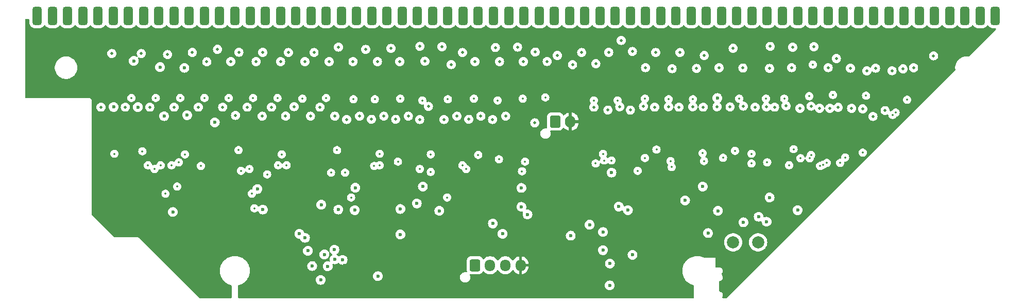
<source format=gbr>
%TF.GenerationSoftware,KiCad,Pcbnew,8.0.2*%
%TF.CreationDate,2024-05-31T12:09:55-04:00*%
%TF.ProjectId,kathodeDriver,6b617468-6f64-4654-9472-697665722e6b,rev?*%
%TF.SameCoordinates,Original*%
%TF.FileFunction,Copper,L4,Bot*%
%TF.FilePolarity,Positive*%
%FSLAX46Y46*%
G04 Gerber Fmt 4.6, Leading zero omitted, Abs format (unit mm)*
G04 Created by KiCad (PCBNEW 8.0.2) date 2024-05-31 12:09:55*
%MOMM*%
%LPD*%
G01*
G04 APERTURE LIST*
G04 Aperture macros list*
%AMRoundRect*
0 Rectangle with rounded corners*
0 $1 Rounding radius*
0 $2 $3 $4 $5 $6 $7 $8 $9 X,Y pos of 4 corners*
0 Add a 4 corners polygon primitive as box body*
4,1,4,$2,$3,$4,$5,$6,$7,$8,$9,$2,$3,0*
0 Add four circle primitives for the rounded corners*
1,1,$1+$1,$2,$3*
1,1,$1+$1,$4,$5*
1,1,$1+$1,$6,$7*
1,1,$1+$1,$8,$9*
0 Add four rect primitives between the rounded corners*
20,1,$1+$1,$2,$3,$4,$5,0*
20,1,$1+$1,$4,$5,$6,$7,0*
20,1,$1+$1,$6,$7,$8,$9,0*
20,1,$1+$1,$8,$9,$2,$3,0*%
G04 Aperture macros list end*
%TA.AperFunction,ComponentPad*%
%ADD10RoundRect,0.250000X-0.600000X-0.750000X0.600000X-0.750000X0.600000X0.750000X-0.600000X0.750000X0*%
%TD*%
%TA.AperFunction,ComponentPad*%
%ADD11O,1.700000X2.000000*%
%TD*%
%TA.AperFunction,ComponentPad*%
%ADD12RoundRect,0.250000X-0.600000X-0.725000X0.600000X-0.725000X0.600000X0.725000X-0.600000X0.725000X0*%
%TD*%
%TA.AperFunction,ComponentPad*%
%ADD13O,1.700000X1.950000*%
%TD*%
%TA.AperFunction,ComponentPad*%
%ADD14C,2.000000*%
%TD*%
%TA.AperFunction,ComponentPad*%
%ADD15RoundRect,0.375000X0.375000X-1.125000X0.375000X1.125000X-0.375000X1.125000X-0.375000X-1.125000X0*%
%TD*%
%TA.AperFunction,ViaPad*%
%ADD16C,0.600000*%
%TD*%
%TA.AperFunction,ViaPad*%
%ADD17C,0.500000*%
%TD*%
%TA.AperFunction,ViaPad*%
%ADD18C,0.350000*%
%TD*%
%TA.AperFunction,Conductor*%
%ADD19C,0.200000*%
%TD*%
G04 APERTURE END LIST*
D10*
%TO.P,J2,1,Pin_1*%
%TO.N,HT*%
X163650000Y-70375000D03*
D11*
%TO.P,J2,2,Pin_2*%
%TO.N,GND*%
X166150000Y-70375000D03*
%TD*%
D12*
%TO.P,J1,1,Pin_1*%
%TO.N,VCC*%
X150450000Y-94075000D03*
D13*
%TO.P,J1,2,Pin_2*%
%TO.N,/INPUT_CLK*%
X152950000Y-94075000D03*
%TO.P,J1,3,Pin_3*%
%TO.N,/RESET_COUNT*%
X155450000Y-94075000D03*
%TO.P,J1,4,Pin_4*%
%TO.N,GND*%
X157950000Y-94075000D03*
%TD*%
D14*
%TO.P,TP2,1,1*%
%TO.N,Net-(U11-Cout)*%
X197000000Y-90300000D03*
%TD*%
D15*
%TO.P,U12,1*%
%TO.N,/OUT_K0*%
X78500000Y-53000000D03*
%TO.P,U12,2*%
%TO.N,/OUT_K1*%
X81000000Y-53000000D03*
%TO.P,U12,3*%
%TO.N,/OUT_K2*%
X83500000Y-53000000D03*
%TO.P,U12,4*%
%TO.N,/OUT_K3*%
X86000000Y-53000000D03*
%TO.P,U12,5*%
%TO.N,/OUT_K4*%
X88500000Y-53000000D03*
%TO.P,U12,6*%
%TO.N,/OUT_K5*%
X91000000Y-53000000D03*
%TO.P,U12,7*%
%TO.N,/OUT_K6*%
X93500000Y-53000000D03*
%TO.P,U12,8*%
%TO.N,/OUT_K7*%
X96000000Y-53000000D03*
%TO.P,U12,9*%
%TO.N,/OUT_K8*%
X98500000Y-53000000D03*
%TO.P,U12,10*%
%TO.N,/OUT_K9*%
X101000000Y-53000000D03*
%TO.P,U12,11*%
%TO.N,/OUT_K10*%
X103500000Y-53000000D03*
%TO.P,U12,12*%
%TO.N,/OUT_K11*%
X106000000Y-53000000D03*
%TO.P,U12,13*%
%TO.N,/OUT_K12*%
X108500000Y-53000000D03*
%TO.P,U12,14*%
%TO.N,/OUT_K13*%
X111000000Y-53000000D03*
%TO.P,U12,15*%
%TO.N,/OUT_K14*%
X113500000Y-53000000D03*
%TO.P,U12,16*%
%TO.N,/OUT_K15*%
X116000000Y-53000000D03*
%TO.P,U12,17*%
%TO.N,/OUT_K16*%
X118500000Y-53000000D03*
%TO.P,U12,18*%
%TO.N,/OUT_K17*%
X121000000Y-53000000D03*
%TO.P,U12,19*%
%TO.N,/OUT_K18*%
X123500000Y-53000000D03*
%TO.P,U12,20*%
%TO.N,/OUT_K19*%
X126000000Y-53000000D03*
%TO.P,U12,21*%
%TO.N,/OUT_K20*%
X128500000Y-53000000D03*
%TO.P,U12,22*%
%TO.N,/OUT_K21*%
X131000000Y-53000000D03*
%TO.P,U12,23*%
%TO.N,/OUT_K22*%
X133500000Y-53000000D03*
%TO.P,U12,24*%
%TO.N,/OUT_K23*%
X136000000Y-53000000D03*
%TO.P,U12,25*%
%TO.N,/OUT_K24*%
X138500000Y-53000000D03*
%TO.P,U12,26*%
%TO.N,/OUT_K25*%
X141000000Y-53000000D03*
%TO.P,U12,27*%
%TO.N,/OUT_K26*%
X143500000Y-53000000D03*
%TO.P,U12,28*%
%TO.N,/OUT_K27*%
X146000000Y-53000000D03*
%TO.P,U12,29*%
%TO.N,/OUT_K28*%
X148500000Y-53000000D03*
%TO.P,U12,30*%
%TO.N,/OUT_K29*%
X151000000Y-53000000D03*
%TO.P,U12,31*%
%TO.N,/OUT_K30*%
X153500000Y-53000000D03*
%TO.P,U12,32*%
%TO.N,/OUT_K31*%
X156000000Y-53000000D03*
%TO.P,U12,33*%
%TO.N,/OUT_K32*%
X158500000Y-53000000D03*
%TO.P,U12,34*%
%TO.N,/OUT_K33*%
X161000000Y-53000000D03*
%TO.P,U12,35*%
%TO.N,/OUT_K34*%
X163500000Y-53000000D03*
%TO.P,U12,36*%
%TO.N,/OUT_K35*%
X166000000Y-53000000D03*
%TO.P,U12,37*%
%TO.N,/OUT_K36*%
X168500000Y-53000000D03*
%TO.P,U12,38*%
%TO.N,/OUT_K37*%
X171000000Y-53000000D03*
%TO.P,U12,39*%
%TO.N,/OUT_K38*%
X173500000Y-53000000D03*
%TO.P,U12,40*%
%TO.N,/OUT_K39*%
X176000000Y-53000000D03*
%TO.P,U12,41*%
%TO.N,/OUT_K40*%
X178500000Y-53000000D03*
%TO.P,U12,42*%
%TO.N,/OUT_K41*%
X181000000Y-53000000D03*
%TO.P,U12,43*%
%TO.N,/OUT_K42*%
X183500000Y-53000000D03*
%TO.P,U12,44*%
%TO.N,/OUT_K43*%
X186000000Y-53000000D03*
%TO.P,U12,45*%
%TO.N,/OUT_K44*%
X188500000Y-53000000D03*
%TO.P,U12,46*%
%TO.N,/OUT_K45*%
X191000000Y-53000000D03*
%TO.P,U12,47*%
%TO.N,/OUT_K46*%
X193500000Y-53000000D03*
%TO.P,U12,48*%
%TO.N,/OUT_K47*%
X196000000Y-53000000D03*
%TO.P,U12,49*%
%TO.N,/OUT_K48*%
X198500000Y-53000000D03*
%TO.P,U12,50*%
%TO.N,/OUT_K49*%
X201000000Y-53000000D03*
%TO.P,U12,51*%
%TO.N,/OUT_K50*%
X203500000Y-53000000D03*
%TO.P,U12,52*%
%TO.N,/OUT_K51*%
X206000000Y-53000000D03*
%TO.P,U12,53*%
%TO.N,/OUT_K52*%
X208500000Y-53000000D03*
%TO.P,U12,54*%
%TO.N,/OUT_K53*%
X211000000Y-53000000D03*
%TO.P,U12,55*%
%TO.N,/OUT_K54*%
X213500000Y-53000000D03*
%TO.P,U12,56*%
%TO.N,/OUT_K55*%
X216000000Y-53000000D03*
%TO.P,U12,57*%
%TO.N,/OUT_K56*%
X218500000Y-53000000D03*
%TO.P,U12,58*%
%TO.N,/OUT_K57*%
X221000000Y-53000000D03*
%TO.P,U12,59*%
%TO.N,/OUT_K58*%
X223500000Y-53000000D03*
%TO.P,U12,60*%
%TO.N,/OUT_K59*%
X226000000Y-53000000D03*
%TO.P,U12,61*%
%TO.N,/OUT_K60*%
X228500000Y-53000000D03*
%TO.P,U12,62*%
%TO.N,/OUT_K61*%
X231000000Y-53000000D03*
%TO.P,U12,63*%
%TO.N,/OUT_K62*%
X233500000Y-53000000D03*
%TO.P,U12,64*%
%TO.N,/OUT_K63*%
X236000000Y-53000000D03*
%TD*%
D14*
%TO.P,TP1,1,1*%
%TO.N,Net-(U11-Q9)*%
X192900000Y-90300000D03*
%TD*%
D16*
%TO.N,GND*%
X109922757Y-63324901D03*
X114200000Y-62800000D03*
X94600000Y-64700000D03*
X135500000Y-78900000D03*
X131300000Y-72200000D03*
X115100000Y-73900000D03*
X181700000Y-78400000D03*
X91400000Y-73600000D03*
X99200000Y-73500000D03*
X201919127Y-65025000D03*
X181970724Y-65025000D03*
X210800000Y-65888239D03*
X106600000Y-78900000D03*
X218300000Y-64900000D03*
X102700000Y-84300000D03*
X162339736Y-64775000D03*
X189800000Y-64900000D03*
X193582134Y-65056554D03*
X118300000Y-64900000D03*
X221413603Y-63913603D03*
X139200000Y-72400000D03*
X118700000Y-85000000D03*
X163700000Y-90900000D03*
X174145404Y-65025000D03*
X123000000Y-72300000D03*
X111300000Y-73700000D03*
X200100000Y-74100000D03*
X134200000Y-65025000D03*
X166800000Y-78800000D03*
X146700000Y-97400000D03*
X129000000Y-94100000D03*
X160600000Y-73500000D03*
X198191068Y-65025000D03*
X121900000Y-78900000D03*
X206404629Y-65090895D03*
X150200000Y-64900000D03*
X106200000Y-62900000D03*
X103300000Y-73800000D03*
X142200000Y-65100000D03*
X127200000Y-72500000D03*
X95400000Y-73600000D03*
X147000000Y-72600000D03*
X155073583Y-73679958D03*
X169800000Y-63500000D03*
X119000000Y-72500000D03*
X214200000Y-72200000D03*
X119200000Y-88500000D03*
X186293505Y-65030477D03*
X172200000Y-73900000D03*
X188100000Y-73800000D03*
X146500000Y-83700000D03*
X177917120Y-65025000D03*
X166312529Y-65033692D03*
X206000000Y-81200000D03*
X203700000Y-72300000D03*
X158300000Y-65000000D03*
X194200000Y-79400000D03*
X207100000Y-72300000D03*
X199500000Y-85000000D03*
X143000000Y-72300000D03*
X98200000Y-64600000D03*
X177500000Y-84300000D03*
X113813547Y-65025000D03*
X175900000Y-73900000D03*
X130200000Y-64900000D03*
X192100000Y-74025000D03*
X210600000Y-72300000D03*
X225842728Y-65025000D03*
X174000000Y-94100000D03*
X150800000Y-78900000D03*
X126000000Y-65025000D03*
X214729335Y-65000000D03*
X192500000Y-83600000D03*
X146300000Y-65100000D03*
X131900000Y-92100000D03*
X133100000Y-84300000D03*
X138448713Y-65166238D03*
X179826014Y-73951519D03*
X107100000Y-73600000D03*
X135200000Y-72100000D03*
X196254356Y-74041989D03*
X217700000Y-71300000D03*
X91600000Y-78800000D03*
X161900000Y-83900000D03*
X136000000Y-93200006D03*
X102300000Y-62900000D03*
X154309111Y-65081045D03*
X184000000Y-73800000D03*
X151300000Y-73900000D03*
X122900000Y-64600000D03*
%TO.N,VCC*%
X100800000Y-85300000D03*
X115600000Y-84900000D03*
X190400000Y-85100000D03*
X159100000Y-85700000D03*
X134500000Y-95875000D03*
X121600000Y-88900000D03*
X144600000Y-85100000D03*
X203500000Y-85000000D03*
X175600000Y-85000000D03*
X130700000Y-85000000D03*
X166200000Y-89200000D03*
D17*
%TO.N,HT*%
X222549999Y-61505029D03*
X192400000Y-67971458D03*
D16*
X107699999Y-70523473D03*
D17*
X110337567Y-60487644D03*
X131500000Y-69500000D03*
X214871225Y-62041166D03*
D16*
X94375000Y-60376262D03*
D17*
X151425216Y-69497907D03*
X225849189Y-59548729D03*
D16*
X98698699Y-61402091D03*
D17*
X139500000Y-69500000D03*
X182856202Y-61665141D03*
X210152579Y-68049504D03*
X203885251Y-68194528D03*
X202500000Y-61500000D03*
X214200000Y-68300000D03*
X134425216Y-60497907D03*
X172325348Y-68495877D03*
X130425216Y-60497907D03*
X154500000Y-60500000D03*
X158412693Y-60496621D03*
X147500000Y-69500000D03*
X190599859Y-61503997D03*
X199700000Y-68000000D03*
X188000000Y-68000000D03*
X119337567Y-69487644D03*
X122500000Y-60500000D03*
X209866866Y-59988781D03*
D16*
X99375123Y-69492576D03*
D17*
X194499999Y-61557066D03*
X186883247Y-61621501D03*
D18*
X206000000Y-61000000D03*
D17*
X111113563Y-69370943D03*
D16*
X103146954Y-69333521D03*
D17*
X196500000Y-68000000D03*
X115500000Y-69500000D03*
X150462500Y-60496624D03*
D16*
X91070172Y-67976344D03*
D17*
X184000000Y-68000000D03*
X135500000Y-69500000D03*
X142225960Y-60446456D03*
D16*
X102699999Y-61523473D03*
D17*
X160300000Y-70600000D03*
X198883247Y-61621501D03*
X126500000Y-60500000D03*
X219000000Y-62000000D03*
D16*
X95050000Y-67994570D03*
D17*
X176000000Y-68500000D03*
X178500000Y-61500000D03*
X207100000Y-68200000D03*
X123425216Y-69497907D03*
X166500000Y-61000000D03*
X114500000Y-60500000D03*
X170324170Y-60854562D03*
X142806534Y-67899487D03*
X174500000Y-57000000D03*
X127425216Y-69497907D03*
X146562509Y-60979707D03*
X162325000Y-60469494D03*
X217885529Y-68583099D03*
X106383247Y-60536496D03*
X155500000Y-69500000D03*
X180000000Y-68000000D03*
X118500000Y-60500000D03*
X138100216Y-60497907D03*
D16*
%TO.N,Net-(JP1-A)*%
X194600000Y-87000000D03*
X188775000Y-88775000D03*
D18*
%TO.N,/K0*%
X114200000Y-84700000D03*
X97800000Y-78200000D03*
X101500000Y-81100000D03*
X91200000Y-75700000D03*
%TO.N,/K8*%
X105400000Y-77700000D03*
X106000000Y-66500000D03*
%TO.N,/K16*%
X119500000Y-77600000D03*
X122100000Y-66600000D03*
%TO.N,/K24*%
X138200000Y-66600000D03*
X137800000Y-77000000D03*
%TO.N,/K32*%
X154400000Y-76600000D03*
X154200000Y-66900000D03*
%TO.N,/K40*%
X178400000Y-76400000D03*
X178400000Y-66600000D03*
%TO.N,/K48*%
X193900000Y-66600000D03*
X193200000Y-75200000D03*
D17*
%TO.N,/OUT_K0*%
X89000000Y-68000000D03*
%TO.N,/OUT_K8*%
X104008395Y-58986902D03*
%TO.N,/OUT_K16*%
X119792522Y-59000000D03*
%TO.N,/OUT_K24*%
X136652683Y-58320476D03*
%TO.N,/OUT_K32*%
X153820153Y-58175000D03*
%TO.N,/OUT_K40*%
X176328196Y-58834042D03*
%TO.N,/OUT_K48*%
X192899696Y-58305768D03*
%TO.N,/OUT_K56*%
X205700000Y-67833630D03*
D18*
%TO.N,/K1*%
X95800000Y-75300000D03*
X98800000Y-77600000D03*
%TO.N,/K9*%
X113400000Y-78200000D03*
X111600000Y-75100000D03*
%TO.N,/K17*%
X127800000Y-75100000D03*
X129100000Y-78800000D03*
%TO.N,/K25*%
X143200000Y-78700000D03*
X143200000Y-75800000D03*
%TO.N,/K33*%
X158200000Y-78600000D03*
X158300000Y-66600000D03*
%TO.N,/K41*%
X180300000Y-75000000D03*
X177200000Y-78500000D03*
%TO.N,/K49*%
X195900000Y-75700000D03*
X195900000Y-77300000D03*
%TO.N,/K57*%
X210500000Y-77200000D03*
X214753984Y-66125000D03*
D17*
%TO.N,/OUT_K1*%
X93000000Y-68000000D03*
%TO.N,/OUT_K9*%
X109000000Y-68000000D03*
%TO.N,/OUT_K17*%
X125000000Y-68000000D03*
%TO.N,/OUT_K25*%
X141367130Y-70043561D03*
%TO.N,/OUT_K33*%
X157453455Y-58097780D03*
%TO.N,/OUT_K41*%
X178171658Y-67901822D03*
%TO.N,/OUT_K49*%
X194597356Y-67835001D03*
%TO.N,/OUT_K57*%
X212171225Y-61584428D03*
D18*
%TO.N,/K2*%
X94000000Y-66500000D03*
X96700000Y-77600000D03*
%TO.N,/K10*%
X110000000Y-66500000D03*
X112000000Y-78500000D03*
%TO.N,/K18*%
X126800000Y-78800000D03*
X126000000Y-66500000D03*
%TO.N,/K26*%
X141400000Y-78200000D03*
X141800000Y-66900000D03*
%TO.N,/K34*%
X158700004Y-77000000D03*
X162014124Y-66414124D03*
%TO.N,/K42*%
X182300000Y-66700000D03*
X182600000Y-76900000D03*
%TO.N,/K50*%
X198500000Y-77100000D03*
X198300000Y-66600000D03*
D17*
%TO.N,/OUT_K2*%
X90778711Y-59167978D03*
%TO.N,/OUT_K10*%
X108150000Y-58484871D03*
%TO.N,/OUT_K18*%
X124000000Y-59000000D03*
%TO.N,/OUT_K26*%
X141416240Y-57992950D03*
%TO.N,/OUT_K34*%
X160366349Y-58930165D03*
%TO.N,/OUT_K42*%
X180175000Y-59000000D03*
%TO.N,/OUT_K50*%
X199000000Y-58000000D03*
%TO.N,/OUT_K58*%
X208800000Y-68200000D03*
D18*
%TO.N,/K59*%
X219100000Y-69300000D03*
X207200000Y-77700000D03*
D17*
%TO.N,/OUT_K3*%
X97000000Y-68000000D03*
%TO.N,/OUT_K11*%
X113000000Y-68000000D03*
%TO.N,/OUT_K19*%
X129367130Y-70043561D03*
%TO.N,/OUT_K27*%
X145367130Y-70043561D03*
%TO.N,/OUT_K35*%
X164000000Y-59500000D03*
%TO.N,/OUT_K43*%
X182276113Y-67936156D03*
%TO.N,/OUT_K51*%
X198346658Y-67975303D03*
%TO.N,/OUT_K59*%
X216300000Y-61584428D03*
D18*
%TO.N,/K4*%
X99600000Y-82300000D03*
X98000000Y-66500000D03*
%TO.N,/K12*%
X113800000Y-82259544D03*
X114000000Y-66500000D03*
%TO.N,/K20*%
X130100000Y-82900000D03*
X130500000Y-66700000D03*
%TO.N,/K28*%
X146000000Y-66700000D03*
X145900000Y-82900000D03*
%TO.N,/K36*%
X170300000Y-77300000D03*
X170000000Y-66900000D03*
%TO.N,/K44*%
X186300000Y-66700000D03*
X182800000Y-77900000D03*
%TO.N,/K52*%
X201300000Y-66600000D03*
X202100000Y-77600000D03*
D17*
%TO.N,/OUT_K4*%
X95625000Y-59167978D03*
%TO.N,/OUT_K12*%
X111655033Y-58949928D03*
%TO.N,/OUT_K20*%
X128033578Y-58106269D03*
%TO.N,/OUT_K28*%
X145045405Y-58045405D03*
%TO.N,/OUT_K36*%
X168000000Y-59000000D03*
%TO.N,/OUT_K44*%
X184163524Y-58995493D03*
%TO.N,/OUT_K52*%
X202680421Y-58132922D03*
%TO.N,/OUT_K60*%
X212376925Y-68209241D03*
D18*
%TO.N,/K5*%
X102800000Y-75800000D03*
X100600000Y-77600000D03*
%TO.N,/K13*%
X118700000Y-75800000D03*
X116300000Y-79100000D03*
%TO.N,/K21*%
X134800000Y-75700000D03*
X134800000Y-77600000D03*
%TO.N,/K29*%
X149000000Y-78200000D03*
X151000000Y-75900000D03*
%TO.N,/K37*%
X171500000Y-75700000D03*
X171700000Y-76800000D03*
%TO.N,/K45*%
X188100000Y-76900000D03*
X187900000Y-75600000D03*
%TO.N,/K53*%
X205500000Y-76425000D03*
X205400000Y-66200000D03*
%TO.N,/K61*%
X211300000Y-76300000D03*
X221500000Y-66800000D03*
D17*
%TO.N,/OUT_K5*%
X101000000Y-68000000D03*
%TO.N,/OUT_K13*%
X117000000Y-68000000D03*
%TO.N,/OUT_K21*%
X133444585Y-70019648D03*
%TO.N,/OUT_K29*%
X149444585Y-70019648D03*
%TO.N,/OUT_K37*%
X170000000Y-68000000D03*
%TO.N,/OUT_K45*%
X186276113Y-67936156D03*
%TO.N,/OUT_K53*%
X206184252Y-58050000D03*
%TO.N,/OUT_K61*%
X220820325Y-61699665D03*
D18*
%TO.N,/K6*%
X101800000Y-77100000D03*
X102000000Y-66500000D03*
%TO.N,/K14*%
X118100000Y-77600000D03*
X118000000Y-66500000D03*
%TO.N,/K22*%
X133900000Y-77700000D03*
X134000000Y-66700000D03*
%TO.N,/K30*%
X148400000Y-77600000D03*
X150300000Y-66600000D03*
%TO.N,/K38*%
X172900000Y-76800000D03*
X173900000Y-66900000D03*
%TO.N,/K54*%
X203968826Y-76425000D03*
X202825000Y-74937500D03*
%TO.N,/K62*%
X214200000Y-75500000D03*
X208300000Y-77200000D03*
D17*
%TO.N,/OUT_K6*%
X99941561Y-59345842D03*
%TO.N,/OUT_K14*%
X115577326Y-58972850D03*
%TO.N,/OUT_K22*%
X132500000Y-58500000D03*
%TO.N,/OUT_K30*%
X148405185Y-59004005D03*
%TO.N,/OUT_K38*%
X172446658Y-58975303D03*
%TO.N,/OUT_K46*%
X188150267Y-59499488D03*
%TO.N,/OUT_K54*%
X201600000Y-67800000D03*
%TO.N,/OUT_K62*%
X215868750Y-69531250D03*
D18*
%TO.N,/K55*%
X209300000Y-66000000D03*
X205700000Y-75900000D03*
%TO.N,/K63*%
X219600000Y-68900000D03*
X207700000Y-77500000D03*
D17*
%TO.N,/OUT_K7*%
X105000000Y-68000000D03*
%TO.N,/OUT_K15*%
X120731901Y-67926376D03*
%TO.N,/OUT_K23*%
X137444585Y-70019648D03*
%TO.N,/OUT_K31*%
X153367130Y-70043561D03*
%TO.N,/OUT_K39*%
X174276113Y-67936156D03*
%TO.N,/OUT_K55*%
X208500000Y-61500000D03*
D16*
%TO.N,Net-(U11-Q9)*%
X197095000Y-86087500D03*
%TO.N,Net-(U11-Cout)*%
X198400000Y-86900000D03*
%TO.N,Net-(U2-Reset)*%
X127400000Y-93100000D03*
X128700000Y-93200000D03*
%TO.N,Net-(U5-CLK)*%
X123000000Y-91700000D03*
X123700000Y-94200000D03*
%TO.N,/CLK*%
X122519683Y-89550000D03*
X172600000Y-97400000D03*
X127350000Y-91500000D03*
X172640000Y-93800000D03*
%TO.N,Net-(U7-CKEN)*%
X138200000Y-84800000D03*
X138200000Y-89000000D03*
%TO.N,Net-(U5-CKEN)*%
X125700000Y-92300000D03*
X126259620Y-94250000D03*
%TO.N,Net-(U6-CLK)*%
X125100000Y-96500000D03*
X128000000Y-84900000D03*
%TO.N,Net-(U9-CKEN)*%
X171500000Y-88600000D03*
X169300000Y-87400000D03*
%TO.N,Net-(U8-CKEN)*%
X155000000Y-88900000D03*
X153400000Y-87200000D03*
%TO.N,Net-(U11-CLK)*%
X176359620Y-92359620D03*
X171500000Y-91600000D03*
%TO.N,Net-(U5-Q0)*%
X125200000Y-84100000D03*
X114700000Y-81500000D03*
%TO.N,Net-(U6-Q0)*%
X130800000Y-81300000D03*
X140900000Y-83900000D03*
%TO.N,Net-(U7-Q0)*%
X141900000Y-81100000D03*
X158100544Y-84450000D03*
%TO.N,Net-(U8-Q0)*%
X158100000Y-81325000D03*
X174100000Y-84400000D03*
D18*
%TO.N,/K46*%
X191235876Y-76364124D03*
D16*
X190300000Y-66500000D03*
%TO.N,Net-(U10-Reset)*%
X172900000Y-78800000D03*
X185000000Y-83400000D03*
%TO.N,Net-(U10-Q0)*%
X187900000Y-81100000D03*
X198900000Y-82900000D03*
D17*
%TO.N,/OUT_K47*%
X190276113Y-67936156D03*
%TD*%
D19*
%TO.N,GND*%
X196254356Y-74041989D02*
X196085840Y-74210505D01*
X174145404Y-65025000D02*
X174118138Y-65052266D01*
X196085840Y-74210505D02*
X196085840Y-74440691D01*
X177917120Y-65025000D02*
X177743503Y-65198617D01*
%TD*%
%TA.AperFunction,Conductor*%
%TO.N,GND*%
G36*
X77192540Y-53520185D02*
G01*
X77238295Y-53572989D01*
X77249501Y-53624500D01*
X77249501Y-54201125D01*
X77252399Y-54243886D01*
X77252399Y-54243887D01*
X77298360Y-54428696D01*
X77382967Y-54599292D01*
X77382969Y-54599295D01*
X77502277Y-54747721D01*
X77502278Y-54747722D01*
X77650704Y-54867030D01*
X77650707Y-54867032D01*
X77821302Y-54951639D01*
X77821303Y-54951639D01*
X77821307Y-54951641D01*
X78006111Y-54997600D01*
X78048877Y-55000500D01*
X78951122Y-55000499D01*
X78993889Y-54997600D01*
X79178693Y-54951641D01*
X79349296Y-54867030D01*
X79497722Y-54747722D01*
X79617030Y-54599296D01*
X79638912Y-54555172D01*
X79686332Y-54503862D01*
X79753967Y-54486332D01*
X79820342Y-54508152D01*
X79861086Y-54555172D01*
X79882970Y-54599296D01*
X79882971Y-54599297D01*
X80002277Y-54747721D01*
X80002278Y-54747722D01*
X80150704Y-54867030D01*
X80150707Y-54867032D01*
X80321302Y-54951639D01*
X80321303Y-54951639D01*
X80321307Y-54951641D01*
X80506111Y-54997600D01*
X80548877Y-55000500D01*
X81451122Y-55000499D01*
X81493889Y-54997600D01*
X81678693Y-54951641D01*
X81849296Y-54867030D01*
X81997722Y-54747722D01*
X82117030Y-54599296D01*
X82138912Y-54555172D01*
X82186332Y-54503862D01*
X82253967Y-54486332D01*
X82320342Y-54508152D01*
X82361086Y-54555172D01*
X82382970Y-54599296D01*
X82382971Y-54599297D01*
X82502277Y-54747721D01*
X82502278Y-54747722D01*
X82650704Y-54867030D01*
X82650707Y-54867032D01*
X82821302Y-54951639D01*
X82821303Y-54951639D01*
X82821307Y-54951641D01*
X83006111Y-54997600D01*
X83048877Y-55000500D01*
X83951122Y-55000499D01*
X83993889Y-54997600D01*
X84178693Y-54951641D01*
X84349296Y-54867030D01*
X84497722Y-54747722D01*
X84617030Y-54599296D01*
X84638912Y-54555172D01*
X84686332Y-54503862D01*
X84753967Y-54486332D01*
X84820342Y-54508152D01*
X84861086Y-54555172D01*
X84882970Y-54599296D01*
X84882971Y-54599297D01*
X85002277Y-54747721D01*
X85002278Y-54747722D01*
X85150704Y-54867030D01*
X85150707Y-54867032D01*
X85321302Y-54951639D01*
X85321303Y-54951639D01*
X85321307Y-54951641D01*
X85506111Y-54997600D01*
X85548877Y-55000500D01*
X86451122Y-55000499D01*
X86493889Y-54997600D01*
X86678693Y-54951641D01*
X86849296Y-54867030D01*
X86997722Y-54747722D01*
X87117030Y-54599296D01*
X87138912Y-54555172D01*
X87186332Y-54503862D01*
X87253967Y-54486332D01*
X87320342Y-54508152D01*
X87361086Y-54555172D01*
X87382970Y-54599296D01*
X87382971Y-54599297D01*
X87502277Y-54747721D01*
X87502278Y-54747722D01*
X87650704Y-54867030D01*
X87650707Y-54867032D01*
X87821302Y-54951639D01*
X87821303Y-54951639D01*
X87821307Y-54951641D01*
X88006111Y-54997600D01*
X88048877Y-55000500D01*
X88951122Y-55000499D01*
X88993889Y-54997600D01*
X89178693Y-54951641D01*
X89349296Y-54867030D01*
X89497722Y-54747722D01*
X89617030Y-54599296D01*
X89638912Y-54555172D01*
X89686332Y-54503862D01*
X89753967Y-54486332D01*
X89820342Y-54508152D01*
X89861086Y-54555172D01*
X89882970Y-54599296D01*
X89882971Y-54599297D01*
X90002277Y-54747721D01*
X90002278Y-54747722D01*
X90150704Y-54867030D01*
X90150707Y-54867032D01*
X90321302Y-54951639D01*
X90321303Y-54951639D01*
X90321307Y-54951641D01*
X90506111Y-54997600D01*
X90548877Y-55000500D01*
X91451122Y-55000499D01*
X91493889Y-54997600D01*
X91678693Y-54951641D01*
X91849296Y-54867030D01*
X91997722Y-54747722D01*
X92117030Y-54599296D01*
X92138912Y-54555172D01*
X92186332Y-54503862D01*
X92253967Y-54486332D01*
X92320342Y-54508152D01*
X92361086Y-54555172D01*
X92382970Y-54599296D01*
X92382971Y-54599297D01*
X92502277Y-54747721D01*
X92502278Y-54747722D01*
X92650704Y-54867030D01*
X92650707Y-54867032D01*
X92821302Y-54951639D01*
X92821303Y-54951639D01*
X92821307Y-54951641D01*
X93006111Y-54997600D01*
X93048877Y-55000500D01*
X93951122Y-55000499D01*
X93993889Y-54997600D01*
X94178693Y-54951641D01*
X94349296Y-54867030D01*
X94497722Y-54747722D01*
X94617030Y-54599296D01*
X94638912Y-54555172D01*
X94686332Y-54503862D01*
X94753967Y-54486332D01*
X94820342Y-54508152D01*
X94861086Y-54555172D01*
X94882970Y-54599296D01*
X94882971Y-54599297D01*
X95002277Y-54747721D01*
X95002278Y-54747722D01*
X95150704Y-54867030D01*
X95150707Y-54867032D01*
X95321302Y-54951639D01*
X95321303Y-54951639D01*
X95321307Y-54951641D01*
X95506111Y-54997600D01*
X95548877Y-55000500D01*
X96451122Y-55000499D01*
X96493889Y-54997600D01*
X96678693Y-54951641D01*
X96849296Y-54867030D01*
X96997722Y-54747722D01*
X97117030Y-54599296D01*
X97138912Y-54555172D01*
X97186332Y-54503862D01*
X97253967Y-54486332D01*
X97320342Y-54508152D01*
X97361086Y-54555172D01*
X97382970Y-54599296D01*
X97382971Y-54599297D01*
X97502277Y-54747721D01*
X97502278Y-54747722D01*
X97650704Y-54867030D01*
X97650707Y-54867032D01*
X97821302Y-54951639D01*
X97821303Y-54951639D01*
X97821307Y-54951641D01*
X98006111Y-54997600D01*
X98048877Y-55000500D01*
X98951122Y-55000499D01*
X98993889Y-54997600D01*
X99178693Y-54951641D01*
X99349296Y-54867030D01*
X99497722Y-54747722D01*
X99617030Y-54599296D01*
X99638912Y-54555172D01*
X99686332Y-54503862D01*
X99753967Y-54486332D01*
X99820342Y-54508152D01*
X99861086Y-54555172D01*
X99882970Y-54599296D01*
X99882971Y-54599297D01*
X100002277Y-54747721D01*
X100002278Y-54747722D01*
X100150704Y-54867030D01*
X100150707Y-54867032D01*
X100321302Y-54951639D01*
X100321303Y-54951639D01*
X100321307Y-54951641D01*
X100506111Y-54997600D01*
X100548877Y-55000500D01*
X101451122Y-55000499D01*
X101493889Y-54997600D01*
X101678693Y-54951641D01*
X101849296Y-54867030D01*
X101997722Y-54747722D01*
X102117030Y-54599296D01*
X102138912Y-54555172D01*
X102186332Y-54503862D01*
X102253967Y-54486332D01*
X102320342Y-54508152D01*
X102361086Y-54555172D01*
X102382970Y-54599296D01*
X102382971Y-54599297D01*
X102502277Y-54747721D01*
X102502278Y-54747722D01*
X102650704Y-54867030D01*
X102650707Y-54867032D01*
X102821302Y-54951639D01*
X102821303Y-54951639D01*
X102821307Y-54951641D01*
X103006111Y-54997600D01*
X103048877Y-55000500D01*
X103951122Y-55000499D01*
X103993889Y-54997600D01*
X104178693Y-54951641D01*
X104349296Y-54867030D01*
X104497722Y-54747722D01*
X104617030Y-54599296D01*
X104638912Y-54555172D01*
X104686332Y-54503862D01*
X104753967Y-54486332D01*
X104820342Y-54508152D01*
X104861086Y-54555172D01*
X104882970Y-54599296D01*
X104882971Y-54599297D01*
X105002277Y-54747721D01*
X105002278Y-54747722D01*
X105150704Y-54867030D01*
X105150707Y-54867032D01*
X105321302Y-54951639D01*
X105321303Y-54951639D01*
X105321307Y-54951641D01*
X105506111Y-54997600D01*
X105548877Y-55000500D01*
X106451122Y-55000499D01*
X106493889Y-54997600D01*
X106678693Y-54951641D01*
X106849296Y-54867030D01*
X106997722Y-54747722D01*
X107117030Y-54599296D01*
X107138912Y-54555172D01*
X107186332Y-54503862D01*
X107253967Y-54486332D01*
X107320342Y-54508152D01*
X107361086Y-54555172D01*
X107382970Y-54599296D01*
X107382971Y-54599297D01*
X107502277Y-54747721D01*
X107502278Y-54747722D01*
X107650704Y-54867030D01*
X107650707Y-54867032D01*
X107821302Y-54951639D01*
X107821303Y-54951639D01*
X107821307Y-54951641D01*
X108006111Y-54997600D01*
X108048877Y-55000500D01*
X108951122Y-55000499D01*
X108993889Y-54997600D01*
X109178693Y-54951641D01*
X109349296Y-54867030D01*
X109497722Y-54747722D01*
X109617030Y-54599296D01*
X109638912Y-54555172D01*
X109686332Y-54503862D01*
X109753967Y-54486332D01*
X109820342Y-54508152D01*
X109861086Y-54555172D01*
X109882970Y-54599296D01*
X109882971Y-54599297D01*
X110002277Y-54747721D01*
X110002278Y-54747722D01*
X110150704Y-54867030D01*
X110150707Y-54867032D01*
X110321302Y-54951639D01*
X110321303Y-54951639D01*
X110321307Y-54951641D01*
X110506111Y-54997600D01*
X110548877Y-55000500D01*
X111451122Y-55000499D01*
X111493889Y-54997600D01*
X111678693Y-54951641D01*
X111849296Y-54867030D01*
X111997722Y-54747722D01*
X112117030Y-54599296D01*
X112138912Y-54555172D01*
X112186332Y-54503862D01*
X112253967Y-54486332D01*
X112320342Y-54508152D01*
X112361086Y-54555172D01*
X112382970Y-54599296D01*
X112382971Y-54599297D01*
X112502277Y-54747721D01*
X112502278Y-54747722D01*
X112650704Y-54867030D01*
X112650707Y-54867032D01*
X112821302Y-54951639D01*
X112821303Y-54951639D01*
X112821307Y-54951641D01*
X113006111Y-54997600D01*
X113048877Y-55000500D01*
X113951122Y-55000499D01*
X113993889Y-54997600D01*
X114178693Y-54951641D01*
X114349296Y-54867030D01*
X114497722Y-54747722D01*
X114617030Y-54599296D01*
X114638912Y-54555172D01*
X114686332Y-54503862D01*
X114753967Y-54486332D01*
X114820342Y-54508152D01*
X114861086Y-54555172D01*
X114882970Y-54599296D01*
X114882971Y-54599297D01*
X115002277Y-54747721D01*
X115002278Y-54747722D01*
X115150704Y-54867030D01*
X115150707Y-54867032D01*
X115321302Y-54951639D01*
X115321303Y-54951639D01*
X115321307Y-54951641D01*
X115506111Y-54997600D01*
X115548877Y-55000500D01*
X116451122Y-55000499D01*
X116493889Y-54997600D01*
X116678693Y-54951641D01*
X116849296Y-54867030D01*
X116997722Y-54747722D01*
X117117030Y-54599296D01*
X117138912Y-54555172D01*
X117186332Y-54503862D01*
X117253967Y-54486332D01*
X117320342Y-54508152D01*
X117361086Y-54555172D01*
X117382970Y-54599296D01*
X117382971Y-54599297D01*
X117502277Y-54747721D01*
X117502278Y-54747722D01*
X117650704Y-54867030D01*
X117650707Y-54867032D01*
X117821302Y-54951639D01*
X117821303Y-54951639D01*
X117821307Y-54951641D01*
X118006111Y-54997600D01*
X118048877Y-55000500D01*
X118951122Y-55000499D01*
X118993889Y-54997600D01*
X119178693Y-54951641D01*
X119349296Y-54867030D01*
X119497722Y-54747722D01*
X119617030Y-54599296D01*
X119638912Y-54555172D01*
X119686332Y-54503862D01*
X119753967Y-54486332D01*
X119820342Y-54508152D01*
X119861086Y-54555172D01*
X119882970Y-54599296D01*
X119882971Y-54599297D01*
X120002277Y-54747721D01*
X120002278Y-54747722D01*
X120150704Y-54867030D01*
X120150707Y-54867032D01*
X120321302Y-54951639D01*
X120321303Y-54951639D01*
X120321307Y-54951641D01*
X120506111Y-54997600D01*
X120548877Y-55000500D01*
X121451122Y-55000499D01*
X121493889Y-54997600D01*
X121678693Y-54951641D01*
X121849296Y-54867030D01*
X121997722Y-54747722D01*
X122117030Y-54599296D01*
X122138912Y-54555172D01*
X122186332Y-54503862D01*
X122253967Y-54486332D01*
X122320342Y-54508152D01*
X122361086Y-54555172D01*
X122382970Y-54599296D01*
X122382971Y-54599297D01*
X122502277Y-54747721D01*
X122502278Y-54747722D01*
X122650704Y-54867030D01*
X122650707Y-54867032D01*
X122821302Y-54951639D01*
X122821303Y-54951639D01*
X122821307Y-54951641D01*
X123006111Y-54997600D01*
X123048877Y-55000500D01*
X123951122Y-55000499D01*
X123993889Y-54997600D01*
X124178693Y-54951641D01*
X124349296Y-54867030D01*
X124497722Y-54747722D01*
X124617030Y-54599296D01*
X124638912Y-54555172D01*
X124686332Y-54503862D01*
X124753967Y-54486332D01*
X124820342Y-54508152D01*
X124861086Y-54555172D01*
X124882970Y-54599296D01*
X124882971Y-54599297D01*
X125002277Y-54747721D01*
X125002278Y-54747722D01*
X125150704Y-54867030D01*
X125150707Y-54867032D01*
X125321302Y-54951639D01*
X125321303Y-54951639D01*
X125321307Y-54951641D01*
X125506111Y-54997600D01*
X125548877Y-55000500D01*
X126451122Y-55000499D01*
X126493889Y-54997600D01*
X126678693Y-54951641D01*
X126849296Y-54867030D01*
X126997722Y-54747722D01*
X127117030Y-54599296D01*
X127138912Y-54555172D01*
X127186332Y-54503862D01*
X127253967Y-54486332D01*
X127320342Y-54508152D01*
X127361086Y-54555172D01*
X127382970Y-54599296D01*
X127382971Y-54599297D01*
X127502277Y-54747721D01*
X127502278Y-54747722D01*
X127650704Y-54867030D01*
X127650707Y-54867032D01*
X127821302Y-54951639D01*
X127821303Y-54951639D01*
X127821307Y-54951641D01*
X128006111Y-54997600D01*
X128048877Y-55000500D01*
X128951122Y-55000499D01*
X128993889Y-54997600D01*
X129178693Y-54951641D01*
X129349296Y-54867030D01*
X129497722Y-54747722D01*
X129617030Y-54599296D01*
X129638912Y-54555172D01*
X129686332Y-54503862D01*
X129753967Y-54486332D01*
X129820342Y-54508152D01*
X129861086Y-54555172D01*
X129882970Y-54599296D01*
X129882971Y-54599297D01*
X130002277Y-54747721D01*
X130002278Y-54747722D01*
X130150704Y-54867030D01*
X130150707Y-54867032D01*
X130321302Y-54951639D01*
X130321303Y-54951639D01*
X130321307Y-54951641D01*
X130506111Y-54997600D01*
X130548877Y-55000500D01*
X131451122Y-55000499D01*
X131493889Y-54997600D01*
X131678693Y-54951641D01*
X131849296Y-54867030D01*
X131997722Y-54747722D01*
X132117030Y-54599296D01*
X132138912Y-54555172D01*
X132186332Y-54503862D01*
X132253967Y-54486332D01*
X132320342Y-54508152D01*
X132361086Y-54555172D01*
X132382970Y-54599296D01*
X132382971Y-54599297D01*
X132502277Y-54747721D01*
X132502278Y-54747722D01*
X132650704Y-54867030D01*
X132650707Y-54867032D01*
X132821302Y-54951639D01*
X132821303Y-54951639D01*
X132821307Y-54951641D01*
X133006111Y-54997600D01*
X133048877Y-55000500D01*
X133951122Y-55000499D01*
X133993889Y-54997600D01*
X134178693Y-54951641D01*
X134349296Y-54867030D01*
X134497722Y-54747722D01*
X134617030Y-54599296D01*
X134638912Y-54555172D01*
X134686332Y-54503862D01*
X134753967Y-54486332D01*
X134820342Y-54508152D01*
X134861086Y-54555172D01*
X134882970Y-54599296D01*
X134882971Y-54599297D01*
X135002277Y-54747721D01*
X135002278Y-54747722D01*
X135150704Y-54867030D01*
X135150707Y-54867032D01*
X135321302Y-54951639D01*
X135321303Y-54951639D01*
X135321307Y-54951641D01*
X135506111Y-54997600D01*
X135548877Y-55000500D01*
X136451122Y-55000499D01*
X136493889Y-54997600D01*
X136678693Y-54951641D01*
X136849296Y-54867030D01*
X136997722Y-54747722D01*
X137117030Y-54599296D01*
X137138912Y-54555172D01*
X137186332Y-54503862D01*
X137253967Y-54486332D01*
X137320342Y-54508152D01*
X137361086Y-54555172D01*
X137382970Y-54599296D01*
X137382971Y-54599297D01*
X137502277Y-54747721D01*
X137502278Y-54747722D01*
X137650704Y-54867030D01*
X137650707Y-54867032D01*
X137821302Y-54951639D01*
X137821303Y-54951639D01*
X137821307Y-54951641D01*
X138006111Y-54997600D01*
X138048877Y-55000500D01*
X138951122Y-55000499D01*
X138993889Y-54997600D01*
X139178693Y-54951641D01*
X139349296Y-54867030D01*
X139497722Y-54747722D01*
X139617030Y-54599296D01*
X139638912Y-54555172D01*
X139686332Y-54503862D01*
X139753967Y-54486332D01*
X139820342Y-54508152D01*
X139861086Y-54555172D01*
X139882970Y-54599296D01*
X139882971Y-54599297D01*
X140002277Y-54747721D01*
X140002278Y-54747722D01*
X140150704Y-54867030D01*
X140150707Y-54867032D01*
X140321302Y-54951639D01*
X140321303Y-54951639D01*
X140321307Y-54951641D01*
X140506111Y-54997600D01*
X140548877Y-55000500D01*
X141451122Y-55000499D01*
X141493889Y-54997600D01*
X141678693Y-54951641D01*
X141849296Y-54867030D01*
X141997722Y-54747722D01*
X142117030Y-54599296D01*
X142138912Y-54555172D01*
X142186332Y-54503862D01*
X142253967Y-54486332D01*
X142320342Y-54508152D01*
X142361086Y-54555172D01*
X142382970Y-54599296D01*
X142382971Y-54599297D01*
X142502277Y-54747721D01*
X142502278Y-54747722D01*
X142650704Y-54867030D01*
X142650707Y-54867032D01*
X142821302Y-54951639D01*
X142821303Y-54951639D01*
X142821307Y-54951641D01*
X143006111Y-54997600D01*
X143048877Y-55000500D01*
X143951122Y-55000499D01*
X143993889Y-54997600D01*
X144178693Y-54951641D01*
X144349296Y-54867030D01*
X144497722Y-54747722D01*
X144617030Y-54599296D01*
X144638912Y-54555172D01*
X144686332Y-54503862D01*
X144753967Y-54486332D01*
X144820342Y-54508152D01*
X144861086Y-54555172D01*
X144882970Y-54599296D01*
X144882971Y-54599297D01*
X145002277Y-54747721D01*
X145002278Y-54747722D01*
X145150704Y-54867030D01*
X145150707Y-54867032D01*
X145321302Y-54951639D01*
X145321303Y-54951639D01*
X145321307Y-54951641D01*
X145506111Y-54997600D01*
X145548877Y-55000500D01*
X146451122Y-55000499D01*
X146493889Y-54997600D01*
X146678693Y-54951641D01*
X146849296Y-54867030D01*
X146997722Y-54747722D01*
X147117030Y-54599296D01*
X147138912Y-54555172D01*
X147186332Y-54503862D01*
X147253967Y-54486332D01*
X147320342Y-54508152D01*
X147361086Y-54555172D01*
X147382970Y-54599296D01*
X147382971Y-54599297D01*
X147502277Y-54747721D01*
X147502278Y-54747722D01*
X147650704Y-54867030D01*
X147650707Y-54867032D01*
X147821302Y-54951639D01*
X147821303Y-54951639D01*
X147821307Y-54951641D01*
X148006111Y-54997600D01*
X148048877Y-55000500D01*
X148951122Y-55000499D01*
X148993889Y-54997600D01*
X149178693Y-54951641D01*
X149349296Y-54867030D01*
X149497722Y-54747722D01*
X149617030Y-54599296D01*
X149638912Y-54555172D01*
X149686332Y-54503862D01*
X149753967Y-54486332D01*
X149820342Y-54508152D01*
X149861086Y-54555172D01*
X149882970Y-54599296D01*
X149882971Y-54599297D01*
X150002277Y-54747721D01*
X150002278Y-54747722D01*
X150150704Y-54867030D01*
X150150707Y-54867032D01*
X150321302Y-54951639D01*
X150321303Y-54951639D01*
X150321307Y-54951641D01*
X150506111Y-54997600D01*
X150548877Y-55000500D01*
X151451122Y-55000499D01*
X151493889Y-54997600D01*
X151678693Y-54951641D01*
X151849296Y-54867030D01*
X151997722Y-54747722D01*
X152117030Y-54599296D01*
X152138912Y-54555172D01*
X152186332Y-54503862D01*
X152253967Y-54486332D01*
X152320342Y-54508152D01*
X152361086Y-54555172D01*
X152382970Y-54599296D01*
X152382971Y-54599297D01*
X152502277Y-54747721D01*
X152502278Y-54747722D01*
X152650704Y-54867030D01*
X152650707Y-54867032D01*
X152821302Y-54951639D01*
X152821303Y-54951639D01*
X152821307Y-54951641D01*
X153006111Y-54997600D01*
X153048877Y-55000500D01*
X153951122Y-55000499D01*
X153993889Y-54997600D01*
X154178693Y-54951641D01*
X154349296Y-54867030D01*
X154497722Y-54747722D01*
X154617030Y-54599296D01*
X154638912Y-54555172D01*
X154686332Y-54503862D01*
X154753967Y-54486332D01*
X154820342Y-54508152D01*
X154861086Y-54555172D01*
X154882970Y-54599296D01*
X154882971Y-54599297D01*
X155002277Y-54747721D01*
X155002278Y-54747722D01*
X155150704Y-54867030D01*
X155150707Y-54867032D01*
X155321302Y-54951639D01*
X155321303Y-54951639D01*
X155321307Y-54951641D01*
X155506111Y-54997600D01*
X155548877Y-55000500D01*
X156451122Y-55000499D01*
X156493889Y-54997600D01*
X156678693Y-54951641D01*
X156849296Y-54867030D01*
X156997722Y-54747722D01*
X157117030Y-54599296D01*
X157138912Y-54555172D01*
X157186332Y-54503862D01*
X157253967Y-54486332D01*
X157320342Y-54508152D01*
X157361086Y-54555172D01*
X157382970Y-54599296D01*
X157382971Y-54599297D01*
X157502277Y-54747721D01*
X157502278Y-54747722D01*
X157650704Y-54867030D01*
X157650707Y-54867032D01*
X157821302Y-54951639D01*
X157821303Y-54951639D01*
X157821307Y-54951641D01*
X158006111Y-54997600D01*
X158048877Y-55000500D01*
X158951122Y-55000499D01*
X158993889Y-54997600D01*
X159178693Y-54951641D01*
X159349296Y-54867030D01*
X159497722Y-54747722D01*
X159617030Y-54599296D01*
X159638912Y-54555172D01*
X159686332Y-54503862D01*
X159753967Y-54486332D01*
X159820342Y-54508152D01*
X159861086Y-54555172D01*
X159882970Y-54599296D01*
X159882971Y-54599297D01*
X160002277Y-54747721D01*
X160002278Y-54747722D01*
X160150704Y-54867030D01*
X160150707Y-54867032D01*
X160321302Y-54951639D01*
X160321303Y-54951639D01*
X160321307Y-54951641D01*
X160506111Y-54997600D01*
X160548877Y-55000500D01*
X161451122Y-55000499D01*
X161493889Y-54997600D01*
X161678693Y-54951641D01*
X161849296Y-54867030D01*
X161997722Y-54747722D01*
X162117030Y-54599296D01*
X162138912Y-54555172D01*
X162186332Y-54503862D01*
X162253967Y-54486332D01*
X162320342Y-54508152D01*
X162361086Y-54555172D01*
X162382970Y-54599296D01*
X162382971Y-54599297D01*
X162502277Y-54747721D01*
X162502278Y-54747722D01*
X162650704Y-54867030D01*
X162650707Y-54867032D01*
X162821302Y-54951639D01*
X162821303Y-54951639D01*
X162821307Y-54951641D01*
X163006111Y-54997600D01*
X163048877Y-55000500D01*
X163951122Y-55000499D01*
X163993889Y-54997600D01*
X164178693Y-54951641D01*
X164349296Y-54867030D01*
X164497722Y-54747722D01*
X164617030Y-54599296D01*
X164638912Y-54555172D01*
X164686332Y-54503862D01*
X164753967Y-54486332D01*
X164820342Y-54508152D01*
X164861086Y-54555172D01*
X164882970Y-54599296D01*
X164882971Y-54599297D01*
X165002277Y-54747721D01*
X165002278Y-54747722D01*
X165150704Y-54867030D01*
X165150707Y-54867032D01*
X165321302Y-54951639D01*
X165321303Y-54951639D01*
X165321307Y-54951641D01*
X165506111Y-54997600D01*
X165548877Y-55000500D01*
X166451122Y-55000499D01*
X166493889Y-54997600D01*
X166678693Y-54951641D01*
X166849296Y-54867030D01*
X166997722Y-54747722D01*
X167117030Y-54599296D01*
X167138912Y-54555172D01*
X167186332Y-54503862D01*
X167253967Y-54486332D01*
X167320342Y-54508152D01*
X167361086Y-54555172D01*
X167382970Y-54599296D01*
X167382971Y-54599297D01*
X167502277Y-54747721D01*
X167502278Y-54747722D01*
X167650704Y-54867030D01*
X167650707Y-54867032D01*
X167821302Y-54951639D01*
X167821303Y-54951639D01*
X167821307Y-54951641D01*
X168006111Y-54997600D01*
X168048877Y-55000500D01*
X168951122Y-55000499D01*
X168993889Y-54997600D01*
X169178693Y-54951641D01*
X169349296Y-54867030D01*
X169497722Y-54747722D01*
X169617030Y-54599296D01*
X169638912Y-54555172D01*
X169686332Y-54503862D01*
X169753967Y-54486332D01*
X169820342Y-54508152D01*
X169861086Y-54555172D01*
X169882970Y-54599296D01*
X169882971Y-54599297D01*
X170002277Y-54747721D01*
X170002278Y-54747722D01*
X170150704Y-54867030D01*
X170150707Y-54867032D01*
X170321302Y-54951639D01*
X170321303Y-54951639D01*
X170321307Y-54951641D01*
X170506111Y-54997600D01*
X170548877Y-55000500D01*
X171451122Y-55000499D01*
X171493889Y-54997600D01*
X171678693Y-54951641D01*
X171849296Y-54867030D01*
X171997722Y-54747722D01*
X172117030Y-54599296D01*
X172138912Y-54555172D01*
X172186332Y-54503862D01*
X172253967Y-54486332D01*
X172320342Y-54508152D01*
X172361086Y-54555172D01*
X172382970Y-54599296D01*
X172382971Y-54599297D01*
X172502277Y-54747721D01*
X172502278Y-54747722D01*
X172650704Y-54867030D01*
X172650707Y-54867032D01*
X172821302Y-54951639D01*
X172821303Y-54951639D01*
X172821307Y-54951641D01*
X173006111Y-54997600D01*
X173048877Y-55000500D01*
X173951122Y-55000499D01*
X173993889Y-54997600D01*
X174178693Y-54951641D01*
X174349296Y-54867030D01*
X174497722Y-54747722D01*
X174617030Y-54599296D01*
X174638912Y-54555172D01*
X174686332Y-54503862D01*
X174753967Y-54486332D01*
X174820342Y-54508152D01*
X174861086Y-54555172D01*
X174882970Y-54599296D01*
X174882971Y-54599297D01*
X175002277Y-54747721D01*
X175002278Y-54747722D01*
X175150704Y-54867030D01*
X175150707Y-54867032D01*
X175321302Y-54951639D01*
X175321303Y-54951639D01*
X175321307Y-54951641D01*
X175506111Y-54997600D01*
X175548877Y-55000500D01*
X176451122Y-55000499D01*
X176493889Y-54997600D01*
X176678693Y-54951641D01*
X176849296Y-54867030D01*
X176997722Y-54747722D01*
X177117030Y-54599296D01*
X177138912Y-54555172D01*
X177186332Y-54503862D01*
X177253967Y-54486332D01*
X177320342Y-54508152D01*
X177361086Y-54555172D01*
X177382970Y-54599296D01*
X177382971Y-54599297D01*
X177502277Y-54747721D01*
X177502278Y-54747722D01*
X177650704Y-54867030D01*
X177650707Y-54867032D01*
X177821302Y-54951639D01*
X177821303Y-54951639D01*
X177821307Y-54951641D01*
X178006111Y-54997600D01*
X178048877Y-55000500D01*
X178951122Y-55000499D01*
X178993889Y-54997600D01*
X179178693Y-54951641D01*
X179349296Y-54867030D01*
X179497722Y-54747722D01*
X179617030Y-54599296D01*
X179638912Y-54555172D01*
X179686332Y-54503862D01*
X179753967Y-54486332D01*
X179820342Y-54508152D01*
X179861086Y-54555172D01*
X179882970Y-54599296D01*
X179882971Y-54599297D01*
X180002277Y-54747721D01*
X180002278Y-54747722D01*
X180150704Y-54867030D01*
X180150707Y-54867032D01*
X180321302Y-54951639D01*
X180321303Y-54951639D01*
X180321307Y-54951641D01*
X180506111Y-54997600D01*
X180548877Y-55000500D01*
X181451122Y-55000499D01*
X181493889Y-54997600D01*
X181678693Y-54951641D01*
X181849296Y-54867030D01*
X181997722Y-54747722D01*
X182117030Y-54599296D01*
X182138912Y-54555172D01*
X182186332Y-54503862D01*
X182253967Y-54486332D01*
X182320342Y-54508152D01*
X182361086Y-54555172D01*
X182382970Y-54599296D01*
X182382971Y-54599297D01*
X182502277Y-54747721D01*
X182502278Y-54747722D01*
X182650704Y-54867030D01*
X182650707Y-54867032D01*
X182821302Y-54951639D01*
X182821303Y-54951639D01*
X182821307Y-54951641D01*
X183006111Y-54997600D01*
X183048877Y-55000500D01*
X183951122Y-55000499D01*
X183993889Y-54997600D01*
X184178693Y-54951641D01*
X184349296Y-54867030D01*
X184497722Y-54747722D01*
X184617030Y-54599296D01*
X184638912Y-54555172D01*
X184686332Y-54503862D01*
X184753967Y-54486332D01*
X184820342Y-54508152D01*
X184861086Y-54555172D01*
X184882970Y-54599296D01*
X184882971Y-54599297D01*
X185002277Y-54747721D01*
X185002278Y-54747722D01*
X185150704Y-54867030D01*
X185150707Y-54867032D01*
X185321302Y-54951639D01*
X185321303Y-54951639D01*
X185321307Y-54951641D01*
X185506111Y-54997600D01*
X185548877Y-55000500D01*
X186451122Y-55000499D01*
X186493889Y-54997600D01*
X186678693Y-54951641D01*
X186849296Y-54867030D01*
X186997722Y-54747722D01*
X187117030Y-54599296D01*
X187138912Y-54555172D01*
X187186332Y-54503862D01*
X187253967Y-54486332D01*
X187320342Y-54508152D01*
X187361086Y-54555172D01*
X187382970Y-54599296D01*
X187382971Y-54599297D01*
X187502277Y-54747721D01*
X187502278Y-54747722D01*
X187650704Y-54867030D01*
X187650707Y-54867032D01*
X187821302Y-54951639D01*
X187821303Y-54951639D01*
X187821307Y-54951641D01*
X188006111Y-54997600D01*
X188048877Y-55000500D01*
X188951122Y-55000499D01*
X188993889Y-54997600D01*
X189178693Y-54951641D01*
X189349296Y-54867030D01*
X189497722Y-54747722D01*
X189617030Y-54599296D01*
X189638912Y-54555172D01*
X189686332Y-54503862D01*
X189753967Y-54486332D01*
X189820342Y-54508152D01*
X189861086Y-54555172D01*
X189882970Y-54599296D01*
X189882971Y-54599297D01*
X190002277Y-54747721D01*
X190002278Y-54747722D01*
X190150704Y-54867030D01*
X190150707Y-54867032D01*
X190321302Y-54951639D01*
X190321303Y-54951639D01*
X190321307Y-54951641D01*
X190506111Y-54997600D01*
X190548877Y-55000500D01*
X191451122Y-55000499D01*
X191493889Y-54997600D01*
X191678693Y-54951641D01*
X191849296Y-54867030D01*
X191997722Y-54747722D01*
X192117030Y-54599296D01*
X192138912Y-54555172D01*
X192186332Y-54503862D01*
X192253967Y-54486332D01*
X192320342Y-54508152D01*
X192361086Y-54555172D01*
X192382970Y-54599296D01*
X192382971Y-54599297D01*
X192502277Y-54747721D01*
X192502278Y-54747722D01*
X192650704Y-54867030D01*
X192650707Y-54867032D01*
X192821302Y-54951639D01*
X192821303Y-54951639D01*
X192821307Y-54951641D01*
X193006111Y-54997600D01*
X193048877Y-55000500D01*
X193951122Y-55000499D01*
X193993889Y-54997600D01*
X194178693Y-54951641D01*
X194349296Y-54867030D01*
X194497722Y-54747722D01*
X194617030Y-54599296D01*
X194638912Y-54555172D01*
X194686332Y-54503862D01*
X194753967Y-54486332D01*
X194820342Y-54508152D01*
X194861086Y-54555172D01*
X194882970Y-54599296D01*
X194882971Y-54599297D01*
X195002277Y-54747721D01*
X195002278Y-54747722D01*
X195150704Y-54867030D01*
X195150707Y-54867032D01*
X195321302Y-54951639D01*
X195321303Y-54951639D01*
X195321307Y-54951641D01*
X195506111Y-54997600D01*
X195548877Y-55000500D01*
X196451122Y-55000499D01*
X196493889Y-54997600D01*
X196678693Y-54951641D01*
X196849296Y-54867030D01*
X196997722Y-54747722D01*
X197117030Y-54599296D01*
X197138912Y-54555172D01*
X197186332Y-54503862D01*
X197253967Y-54486332D01*
X197320342Y-54508152D01*
X197361086Y-54555172D01*
X197382970Y-54599296D01*
X197382971Y-54599297D01*
X197502277Y-54747721D01*
X197502278Y-54747722D01*
X197650704Y-54867030D01*
X197650707Y-54867032D01*
X197821302Y-54951639D01*
X197821303Y-54951639D01*
X197821307Y-54951641D01*
X198006111Y-54997600D01*
X198048877Y-55000500D01*
X198951122Y-55000499D01*
X198993889Y-54997600D01*
X199178693Y-54951641D01*
X199349296Y-54867030D01*
X199497722Y-54747722D01*
X199617030Y-54599296D01*
X199638912Y-54555172D01*
X199686332Y-54503862D01*
X199753967Y-54486332D01*
X199820342Y-54508152D01*
X199861086Y-54555172D01*
X199882970Y-54599296D01*
X199882971Y-54599297D01*
X200002277Y-54747721D01*
X200002278Y-54747722D01*
X200150704Y-54867030D01*
X200150707Y-54867032D01*
X200321302Y-54951639D01*
X200321303Y-54951639D01*
X200321307Y-54951641D01*
X200506111Y-54997600D01*
X200548877Y-55000500D01*
X201451122Y-55000499D01*
X201493889Y-54997600D01*
X201678693Y-54951641D01*
X201849296Y-54867030D01*
X201997722Y-54747722D01*
X202117030Y-54599296D01*
X202138912Y-54555172D01*
X202186332Y-54503862D01*
X202253967Y-54486332D01*
X202320342Y-54508152D01*
X202361086Y-54555172D01*
X202382970Y-54599296D01*
X202382971Y-54599297D01*
X202502277Y-54747721D01*
X202502278Y-54747722D01*
X202650704Y-54867030D01*
X202650707Y-54867032D01*
X202821302Y-54951639D01*
X202821303Y-54951639D01*
X202821307Y-54951641D01*
X203006111Y-54997600D01*
X203048877Y-55000500D01*
X203951122Y-55000499D01*
X203993889Y-54997600D01*
X204178693Y-54951641D01*
X204349296Y-54867030D01*
X204497722Y-54747722D01*
X204617030Y-54599296D01*
X204638912Y-54555172D01*
X204686332Y-54503862D01*
X204753967Y-54486332D01*
X204820342Y-54508152D01*
X204861086Y-54555172D01*
X204882970Y-54599296D01*
X204882971Y-54599297D01*
X205002277Y-54747721D01*
X205002278Y-54747722D01*
X205150704Y-54867030D01*
X205150707Y-54867032D01*
X205321302Y-54951639D01*
X205321303Y-54951639D01*
X205321307Y-54951641D01*
X205506111Y-54997600D01*
X205548877Y-55000500D01*
X206451122Y-55000499D01*
X206493889Y-54997600D01*
X206678693Y-54951641D01*
X206849296Y-54867030D01*
X206997722Y-54747722D01*
X207117030Y-54599296D01*
X207138912Y-54555172D01*
X207186332Y-54503862D01*
X207253967Y-54486332D01*
X207320342Y-54508152D01*
X207361086Y-54555172D01*
X207382970Y-54599296D01*
X207382971Y-54599297D01*
X207502277Y-54747721D01*
X207502278Y-54747722D01*
X207650704Y-54867030D01*
X207650707Y-54867032D01*
X207821302Y-54951639D01*
X207821303Y-54951639D01*
X207821307Y-54951641D01*
X208006111Y-54997600D01*
X208048877Y-55000500D01*
X208951122Y-55000499D01*
X208993889Y-54997600D01*
X209178693Y-54951641D01*
X209349296Y-54867030D01*
X209497722Y-54747722D01*
X209617030Y-54599296D01*
X209638912Y-54555172D01*
X209686332Y-54503862D01*
X209753967Y-54486332D01*
X209820342Y-54508152D01*
X209861086Y-54555172D01*
X209882970Y-54599296D01*
X209882971Y-54599297D01*
X210002277Y-54747721D01*
X210002278Y-54747722D01*
X210150704Y-54867030D01*
X210150707Y-54867032D01*
X210321302Y-54951639D01*
X210321303Y-54951639D01*
X210321307Y-54951641D01*
X210506111Y-54997600D01*
X210548877Y-55000500D01*
X211451122Y-55000499D01*
X211493889Y-54997600D01*
X211678693Y-54951641D01*
X211849296Y-54867030D01*
X211997722Y-54747722D01*
X212117030Y-54599296D01*
X212138912Y-54555172D01*
X212186332Y-54503862D01*
X212253967Y-54486332D01*
X212320342Y-54508152D01*
X212361086Y-54555172D01*
X212382970Y-54599296D01*
X212382971Y-54599297D01*
X212502277Y-54747721D01*
X212502278Y-54747722D01*
X212650704Y-54867030D01*
X212650707Y-54867032D01*
X212821302Y-54951639D01*
X212821303Y-54951639D01*
X212821307Y-54951641D01*
X213006111Y-54997600D01*
X213048877Y-55000500D01*
X213951122Y-55000499D01*
X213993889Y-54997600D01*
X214178693Y-54951641D01*
X214349296Y-54867030D01*
X214497722Y-54747722D01*
X214617030Y-54599296D01*
X214638912Y-54555172D01*
X214686332Y-54503862D01*
X214753967Y-54486332D01*
X214820342Y-54508152D01*
X214861086Y-54555172D01*
X214882970Y-54599296D01*
X214882971Y-54599297D01*
X215002277Y-54747721D01*
X215002278Y-54747722D01*
X215150704Y-54867030D01*
X215150707Y-54867032D01*
X215321302Y-54951639D01*
X215321303Y-54951639D01*
X215321307Y-54951641D01*
X215506111Y-54997600D01*
X215548877Y-55000500D01*
X216451122Y-55000499D01*
X216493889Y-54997600D01*
X216678693Y-54951641D01*
X216849296Y-54867030D01*
X216997722Y-54747722D01*
X217117030Y-54599296D01*
X217138912Y-54555172D01*
X217186332Y-54503862D01*
X217253967Y-54486332D01*
X217320342Y-54508152D01*
X217361086Y-54555172D01*
X217382970Y-54599296D01*
X217382971Y-54599297D01*
X217502277Y-54747721D01*
X217502278Y-54747722D01*
X217650704Y-54867030D01*
X217650707Y-54867032D01*
X217821302Y-54951639D01*
X217821303Y-54951639D01*
X217821307Y-54951641D01*
X218006111Y-54997600D01*
X218048877Y-55000500D01*
X218951122Y-55000499D01*
X218993889Y-54997600D01*
X219178693Y-54951641D01*
X219349296Y-54867030D01*
X219497722Y-54747722D01*
X219617030Y-54599296D01*
X219638912Y-54555172D01*
X219686332Y-54503862D01*
X219753967Y-54486332D01*
X219820342Y-54508152D01*
X219861086Y-54555172D01*
X219882970Y-54599296D01*
X219882971Y-54599297D01*
X220002277Y-54747721D01*
X220002278Y-54747722D01*
X220150704Y-54867030D01*
X220150707Y-54867032D01*
X220321302Y-54951639D01*
X220321303Y-54951639D01*
X220321307Y-54951641D01*
X220506111Y-54997600D01*
X220548877Y-55000500D01*
X221451122Y-55000499D01*
X221493889Y-54997600D01*
X221678693Y-54951641D01*
X221849296Y-54867030D01*
X221997722Y-54747722D01*
X222117030Y-54599296D01*
X222138912Y-54555172D01*
X222186332Y-54503862D01*
X222253967Y-54486332D01*
X222320342Y-54508152D01*
X222361086Y-54555172D01*
X222382970Y-54599296D01*
X222382971Y-54599297D01*
X222502277Y-54747721D01*
X222502278Y-54747722D01*
X222650704Y-54867030D01*
X222650707Y-54867032D01*
X222821302Y-54951639D01*
X222821303Y-54951639D01*
X222821307Y-54951641D01*
X223006111Y-54997600D01*
X223048877Y-55000500D01*
X223951122Y-55000499D01*
X223993889Y-54997600D01*
X224178693Y-54951641D01*
X224349296Y-54867030D01*
X224497722Y-54747722D01*
X224617030Y-54599296D01*
X224638912Y-54555172D01*
X224686332Y-54503862D01*
X224753967Y-54486332D01*
X224820342Y-54508152D01*
X224861086Y-54555172D01*
X224882970Y-54599296D01*
X224882971Y-54599297D01*
X225002277Y-54747721D01*
X225002278Y-54747722D01*
X225150704Y-54867030D01*
X225150707Y-54867032D01*
X225321302Y-54951639D01*
X225321303Y-54951639D01*
X225321307Y-54951641D01*
X225506111Y-54997600D01*
X225548877Y-55000500D01*
X226451122Y-55000499D01*
X226493889Y-54997600D01*
X226678693Y-54951641D01*
X226849296Y-54867030D01*
X226997722Y-54747722D01*
X227117030Y-54599296D01*
X227138912Y-54555172D01*
X227186332Y-54503862D01*
X227253967Y-54486332D01*
X227320342Y-54508152D01*
X227361086Y-54555172D01*
X227382970Y-54599296D01*
X227382971Y-54599297D01*
X227502277Y-54747721D01*
X227502278Y-54747722D01*
X227650704Y-54867030D01*
X227650707Y-54867032D01*
X227821302Y-54951639D01*
X227821303Y-54951639D01*
X227821307Y-54951641D01*
X228006111Y-54997600D01*
X228048877Y-55000500D01*
X228951122Y-55000499D01*
X228993889Y-54997600D01*
X229178693Y-54951641D01*
X229349296Y-54867030D01*
X229497722Y-54747722D01*
X229617030Y-54599296D01*
X229638912Y-54555172D01*
X229686332Y-54503862D01*
X229753967Y-54486332D01*
X229820342Y-54508152D01*
X229861086Y-54555172D01*
X229882970Y-54599296D01*
X229882971Y-54599297D01*
X230002277Y-54747721D01*
X230002278Y-54747722D01*
X230150704Y-54867030D01*
X230150707Y-54867032D01*
X230321302Y-54951639D01*
X230321303Y-54951639D01*
X230321307Y-54951641D01*
X230506111Y-54997600D01*
X230548877Y-55000500D01*
X231451122Y-55000499D01*
X231493889Y-54997600D01*
X231678693Y-54951641D01*
X231849296Y-54867030D01*
X231997722Y-54747722D01*
X232117030Y-54599296D01*
X232138912Y-54555172D01*
X232186332Y-54503862D01*
X232253967Y-54486332D01*
X232320342Y-54508152D01*
X232361086Y-54555172D01*
X232382970Y-54599296D01*
X232382971Y-54599297D01*
X232502277Y-54747721D01*
X232502278Y-54747722D01*
X232650704Y-54867030D01*
X232650707Y-54867032D01*
X232821302Y-54951639D01*
X232821303Y-54951639D01*
X232821307Y-54951641D01*
X233006111Y-54997600D01*
X233048877Y-55000500D01*
X233951122Y-55000499D01*
X233993889Y-54997600D01*
X234178693Y-54951641D01*
X234349296Y-54867030D01*
X234497722Y-54747722D01*
X234617030Y-54599296D01*
X234638912Y-54555172D01*
X234686332Y-54503862D01*
X234753967Y-54486332D01*
X234820342Y-54508152D01*
X234861086Y-54555172D01*
X234882970Y-54599296D01*
X234882971Y-54599297D01*
X235002277Y-54747721D01*
X235002278Y-54747722D01*
X235150704Y-54867030D01*
X235150707Y-54867032D01*
X235321302Y-54951639D01*
X235321303Y-54951639D01*
X235321307Y-54951641D01*
X235506111Y-54997600D01*
X235548877Y-55000500D01*
X235992324Y-55000499D01*
X236059362Y-55020183D01*
X236105117Y-55072987D01*
X236115061Y-55142146D01*
X236086036Y-55205702D01*
X236080004Y-55212180D01*
X231654351Y-59637833D01*
X231593028Y-59671318D01*
X231550485Y-59673091D01*
X231371289Y-59649500D01*
X231371288Y-59649500D01*
X231128712Y-59649500D01*
X231128711Y-59649500D01*
X230888214Y-59681161D01*
X230653895Y-59743947D01*
X230429794Y-59836773D01*
X230429785Y-59836777D01*
X230219706Y-59958067D01*
X230027263Y-60105733D01*
X230027256Y-60105739D01*
X229855739Y-60277256D01*
X229855733Y-60277263D01*
X229708067Y-60469706D01*
X229586777Y-60679785D01*
X229586773Y-60679794D01*
X229493947Y-60903895D01*
X229431161Y-61138214D01*
X229399500Y-61378711D01*
X229399500Y-61621288D01*
X229423091Y-61800485D01*
X229412325Y-61869520D01*
X229387833Y-61904351D01*
X191829005Y-99463181D01*
X191767682Y-99496666D01*
X191741324Y-99499500D01*
X191209385Y-99499500D01*
X191142346Y-99479815D01*
X191096591Y-99427011D01*
X191086647Y-99357853D01*
X191099396Y-99318243D01*
X191184490Y-99154779D01*
X191214439Y-99019691D01*
X191208403Y-98881457D01*
X191166796Y-98749494D01*
X191092451Y-98632797D01*
X191092450Y-98632796D01*
X191092447Y-98632792D01*
X190990436Y-98539316D01*
X190905107Y-98494897D01*
X190867704Y-98475427D01*
X190867701Y-98475426D01*
X190867698Y-98475425D01*
X190724680Y-98443718D01*
X190725330Y-98440785D01*
X190673611Y-98420546D01*
X190632640Y-98363950D01*
X190625500Y-98322481D01*
X190625500Y-96777518D01*
X190645185Y-96710479D01*
X190697989Y-96664724D01*
X190724975Y-96657612D01*
X190724680Y-96656282D01*
X190818624Y-96635454D01*
X190867704Y-96624573D01*
X190990436Y-96560683D01*
X191051405Y-96504815D01*
X191092447Y-96467207D01*
X191092447Y-96467205D01*
X191092451Y-96467203D01*
X191166796Y-96350506D01*
X191208403Y-96218543D01*
X191214439Y-96080309D01*
X191214439Y-96080306D01*
X191184491Y-95945226D01*
X191184490Y-95945221D01*
X190986784Y-95565432D01*
X190973290Y-95496880D01*
X190999000Y-95431913D01*
X191009083Y-95420505D01*
X191009085Y-95420505D01*
X191106925Y-95322665D01*
X191176108Y-95202836D01*
X191211920Y-95069183D01*
X191211920Y-94930817D01*
X191176108Y-94797164D01*
X191106925Y-94677335D01*
X191009085Y-94579495D01*
X191009084Y-94579494D01*
X191009081Y-94579492D01*
X190889258Y-94510313D01*
X190889257Y-94510312D01*
X190889256Y-94510312D01*
X190755603Y-94474500D01*
X190755602Y-94474500D01*
X190171134Y-94474500D01*
X190154299Y-94472655D01*
X190154296Y-94472691D01*
X190146196Y-94471982D01*
X190146195Y-94471982D01*
X190146192Y-94471982D01*
X190115580Y-94473318D01*
X190047747Y-94456575D01*
X189999733Y-94405815D01*
X189986175Y-94349436D01*
X189986175Y-92873405D01*
X188257192Y-92873405D01*
X188191219Y-92854398D01*
X188187221Y-92851886D01*
X188187220Y-92851885D01*
X188187216Y-92851883D01*
X187939246Y-92732467D01*
X187679465Y-92641565D01*
X187679453Y-92641561D01*
X187411124Y-92580317D01*
X187411108Y-92580315D01*
X187137621Y-92549500D01*
X187137617Y-92549500D01*
X186862383Y-92549500D01*
X186862379Y-92549500D01*
X186588891Y-92580315D01*
X186588875Y-92580317D01*
X186320546Y-92641561D01*
X186320534Y-92641565D01*
X186060753Y-92732467D01*
X185812781Y-92851884D01*
X185579733Y-92998318D01*
X185364545Y-93169924D01*
X185169924Y-93364545D01*
X184998318Y-93579733D01*
X184851884Y-93812781D01*
X184732467Y-94060753D01*
X184641565Y-94320534D01*
X184641561Y-94320546D01*
X184580317Y-94588875D01*
X184580315Y-94588891D01*
X184549500Y-94862378D01*
X184549500Y-95137621D01*
X184580315Y-95411108D01*
X184580317Y-95411124D01*
X184641561Y-95679453D01*
X184641565Y-95679465D01*
X184732467Y-95939246D01*
X184851884Y-96187218D01*
X184851886Y-96187221D01*
X184998319Y-96420268D01*
X185035752Y-96467207D01*
X185153317Y-96614630D01*
X185169925Y-96635455D01*
X185364545Y-96830075D01*
X185579732Y-97001681D01*
X185812779Y-97148114D01*
X186060757Y-97267534D01*
X186255865Y-97335805D01*
X186320534Y-97358434D01*
X186320549Y-97358439D01*
X186378091Y-97371572D01*
X186439070Y-97405680D01*
X186471928Y-97467341D01*
X186474500Y-97492463D01*
X186474500Y-99375500D01*
X186454815Y-99442539D01*
X186402011Y-99488294D01*
X186350500Y-99499500D01*
X111649500Y-99499500D01*
X111582461Y-99479815D01*
X111536706Y-99427011D01*
X111525500Y-99375500D01*
X111525500Y-97492463D01*
X111545185Y-97425424D01*
X111574530Y-97399996D01*
X171794435Y-97399996D01*
X171794435Y-97400003D01*
X171814630Y-97579249D01*
X171814631Y-97579254D01*
X171874211Y-97749523D01*
X171970184Y-97902262D01*
X172097738Y-98029816D01*
X172250478Y-98125789D01*
X172420745Y-98185368D01*
X172420750Y-98185369D01*
X172599996Y-98205565D01*
X172600000Y-98205565D01*
X172600004Y-98205565D01*
X172779249Y-98185369D01*
X172779252Y-98185368D01*
X172779255Y-98185368D01*
X172949522Y-98125789D01*
X173102262Y-98029816D01*
X173229816Y-97902262D01*
X173325789Y-97749522D01*
X173385368Y-97579255D01*
X173396419Y-97481178D01*
X173405565Y-97400003D01*
X173405565Y-97399996D01*
X173385369Y-97220750D01*
X173385368Y-97220745D01*
X173359953Y-97148114D01*
X173325789Y-97050478D01*
X173229816Y-96897738D01*
X173102262Y-96770184D01*
X172949523Y-96674211D01*
X172779254Y-96614631D01*
X172779249Y-96614630D01*
X172600004Y-96594435D01*
X172599996Y-96594435D01*
X172420750Y-96614630D01*
X172420745Y-96614631D01*
X172250476Y-96674211D01*
X172097737Y-96770184D01*
X171970184Y-96897737D01*
X171874211Y-97050476D01*
X171814631Y-97220745D01*
X171814630Y-97220750D01*
X171794435Y-97399996D01*
X111574530Y-97399996D01*
X111597989Y-97379669D01*
X111621909Y-97371572D01*
X111679450Y-97358439D01*
X111679450Y-97358438D01*
X111679454Y-97358438D01*
X111939243Y-97267534D01*
X112187221Y-97148114D01*
X112420268Y-97001681D01*
X112635455Y-96830075D01*
X112830075Y-96635455D01*
X112938100Y-96499996D01*
X124294435Y-96499996D01*
X124294435Y-96500003D01*
X124314630Y-96679249D01*
X124314631Y-96679254D01*
X124374211Y-96849523D01*
X124421951Y-96925500D01*
X124470184Y-97002262D01*
X124597738Y-97129816D01*
X124626859Y-97148114D01*
X124742450Y-97220745D01*
X124750478Y-97225789D01*
X124920745Y-97285368D01*
X124920750Y-97285369D01*
X125099996Y-97305565D01*
X125100000Y-97305565D01*
X125100004Y-97305565D01*
X125279249Y-97285369D01*
X125279252Y-97285368D01*
X125279255Y-97285368D01*
X125449522Y-97225789D01*
X125602262Y-97129816D01*
X125729816Y-97002262D01*
X125825789Y-96849522D01*
X125885368Y-96679255D01*
X125885369Y-96679249D01*
X125905565Y-96500003D01*
X125905565Y-96499996D01*
X125885369Y-96320750D01*
X125885368Y-96320745D01*
X125825788Y-96150476D01*
X125729815Y-95997737D01*
X125607074Y-95874996D01*
X133694435Y-95874996D01*
X133694435Y-95875003D01*
X133714630Y-96054249D01*
X133714631Y-96054254D01*
X133774211Y-96224523D01*
X133834672Y-96320745D01*
X133870184Y-96377262D01*
X133997738Y-96504816D01*
X134086650Y-96560683D01*
X134140365Y-96594435D01*
X134150478Y-96600789D01*
X134218449Y-96624573D01*
X134320745Y-96660368D01*
X134320750Y-96660369D01*
X134499996Y-96680565D01*
X134500000Y-96680565D01*
X134500004Y-96680565D01*
X134679249Y-96660369D01*
X134679252Y-96660368D01*
X134679255Y-96660368D01*
X134849522Y-96600789D01*
X135002262Y-96504816D01*
X135129816Y-96377262D01*
X135225789Y-96224522D01*
X135285368Y-96054255D01*
X135292469Y-95991232D01*
X135292469Y-95991228D01*
X147999500Y-95991228D01*
X147999500Y-96158771D01*
X148032182Y-96323074D01*
X148032184Y-96323082D01*
X148096295Y-96477860D01*
X148189373Y-96617162D01*
X148307837Y-96735626D01*
X148400494Y-96797537D01*
X148447137Y-96828703D01*
X148601918Y-96892816D01*
X148766228Y-96925499D01*
X148766232Y-96925500D01*
X148766233Y-96925500D01*
X148933768Y-96925500D01*
X148933769Y-96925499D01*
X149098082Y-96892816D01*
X149252863Y-96828703D01*
X149392162Y-96735626D01*
X149510626Y-96617162D01*
X149603703Y-96477863D01*
X149667816Y-96323082D01*
X149700500Y-96158767D01*
X149700500Y-95991233D01*
X149667816Y-95826918D01*
X149621916Y-95716108D01*
X149614448Y-95646641D01*
X149645723Y-95584162D01*
X149705811Y-95548509D01*
X149749081Y-95545299D01*
X149752300Y-95545627D01*
X149799991Y-95550500D01*
X151100008Y-95550499D01*
X151202797Y-95539999D01*
X151369334Y-95484814D01*
X151518656Y-95392712D01*
X151642712Y-95268656D01*
X151734814Y-95119334D01*
X151734814Y-95119331D01*
X151738178Y-95113879D01*
X151790126Y-95067154D01*
X151859088Y-95055931D01*
X151923170Y-95083774D01*
X151931398Y-95091294D01*
X152070213Y-95230109D01*
X152242179Y-95355048D01*
X152242181Y-95355049D01*
X152242184Y-95355051D01*
X152431588Y-95451557D01*
X152633757Y-95517246D01*
X152843713Y-95550500D01*
X152843714Y-95550500D01*
X153056286Y-95550500D01*
X153056287Y-95550500D01*
X153266243Y-95517246D01*
X153468412Y-95451557D01*
X153657816Y-95355051D01*
X153704275Y-95321297D01*
X153829786Y-95230109D01*
X153829788Y-95230106D01*
X153829792Y-95230104D01*
X153980104Y-95079792D01*
X154099683Y-94915204D01*
X154155011Y-94872540D01*
X154224624Y-94866561D01*
X154286420Y-94899166D01*
X154300313Y-94915199D01*
X154387621Y-95035369D01*
X154419896Y-95079792D01*
X154570213Y-95230109D01*
X154742179Y-95355048D01*
X154742181Y-95355049D01*
X154742184Y-95355051D01*
X154931588Y-95451557D01*
X155133757Y-95517246D01*
X155343713Y-95550500D01*
X155343714Y-95550500D01*
X155556286Y-95550500D01*
X155556287Y-95550500D01*
X155766243Y-95517246D01*
X155968412Y-95451557D01*
X156157816Y-95355051D01*
X156204275Y-95321297D01*
X156329786Y-95230109D01*
X156329788Y-95230106D01*
X156329792Y-95230104D01*
X156480104Y-95079792D01*
X156599991Y-94914779D01*
X156655320Y-94872115D01*
X156724933Y-94866136D01*
X156786729Y-94898741D01*
X156800627Y-94914781D01*
X156920272Y-95079459D01*
X156920276Y-95079464D01*
X157070535Y-95229723D01*
X157070540Y-95229727D01*
X157242442Y-95354620D01*
X157431782Y-95451095D01*
X157633871Y-95516757D01*
X157700000Y-95527231D01*
X157700000Y-94479145D01*
X157766657Y-94517630D01*
X157887465Y-94550000D01*
X158012535Y-94550000D01*
X158133343Y-94517630D01*
X158200000Y-94479145D01*
X158200000Y-95527230D01*
X158266126Y-95516757D01*
X158266129Y-95516757D01*
X158468217Y-95451095D01*
X158657557Y-95354620D01*
X158829459Y-95229727D01*
X158829464Y-95229723D01*
X158979723Y-95079464D01*
X158979727Y-95079459D01*
X159104620Y-94907557D01*
X159201095Y-94718217D01*
X159266757Y-94516130D01*
X159266757Y-94516127D01*
X159297030Y-94325000D01*
X158354146Y-94325000D01*
X158392630Y-94258343D01*
X158425000Y-94137535D01*
X158425000Y-94012465D01*
X158392630Y-93891657D01*
X158354146Y-93825000D01*
X159297030Y-93825000D01*
X159293070Y-93799996D01*
X171834435Y-93799996D01*
X171834435Y-93800003D01*
X171854630Y-93979249D01*
X171854631Y-93979254D01*
X171914211Y-94149523D01*
X171977347Y-94250003D01*
X172010184Y-94302262D01*
X172137738Y-94429816D01*
X172180325Y-94456575D01*
X172275285Y-94516243D01*
X172290478Y-94525789D01*
X172443952Y-94579492D01*
X172460745Y-94585368D01*
X172460750Y-94585369D01*
X172639996Y-94605565D01*
X172640000Y-94605565D01*
X172640004Y-94605565D01*
X172819249Y-94585369D01*
X172819252Y-94585368D01*
X172819255Y-94585368D01*
X172989522Y-94525789D01*
X173142262Y-94429816D01*
X173269816Y-94302262D01*
X173365789Y-94149522D01*
X173425368Y-93979255D01*
X173431392Y-93925789D01*
X173445565Y-93800003D01*
X173445565Y-93799996D01*
X173425369Y-93620750D01*
X173425368Y-93620745D01*
X173423728Y-93616058D01*
X173365789Y-93450478D01*
X173365188Y-93449522D01*
X173311794Y-93364545D01*
X173269816Y-93297738D01*
X173142262Y-93170184D01*
X173134306Y-93165185D01*
X172989523Y-93074211D01*
X172819254Y-93014631D01*
X172819249Y-93014630D01*
X172640004Y-92994435D01*
X172639996Y-92994435D01*
X172460750Y-93014630D01*
X172460745Y-93014631D01*
X172290476Y-93074211D01*
X172137737Y-93170184D01*
X172010184Y-93297737D01*
X171914211Y-93450476D01*
X171854631Y-93620745D01*
X171854630Y-93620750D01*
X171834435Y-93799996D01*
X159293070Y-93799996D01*
X159266757Y-93633872D01*
X159266757Y-93633869D01*
X159201095Y-93431782D01*
X159104620Y-93242442D01*
X158979727Y-93070540D01*
X158979723Y-93070535D01*
X158829464Y-92920276D01*
X158829459Y-92920272D01*
X158657557Y-92795379D01*
X158468215Y-92698903D01*
X158266124Y-92633241D01*
X158200000Y-92622768D01*
X158200000Y-93670854D01*
X158133343Y-93632370D01*
X158012535Y-93600000D01*
X157887465Y-93600000D01*
X157766657Y-93632370D01*
X157700000Y-93670854D01*
X157700000Y-92622768D01*
X157699999Y-92622768D01*
X157633875Y-92633241D01*
X157431784Y-92698903D01*
X157242442Y-92795379D01*
X157070540Y-92920272D01*
X157070535Y-92920276D01*
X156920276Y-93070535D01*
X156920272Y-93070540D01*
X156800627Y-93235218D01*
X156745297Y-93277884D01*
X156675684Y-93283863D01*
X156613889Y-93251257D01*
X156599991Y-93235218D01*
X156480109Y-93070214D01*
X156480105Y-93070209D01*
X156329786Y-92919890D01*
X156157820Y-92794951D01*
X155968414Y-92698444D01*
X155968413Y-92698443D01*
X155968412Y-92698443D01*
X155766243Y-92632754D01*
X155766241Y-92632753D01*
X155766240Y-92632753D01*
X155604957Y-92607208D01*
X155556287Y-92599500D01*
X155343713Y-92599500D01*
X155295042Y-92607208D01*
X155133760Y-92632753D01*
X154931585Y-92698444D01*
X154742179Y-92794951D01*
X154570213Y-92919890D01*
X154419894Y-93070209D01*
X154419890Y-93070214D01*
X154300318Y-93234793D01*
X154244989Y-93277459D01*
X154175375Y-93283438D01*
X154113580Y-93250833D01*
X154099682Y-93234793D01*
X153980109Y-93070214D01*
X153980105Y-93070209D01*
X153829786Y-92919890D01*
X153657820Y-92794951D01*
X153468414Y-92698444D01*
X153468413Y-92698443D01*
X153468412Y-92698443D01*
X153266243Y-92632754D01*
X153266241Y-92632753D01*
X153266240Y-92632753D01*
X153104957Y-92607208D01*
X153056287Y-92599500D01*
X152843713Y-92599500D01*
X152795042Y-92607208D01*
X152633760Y-92632753D01*
X152431585Y-92698444D01*
X152242179Y-92794951D01*
X152070215Y-92919889D01*
X151931398Y-93058706D01*
X151870075Y-93092190D01*
X151800383Y-93087206D01*
X151744450Y-93045334D01*
X151738178Y-93036120D01*
X151642712Y-92881344D01*
X151518657Y-92757289D01*
X151518656Y-92757288D01*
X151369334Y-92665186D01*
X151202797Y-92610001D01*
X151202795Y-92610000D01*
X151100010Y-92599500D01*
X149799998Y-92599500D01*
X149799981Y-92599501D01*
X149697203Y-92610000D01*
X149697200Y-92610001D01*
X149530668Y-92665185D01*
X149530663Y-92665187D01*
X149381342Y-92757289D01*
X149257289Y-92881342D01*
X149165187Y-93030663D01*
X149165185Y-93030668D01*
X149147059Y-93085369D01*
X149110001Y-93197203D01*
X149110001Y-93197204D01*
X149110000Y-93197204D01*
X149099500Y-93299983D01*
X149099500Y-94850001D01*
X149099501Y-94850018D01*
X149110000Y-94952796D01*
X149110001Y-94952799D01*
X149151830Y-95079028D01*
X149154232Y-95148856D01*
X149118500Y-95208898D01*
X149055980Y-95240091D01*
X149009934Y-95239650D01*
X148958015Y-95229323D01*
X148933767Y-95224500D01*
X148766233Y-95224500D01*
X148766228Y-95224500D01*
X148601925Y-95257182D01*
X148601917Y-95257184D01*
X148447139Y-95321295D01*
X148307837Y-95414373D01*
X148189373Y-95532837D01*
X148096295Y-95672139D01*
X148032184Y-95826917D01*
X148032182Y-95826925D01*
X147999500Y-95991228D01*
X135292469Y-95991228D01*
X135305565Y-95875003D01*
X135305565Y-95874996D01*
X135285369Y-95695750D01*
X135285368Y-95695745D01*
X135239770Y-95565434D01*
X135225789Y-95525478D01*
X135220616Y-95517246D01*
X135159824Y-95420495D01*
X135129816Y-95372738D01*
X135002262Y-95245184D01*
X134978262Y-95230104D01*
X134849523Y-95149211D01*
X134679254Y-95089631D01*
X134679249Y-95089630D01*
X134500004Y-95069435D01*
X134499996Y-95069435D01*
X134320750Y-95089630D01*
X134320745Y-95089631D01*
X134150476Y-95149211D01*
X133997737Y-95245184D01*
X133870184Y-95372737D01*
X133774211Y-95525476D01*
X133714631Y-95695745D01*
X133714630Y-95695750D01*
X133694435Y-95874996D01*
X125607074Y-95874996D01*
X125602262Y-95870184D01*
X125449523Y-95774211D01*
X125279254Y-95714631D01*
X125279249Y-95714630D01*
X125100004Y-95694435D01*
X125099996Y-95694435D01*
X124920750Y-95714630D01*
X124920745Y-95714631D01*
X124750476Y-95774211D01*
X124597737Y-95870184D01*
X124470184Y-95997737D01*
X124374211Y-96150476D01*
X124314631Y-96320745D01*
X124314630Y-96320750D01*
X124294435Y-96499996D01*
X112938100Y-96499996D01*
X113001681Y-96420268D01*
X113148114Y-96187221D01*
X113267534Y-95939243D01*
X113358438Y-95679454D01*
X113419683Y-95411121D01*
X113450500Y-95137617D01*
X113450500Y-94862383D01*
X113419683Y-94588879D01*
X113358438Y-94320546D01*
X113316256Y-94199996D01*
X122894435Y-94199996D01*
X122894435Y-94200003D01*
X122914630Y-94379249D01*
X122914631Y-94379254D01*
X122974211Y-94549523D01*
X123009425Y-94605565D01*
X123070184Y-94702262D01*
X123197738Y-94829816D01*
X123350478Y-94925789D01*
X123493367Y-94975788D01*
X123520745Y-94985368D01*
X123520750Y-94985369D01*
X123699996Y-95005565D01*
X123700000Y-95005565D01*
X123700004Y-95005565D01*
X123879249Y-94985369D01*
X123879252Y-94985368D01*
X123879255Y-94985368D01*
X124049522Y-94925789D01*
X124202262Y-94829816D01*
X124329816Y-94702262D01*
X124425789Y-94549522D01*
X124485368Y-94379255D01*
X124485369Y-94379249D01*
X124505565Y-94200003D01*
X124505565Y-94199996D01*
X124485369Y-94020750D01*
X124485368Y-94020745D01*
X124437998Y-93885369D01*
X124425789Y-93850478D01*
X124329816Y-93697738D01*
X124202262Y-93570184D01*
X124169379Y-93549522D01*
X124049523Y-93474211D01*
X123879254Y-93414631D01*
X123879249Y-93414630D01*
X123700004Y-93394435D01*
X123699996Y-93394435D01*
X123520750Y-93414630D01*
X123520745Y-93414631D01*
X123350476Y-93474211D01*
X123197737Y-93570184D01*
X123070184Y-93697737D01*
X122974211Y-93850476D01*
X122914631Y-94020745D01*
X122914630Y-94020750D01*
X122894435Y-94199996D01*
X113316256Y-94199996D01*
X113267534Y-94060757D01*
X113148114Y-93812779D01*
X113001681Y-93579732D01*
X112830075Y-93364545D01*
X112635455Y-93169925D01*
X112420268Y-92998319D01*
X112187221Y-92851886D01*
X112187218Y-92851884D01*
X111939246Y-92732467D01*
X111679465Y-92641565D01*
X111679453Y-92641561D01*
X111411124Y-92580317D01*
X111411108Y-92580315D01*
X111137621Y-92549500D01*
X111137617Y-92549500D01*
X110862383Y-92549500D01*
X110862379Y-92549500D01*
X110588891Y-92580315D01*
X110588875Y-92580317D01*
X110320546Y-92641561D01*
X110320534Y-92641565D01*
X110060753Y-92732467D01*
X109812781Y-92851884D01*
X109579733Y-92998318D01*
X109364545Y-93169924D01*
X109169924Y-93364545D01*
X108998318Y-93579733D01*
X108851884Y-93812781D01*
X108732467Y-94060753D01*
X108641565Y-94320534D01*
X108641561Y-94320546D01*
X108580317Y-94588875D01*
X108580315Y-94588891D01*
X108549500Y-94862378D01*
X108549500Y-95137621D01*
X108580315Y-95411108D01*
X108580317Y-95411124D01*
X108641561Y-95679453D01*
X108641565Y-95679465D01*
X108732467Y-95939246D01*
X108851884Y-96187218D01*
X108851886Y-96187221D01*
X108998319Y-96420268D01*
X109035752Y-96467207D01*
X109153317Y-96614630D01*
X109169925Y-96635455D01*
X109364545Y-96830075D01*
X109579732Y-97001681D01*
X109812779Y-97148114D01*
X110060757Y-97267534D01*
X110255865Y-97335805D01*
X110320534Y-97358434D01*
X110320549Y-97358439D01*
X110378091Y-97371572D01*
X110439070Y-97405680D01*
X110471928Y-97467341D01*
X110474500Y-97492463D01*
X110474500Y-99375500D01*
X110454815Y-99442539D01*
X110402011Y-99488294D01*
X110350500Y-99499500D01*
X105258676Y-99499500D01*
X105191637Y-99479815D01*
X105170995Y-99463181D01*
X97407810Y-91699996D01*
X122194435Y-91699996D01*
X122194435Y-91700003D01*
X122214630Y-91879249D01*
X122214631Y-91879254D01*
X122274211Y-92049523D01*
X122324662Y-92129815D01*
X122370184Y-92202262D01*
X122497738Y-92329816D01*
X122545171Y-92359620D01*
X122642380Y-92420701D01*
X122650478Y-92425789D01*
X122777346Y-92470182D01*
X122820745Y-92485368D01*
X122820750Y-92485369D01*
X122999996Y-92505565D01*
X123000000Y-92505565D01*
X123000004Y-92505565D01*
X123179249Y-92485369D01*
X123179252Y-92485368D01*
X123179255Y-92485368D01*
X123349522Y-92425789D01*
X123502262Y-92329816D01*
X123532082Y-92299996D01*
X124894435Y-92299996D01*
X124894435Y-92300003D01*
X124914630Y-92479249D01*
X124914631Y-92479254D01*
X124974211Y-92649523D01*
X125065589Y-92794949D01*
X125070184Y-92802262D01*
X125197738Y-92929816D01*
X125288080Y-92986582D01*
X125342450Y-93020745D01*
X125350478Y-93025789D01*
X125478355Y-93070535D01*
X125520745Y-93085368D01*
X125520750Y-93085369D01*
X125699996Y-93105565D01*
X125700000Y-93105565D01*
X125700004Y-93105565D01*
X125879249Y-93085369D01*
X125879252Y-93085368D01*
X125879255Y-93085368D01*
X126049522Y-93025789D01*
X126202262Y-92929816D01*
X126329816Y-92802262D01*
X126425789Y-92649522D01*
X126485368Y-92479255D01*
X126485369Y-92479249D01*
X126505565Y-92300003D01*
X126505565Y-92299996D01*
X126485369Y-92120750D01*
X126485366Y-92120737D01*
X126460182Y-92048765D01*
X126456620Y-91978986D01*
X126491348Y-91918359D01*
X126553342Y-91886131D01*
X126622917Y-91892536D01*
X126677985Y-91935540D01*
X126682217Y-91941838D01*
X126720184Y-92002262D01*
X126847738Y-92129816D01*
X126976487Y-92210714D01*
X127022778Y-92263049D01*
X127033426Y-92332102D01*
X127005051Y-92395951D01*
X126976488Y-92420701D01*
X126897740Y-92470182D01*
X126897737Y-92470184D01*
X126770184Y-92597737D01*
X126674211Y-92750476D01*
X126614631Y-92920745D01*
X126614630Y-92920750D01*
X126594435Y-93099996D01*
X126594435Y-93100003D01*
X126614630Y-93279249D01*
X126614632Y-93279257D01*
X126628027Y-93317537D01*
X126631588Y-93387315D01*
X126596859Y-93447943D01*
X126534866Y-93480170D01*
X126470032Y-93475533D01*
X126438881Y-93464633D01*
X126438869Y-93464630D01*
X126259624Y-93444435D01*
X126259616Y-93444435D01*
X126080370Y-93464630D01*
X126080365Y-93464631D01*
X125910096Y-93524211D01*
X125757357Y-93620184D01*
X125629804Y-93747737D01*
X125533831Y-93900476D01*
X125474251Y-94070745D01*
X125474250Y-94070750D01*
X125454055Y-94249996D01*
X125454055Y-94250003D01*
X125474250Y-94429249D01*
X125474251Y-94429254D01*
X125533831Y-94599523D01*
X125610454Y-94721467D01*
X125629804Y-94752262D01*
X125757358Y-94879816D01*
X125813681Y-94915206D01*
X125873509Y-94952799D01*
X125910098Y-94975789D01*
X125995193Y-95005565D01*
X126080365Y-95035368D01*
X126080370Y-95035369D01*
X126259616Y-95055565D01*
X126259620Y-95055565D01*
X126259624Y-95055565D01*
X126438869Y-95035369D01*
X126438872Y-95035368D01*
X126438875Y-95035368D01*
X126609142Y-94975789D01*
X126761882Y-94879816D01*
X126889436Y-94752262D01*
X126985409Y-94599522D01*
X127044988Y-94429255D01*
X127050622Y-94379254D01*
X127065185Y-94250003D01*
X127065185Y-94249996D01*
X127044989Y-94070750D01*
X127044987Y-94070740D01*
X127031593Y-94032464D01*
X127028030Y-93962685D01*
X127062759Y-93902057D01*
X127124752Y-93869830D01*
X127189589Y-93874467D01*
X127220737Y-93885366D01*
X127220743Y-93885367D01*
X127220745Y-93885368D01*
X127220746Y-93885368D01*
X127220750Y-93885369D01*
X127399996Y-93905565D01*
X127400000Y-93905565D01*
X127400004Y-93905565D01*
X127579249Y-93885369D01*
X127579252Y-93885368D01*
X127579255Y-93885368D01*
X127749522Y-93825789D01*
X127902262Y-93729816D01*
X127912319Y-93719759D01*
X127973642Y-93686274D01*
X128043334Y-93691258D01*
X128087681Y-93719759D01*
X128197738Y-93829816D01*
X128261420Y-93869830D01*
X128310192Y-93900476D01*
X128350478Y-93925789D01*
X128455921Y-93962685D01*
X128520745Y-93985368D01*
X128520750Y-93985369D01*
X128699996Y-94005565D01*
X128700000Y-94005565D01*
X128700004Y-94005565D01*
X128879249Y-93985369D01*
X128879252Y-93985368D01*
X128879255Y-93985368D01*
X129049522Y-93925789D01*
X129202262Y-93829816D01*
X129329816Y-93702262D01*
X129425789Y-93549522D01*
X129485368Y-93379255D01*
X129485369Y-93379249D01*
X129505565Y-93200003D01*
X129505565Y-93199996D01*
X129485369Y-93020750D01*
X129485368Y-93020745D01*
X129476162Y-92994435D01*
X129425789Y-92850478D01*
X129329816Y-92697738D01*
X129202262Y-92570184D01*
X129152434Y-92538875D01*
X129049523Y-92474211D01*
X128879254Y-92414631D01*
X128879249Y-92414630D01*
X128700004Y-92394435D01*
X128699996Y-92394435D01*
X128520750Y-92414630D01*
X128520745Y-92414631D01*
X128350476Y-92474211D01*
X128197734Y-92570186D01*
X128197732Y-92570187D01*
X128187677Y-92580243D01*
X128126353Y-92613726D01*
X128056662Y-92608739D01*
X128012318Y-92580240D01*
X127902262Y-92470184D01*
X127813848Y-92414630D01*
X127773511Y-92389284D01*
X127727221Y-92336950D01*
X127716573Y-92267897D01*
X127744948Y-92204048D01*
X127773511Y-92179298D01*
X127852262Y-92129816D01*
X127979816Y-92002262D01*
X128075789Y-91849522D01*
X128135368Y-91679255D01*
X128135416Y-91678828D01*
X128144298Y-91599996D01*
X170694435Y-91599996D01*
X170694435Y-91600003D01*
X170714630Y-91779249D01*
X170714631Y-91779254D01*
X170774211Y-91949523D01*
X170837045Y-92049522D01*
X170870184Y-92102262D01*
X170997738Y-92229816D01*
X171050628Y-92263049D01*
X171132721Y-92314632D01*
X171150478Y-92325789D01*
X171247170Y-92359623D01*
X171320745Y-92385368D01*
X171320750Y-92385369D01*
X171499996Y-92405565D01*
X171500000Y-92405565D01*
X171500004Y-92405565D01*
X171679249Y-92385369D01*
X171679252Y-92385368D01*
X171679255Y-92385368D01*
X171752850Y-92359616D01*
X175554055Y-92359616D01*
X175554055Y-92359623D01*
X175574250Y-92538869D01*
X175574251Y-92538874D01*
X175633831Y-92709143D01*
X175687747Y-92794949D01*
X175729804Y-92861882D01*
X175857358Y-92989436D01*
X175922970Y-93030663D01*
X176010032Y-93085368D01*
X176010098Y-93085409D01*
X176067701Y-93105565D01*
X176180365Y-93144988D01*
X176180370Y-93144989D01*
X176359616Y-93165185D01*
X176359620Y-93165185D01*
X176359624Y-93165185D01*
X176538869Y-93144989D01*
X176538872Y-93144988D01*
X176538875Y-93144988D01*
X176709142Y-93085409D01*
X176861882Y-92989436D01*
X176989436Y-92861882D01*
X177085409Y-92709142D01*
X177144988Y-92538875D01*
X177151017Y-92485368D01*
X177165185Y-92359623D01*
X177165185Y-92359616D01*
X177144989Y-92180370D01*
X177144988Y-92180365D01*
X177124123Y-92120737D01*
X177085409Y-92010098D01*
X177080485Y-92002262D01*
X177038561Y-91935540D01*
X176989436Y-91857358D01*
X176861882Y-91729804D01*
X176814454Y-91700003D01*
X176709143Y-91633831D01*
X176538874Y-91574251D01*
X176538869Y-91574250D01*
X176359624Y-91554055D01*
X176359616Y-91554055D01*
X176180370Y-91574250D01*
X176180365Y-91574251D01*
X176010096Y-91633831D01*
X175857357Y-91729804D01*
X175729804Y-91857357D01*
X175633831Y-92010096D01*
X175574251Y-92180365D01*
X175574250Y-92180370D01*
X175554055Y-92359616D01*
X171752850Y-92359616D01*
X171849522Y-92325789D01*
X172002262Y-92229816D01*
X172129816Y-92102262D01*
X172225789Y-91949522D01*
X172285368Y-91779255D01*
X172290940Y-91729804D01*
X172305565Y-91600003D01*
X172305565Y-91599996D01*
X172285369Y-91420750D01*
X172285368Y-91420745D01*
X172280817Y-91407738D01*
X172225789Y-91250478D01*
X172129816Y-91097738D01*
X172002262Y-90970184D01*
X171913852Y-90914632D01*
X171849523Y-90874211D01*
X171679254Y-90814631D01*
X171679249Y-90814630D01*
X171500004Y-90794435D01*
X171499996Y-90794435D01*
X171320750Y-90814630D01*
X171320745Y-90814631D01*
X171150476Y-90874211D01*
X170997737Y-90970184D01*
X170870184Y-91097737D01*
X170774211Y-91250476D01*
X170714631Y-91420745D01*
X170714630Y-91420750D01*
X170694435Y-91599996D01*
X128144298Y-91599996D01*
X128155565Y-91500003D01*
X128155565Y-91499996D01*
X128135369Y-91320750D01*
X128135368Y-91320745D01*
X128075789Y-91150478D01*
X127979816Y-90997738D01*
X127852262Y-90870184D01*
X127763852Y-90814632D01*
X127699523Y-90774211D01*
X127529254Y-90714631D01*
X127529249Y-90714630D01*
X127350004Y-90694435D01*
X127349996Y-90694435D01*
X127170750Y-90714630D01*
X127170745Y-90714631D01*
X127000476Y-90774211D01*
X126847737Y-90870184D01*
X126720184Y-90997737D01*
X126624211Y-91150476D01*
X126564631Y-91320745D01*
X126564630Y-91320750D01*
X126544435Y-91499996D01*
X126544435Y-91500003D01*
X126564630Y-91679249D01*
X126564632Y-91679257D01*
X126589818Y-91751235D01*
X126593379Y-91821014D01*
X126558650Y-91881641D01*
X126496656Y-91913868D01*
X126427081Y-91907462D01*
X126372013Y-91864458D01*
X126367782Y-91858161D01*
X126329816Y-91797738D01*
X126202262Y-91670184D01*
X126090570Y-91600003D01*
X126049523Y-91574211D01*
X125879254Y-91514631D01*
X125879249Y-91514630D01*
X125700004Y-91494435D01*
X125699996Y-91494435D01*
X125520750Y-91514630D01*
X125520745Y-91514631D01*
X125350476Y-91574211D01*
X125197737Y-91670184D01*
X125070184Y-91797737D01*
X124974211Y-91950476D01*
X124914631Y-92120745D01*
X124914630Y-92120750D01*
X124894435Y-92299996D01*
X123532082Y-92299996D01*
X123629816Y-92202262D01*
X123725789Y-92049522D01*
X123785368Y-91879255D01*
X123785369Y-91879249D01*
X123805565Y-91700003D01*
X123805565Y-91699996D01*
X123785369Y-91520750D01*
X123785368Y-91520745D01*
X123725788Y-91350476D01*
X123662955Y-91250478D01*
X123629816Y-91197738D01*
X123502262Y-91070184D01*
X123416995Y-91016607D01*
X123349523Y-90974211D01*
X123179254Y-90914631D01*
X123179249Y-90914630D01*
X123000004Y-90894435D01*
X122999996Y-90894435D01*
X122820750Y-90914630D01*
X122820745Y-90914631D01*
X122650476Y-90974211D01*
X122497737Y-91070184D01*
X122370184Y-91197737D01*
X122274211Y-91350476D01*
X122214631Y-91520745D01*
X122214630Y-91520750D01*
X122194435Y-91699996D01*
X97407810Y-91699996D01*
X95307316Y-89599502D01*
X95307314Y-89599500D01*
X95220750Y-89549522D01*
X95193187Y-89533608D01*
X95129539Y-89516554D01*
X95065892Y-89499500D01*
X95065891Y-89499500D01*
X91258675Y-89499500D01*
X91191636Y-89479815D01*
X91170994Y-89463181D01*
X90607809Y-88899996D01*
X120794435Y-88899996D01*
X120794435Y-88900003D01*
X120814630Y-89079249D01*
X120814631Y-89079254D01*
X120874211Y-89249523D01*
X120950384Y-89370750D01*
X120970184Y-89402262D01*
X121097738Y-89529816D01*
X121183005Y-89583393D01*
X121208642Y-89599502D01*
X121250478Y-89625789D01*
X121261984Y-89629815D01*
X121420745Y-89685368D01*
X121420750Y-89685369D01*
X121599996Y-89705565D01*
X121599997Y-89705564D01*
X121600000Y-89705565D01*
X121622980Y-89702975D01*
X121691798Y-89715027D01*
X121743179Y-89762375D01*
X121753903Y-89785235D01*
X121769503Y-89829816D01*
X121793893Y-89899521D01*
X121847835Y-89985368D01*
X121889867Y-90052262D01*
X122017421Y-90179816D01*
X122170161Y-90275789D01*
X122340428Y-90335368D01*
X122340433Y-90335369D01*
X122519679Y-90355565D01*
X122519683Y-90355565D01*
X122519687Y-90355565D01*
X122698932Y-90335369D01*
X122698935Y-90335368D01*
X122698938Y-90335368D01*
X122800031Y-90299994D01*
X191394357Y-90299994D01*
X191394357Y-90300005D01*
X191414890Y-90547812D01*
X191414892Y-90547824D01*
X191475936Y-90788881D01*
X191575826Y-91016606D01*
X191711833Y-91224782D01*
X191711836Y-91224785D01*
X191880256Y-91407738D01*
X192076491Y-91560474D01*
X192295190Y-91678828D01*
X192530386Y-91759571D01*
X192775665Y-91800500D01*
X193024335Y-91800500D01*
X193269614Y-91759571D01*
X193504810Y-91678828D01*
X193723509Y-91560474D01*
X193919744Y-91407738D01*
X194088164Y-91224785D01*
X194224173Y-91016607D01*
X194324063Y-90788881D01*
X194385108Y-90547821D01*
X194389029Y-90500499D01*
X194405643Y-90300005D01*
X194405643Y-90299994D01*
X195494357Y-90299994D01*
X195494357Y-90300005D01*
X195514890Y-90547812D01*
X195514892Y-90547824D01*
X195575936Y-90788881D01*
X195675826Y-91016606D01*
X195811833Y-91224782D01*
X195811836Y-91224785D01*
X195980256Y-91407738D01*
X196176491Y-91560474D01*
X196395190Y-91678828D01*
X196630386Y-91759571D01*
X196875665Y-91800500D01*
X197124335Y-91800500D01*
X197369614Y-91759571D01*
X197604810Y-91678828D01*
X197823509Y-91560474D01*
X198019744Y-91407738D01*
X198188164Y-91224785D01*
X198324173Y-91016607D01*
X198424063Y-90788881D01*
X198485108Y-90547821D01*
X198489029Y-90500499D01*
X198505643Y-90300005D01*
X198505643Y-90299994D01*
X198485109Y-90052187D01*
X198485107Y-90052175D01*
X198424063Y-89811118D01*
X198324173Y-89583393D01*
X198188166Y-89375217D01*
X198142663Y-89325788D01*
X198019744Y-89192262D01*
X197823509Y-89039526D01*
X197823507Y-89039525D01*
X197823506Y-89039524D01*
X197604811Y-88921172D01*
X197604802Y-88921169D01*
X197369616Y-88840429D01*
X197124335Y-88799500D01*
X196875665Y-88799500D01*
X196630383Y-88840429D01*
X196395197Y-88921169D01*
X196395188Y-88921172D01*
X196176493Y-89039524D01*
X195996967Y-89179255D01*
X195980256Y-89192262D01*
X195972693Y-89200478D01*
X195811833Y-89375217D01*
X195675826Y-89583393D01*
X195575936Y-89811118D01*
X195514892Y-90052175D01*
X195514890Y-90052187D01*
X195494357Y-90299994D01*
X194405643Y-90299994D01*
X194385109Y-90052187D01*
X194385107Y-90052175D01*
X194324063Y-89811118D01*
X194224173Y-89583393D01*
X194088166Y-89375217D01*
X194042663Y-89325788D01*
X193919744Y-89192262D01*
X193723509Y-89039526D01*
X193723507Y-89039525D01*
X193723506Y-89039524D01*
X193504811Y-88921172D01*
X193504802Y-88921169D01*
X193269616Y-88840429D01*
X193024335Y-88799500D01*
X192775665Y-88799500D01*
X192530383Y-88840429D01*
X192295197Y-88921169D01*
X192295188Y-88921172D01*
X192076493Y-89039524D01*
X191896967Y-89179255D01*
X191880256Y-89192262D01*
X191872693Y-89200478D01*
X191711833Y-89375217D01*
X191575826Y-89583393D01*
X191475936Y-89811118D01*
X191414892Y-90052175D01*
X191414890Y-90052187D01*
X191394357Y-90299994D01*
X122800031Y-90299994D01*
X122869205Y-90275789D01*
X123021945Y-90179816D01*
X123149499Y-90052262D01*
X123245472Y-89899522D01*
X123305051Y-89729255D01*
X123306654Y-89715027D01*
X123325248Y-89550003D01*
X123325248Y-89549996D01*
X123305052Y-89370750D01*
X123305051Y-89370745D01*
X123272340Y-89277262D01*
X123245472Y-89200478D01*
X123149499Y-89047738D01*
X123101757Y-88999996D01*
X137394435Y-88999996D01*
X137394435Y-89000003D01*
X137414630Y-89179249D01*
X137414631Y-89179254D01*
X137474211Y-89349523D01*
X137509425Y-89405565D01*
X137570184Y-89502262D01*
X137697738Y-89629816D01*
X137850478Y-89725789D01*
X137955035Y-89762375D01*
X138020745Y-89785368D01*
X138020750Y-89785369D01*
X138199996Y-89805565D01*
X138200000Y-89805565D01*
X138200004Y-89805565D01*
X138379249Y-89785369D01*
X138379252Y-89785368D01*
X138379255Y-89785368D01*
X138549522Y-89725789D01*
X138702262Y-89629816D01*
X138829816Y-89502262D01*
X138925789Y-89349522D01*
X138985368Y-89179255D01*
X138994043Y-89102262D01*
X139005565Y-89000003D01*
X139005565Y-88999996D01*
X138994298Y-88899996D01*
X154194435Y-88899996D01*
X154194435Y-88900003D01*
X154214630Y-89079249D01*
X154214631Y-89079254D01*
X154274211Y-89249523D01*
X154350384Y-89370750D01*
X154370184Y-89402262D01*
X154497738Y-89529816D01*
X154583005Y-89583393D01*
X154608642Y-89599502D01*
X154650478Y-89625789D01*
X154661984Y-89629815D01*
X154820745Y-89685368D01*
X154820750Y-89685369D01*
X154999996Y-89705565D01*
X155000000Y-89705565D01*
X155000004Y-89705565D01*
X155179249Y-89685369D01*
X155179252Y-89685368D01*
X155179255Y-89685368D01*
X155349522Y-89625789D01*
X155502262Y-89529816D01*
X155629816Y-89402262D01*
X155725789Y-89249522D01*
X155743119Y-89199996D01*
X165394435Y-89199996D01*
X165394435Y-89200003D01*
X165414630Y-89379249D01*
X165414631Y-89379254D01*
X165474211Y-89549523D01*
X165524662Y-89629815D01*
X165570184Y-89702262D01*
X165697738Y-89829816D01*
X165850478Y-89925789D01*
X166020745Y-89985368D01*
X166020750Y-89985369D01*
X166199996Y-90005565D01*
X166200000Y-90005565D01*
X166200004Y-90005565D01*
X166379249Y-89985369D01*
X166379252Y-89985368D01*
X166379255Y-89985368D01*
X166549522Y-89925789D01*
X166702262Y-89829816D01*
X166829816Y-89702262D01*
X166925789Y-89549522D01*
X166985368Y-89379255D01*
X166985823Y-89375217D01*
X167005565Y-89200003D01*
X167005565Y-89199996D01*
X166985369Y-89020750D01*
X166985368Y-89020745D01*
X166950180Y-88920184D01*
X166925789Y-88850478D01*
X166907106Y-88820745D01*
X166859158Y-88744435D01*
X166829816Y-88697738D01*
X166732074Y-88599996D01*
X170694435Y-88599996D01*
X170694435Y-88600003D01*
X170714630Y-88779249D01*
X170714631Y-88779254D01*
X170774211Y-88949523D01*
X170835924Y-89047738D01*
X170870184Y-89102262D01*
X170997738Y-89229816D01*
X171150478Y-89325789D01*
X171291735Y-89375217D01*
X171320745Y-89385368D01*
X171320750Y-89385369D01*
X171499996Y-89405565D01*
X171500000Y-89405565D01*
X171500004Y-89405565D01*
X171679249Y-89385369D01*
X171679252Y-89385368D01*
X171679255Y-89385368D01*
X171849522Y-89325789D01*
X172002262Y-89229816D01*
X172129816Y-89102262D01*
X172225789Y-88949522D01*
X172285368Y-88779255D01*
X172285847Y-88775003D01*
X172285848Y-88774996D01*
X187969435Y-88774996D01*
X187969435Y-88775003D01*
X187989630Y-88954249D01*
X187989631Y-88954254D01*
X188049211Y-89124523D01*
X188127754Y-89249522D01*
X188145184Y-89277262D01*
X188272738Y-89404816D01*
X188363080Y-89461582D01*
X188423426Y-89499500D01*
X188425478Y-89500789D01*
X188564749Y-89549522D01*
X188595745Y-89560368D01*
X188595750Y-89560369D01*
X188774996Y-89580565D01*
X188775000Y-89580565D01*
X188775004Y-89580565D01*
X188954249Y-89560369D01*
X188954252Y-89560368D01*
X188954255Y-89560368D01*
X189124522Y-89500789D01*
X189277262Y-89404816D01*
X189404816Y-89277262D01*
X189500789Y-89124522D01*
X189560368Y-88954255D01*
X189560901Y-88949523D01*
X189580565Y-88775003D01*
X189580565Y-88774996D01*
X189560369Y-88595750D01*
X189560368Y-88595745D01*
X189526074Y-88497738D01*
X189500789Y-88425478D01*
X189493973Y-88414631D01*
X189461582Y-88363080D01*
X189404816Y-88272738D01*
X189277262Y-88145184D01*
X189246395Y-88125789D01*
X189124523Y-88049211D01*
X188954254Y-87989631D01*
X188954249Y-87989630D01*
X188775004Y-87969435D01*
X188774996Y-87969435D01*
X188595750Y-87989630D01*
X188595745Y-87989631D01*
X188425476Y-88049211D01*
X188272737Y-88145184D01*
X188145184Y-88272737D01*
X188049211Y-88425476D01*
X187989631Y-88595745D01*
X187989630Y-88595750D01*
X187969435Y-88774996D01*
X172285848Y-88774996D01*
X172305565Y-88600003D01*
X172305565Y-88599996D01*
X172285369Y-88420750D01*
X172285368Y-88420745D01*
X172283228Y-88414630D01*
X172225789Y-88250478D01*
X172203265Y-88214632D01*
X172159628Y-88145184D01*
X172129816Y-88097738D01*
X172002262Y-87970184D01*
X171931608Y-87925789D01*
X171849523Y-87874211D01*
X171679254Y-87814631D01*
X171679249Y-87814630D01*
X171500004Y-87794435D01*
X171499996Y-87794435D01*
X171320750Y-87814630D01*
X171320745Y-87814631D01*
X171150476Y-87874211D01*
X170997737Y-87970184D01*
X170870184Y-88097737D01*
X170774211Y-88250476D01*
X170714631Y-88420745D01*
X170714630Y-88420750D01*
X170694435Y-88599996D01*
X166732074Y-88599996D01*
X166702262Y-88570184D01*
X166670897Y-88550476D01*
X166549523Y-88474211D01*
X166379254Y-88414631D01*
X166379249Y-88414630D01*
X166200004Y-88394435D01*
X166199996Y-88394435D01*
X166020750Y-88414630D01*
X166020745Y-88414631D01*
X165850476Y-88474211D01*
X165697737Y-88570184D01*
X165570184Y-88697737D01*
X165474211Y-88850476D01*
X165414631Y-89020745D01*
X165414630Y-89020750D01*
X165394435Y-89199996D01*
X155743119Y-89199996D01*
X155785368Y-89079255D01*
X155788919Y-89047738D01*
X155805565Y-88900003D01*
X155805565Y-88899996D01*
X155785369Y-88720750D01*
X155785368Y-88720745D01*
X155725789Y-88550478D01*
X155629816Y-88397738D01*
X155502262Y-88270184D01*
X155413852Y-88214632D01*
X155349523Y-88174211D01*
X155179254Y-88114631D01*
X155179249Y-88114630D01*
X155000004Y-88094435D01*
X154999996Y-88094435D01*
X154820750Y-88114630D01*
X154820745Y-88114631D01*
X154650476Y-88174211D01*
X154497737Y-88270184D01*
X154370184Y-88397737D01*
X154274211Y-88550476D01*
X154214631Y-88720745D01*
X154214630Y-88720750D01*
X154194435Y-88899996D01*
X138994298Y-88899996D01*
X138985369Y-88820750D01*
X138985368Y-88820745D01*
X138965733Y-88764631D01*
X138925789Y-88650478D01*
X138829816Y-88497738D01*
X138702262Y-88370184D01*
X138549523Y-88274211D01*
X138379254Y-88214631D01*
X138379249Y-88214630D01*
X138200004Y-88194435D01*
X138199996Y-88194435D01*
X138020750Y-88214630D01*
X138020745Y-88214631D01*
X137850476Y-88274211D01*
X137697737Y-88370184D01*
X137570184Y-88497737D01*
X137474211Y-88650476D01*
X137414631Y-88820745D01*
X137414630Y-88820750D01*
X137394435Y-88999996D01*
X123101757Y-88999996D01*
X123021945Y-88920184D01*
X122989827Y-88900003D01*
X122869206Y-88824211D01*
X122698937Y-88764631D01*
X122698932Y-88764630D01*
X122519687Y-88744435D01*
X122519683Y-88744435D01*
X122496698Y-88747024D01*
X122427877Y-88734967D01*
X122376499Y-88687616D01*
X122365777Y-88664757D01*
X122325789Y-88550478D01*
X122292650Y-88497738D01*
X122229816Y-88397738D01*
X122102262Y-88270184D01*
X122013852Y-88214632D01*
X121949523Y-88174211D01*
X121779254Y-88114631D01*
X121779249Y-88114630D01*
X121600004Y-88094435D01*
X121599996Y-88094435D01*
X121420750Y-88114630D01*
X121420745Y-88114631D01*
X121250476Y-88174211D01*
X121097737Y-88270184D01*
X120970184Y-88397737D01*
X120874211Y-88550476D01*
X120814631Y-88720745D01*
X120814630Y-88720750D01*
X120794435Y-88899996D01*
X90607809Y-88899996D01*
X88907810Y-87199996D01*
X152594435Y-87199996D01*
X152594435Y-87200003D01*
X152614630Y-87379249D01*
X152614631Y-87379254D01*
X152674211Y-87549523D01*
X152724662Y-87629815D01*
X152770184Y-87702262D01*
X152897738Y-87829816D01*
X153050478Y-87925789D01*
X153175211Y-87969435D01*
X153220745Y-87985368D01*
X153220750Y-87985369D01*
X153399996Y-88005565D01*
X153400000Y-88005565D01*
X153400004Y-88005565D01*
X153579249Y-87985369D01*
X153579252Y-87985368D01*
X153579255Y-87985368D01*
X153749522Y-87925789D01*
X153902262Y-87829816D01*
X154029816Y-87702262D01*
X154125789Y-87549522D01*
X154178110Y-87399996D01*
X168494435Y-87399996D01*
X168494435Y-87400003D01*
X168514630Y-87579249D01*
X168514631Y-87579254D01*
X168574211Y-87749523D01*
X168615122Y-87814632D01*
X168670184Y-87902262D01*
X168797738Y-88029816D01*
X168828605Y-88049211D01*
X168932721Y-88114632D01*
X168950478Y-88125789D01*
X169005906Y-88145184D01*
X169120745Y-88185368D01*
X169120750Y-88185369D01*
X169299996Y-88205565D01*
X169300000Y-88205565D01*
X169300004Y-88205565D01*
X169479249Y-88185369D01*
X169479252Y-88185368D01*
X169479255Y-88185368D01*
X169649522Y-88125789D01*
X169802262Y-88029816D01*
X169929816Y-87902262D01*
X170025789Y-87749522D01*
X170085368Y-87579255D01*
X170088718Y-87549522D01*
X170105565Y-87400003D01*
X170105565Y-87399996D01*
X170085369Y-87220750D01*
X170085368Y-87220745D01*
X170070848Y-87179249D01*
X170025789Y-87050478D01*
X170007106Y-87020745D01*
X169994069Y-86999996D01*
X193794435Y-86999996D01*
X193794435Y-87000003D01*
X193814630Y-87179249D01*
X193814631Y-87179254D01*
X193874211Y-87349523D01*
X193970184Y-87502262D01*
X194097738Y-87629816D01*
X194250478Y-87725789D01*
X194318306Y-87749523D01*
X194420745Y-87785368D01*
X194420750Y-87785369D01*
X194599996Y-87805565D01*
X194600000Y-87805565D01*
X194600004Y-87805565D01*
X194779249Y-87785369D01*
X194779252Y-87785368D01*
X194779255Y-87785368D01*
X194949522Y-87725789D01*
X195102262Y-87629816D01*
X195229816Y-87502262D01*
X195325789Y-87349522D01*
X195385368Y-87179255D01*
X195385369Y-87179249D01*
X195405565Y-87000003D01*
X195405565Y-86999996D01*
X195385369Y-86820750D01*
X195385368Y-86820745D01*
X195350376Y-86720745D01*
X195325789Y-86650478D01*
X195303265Y-86614632D01*
X195262955Y-86550478D01*
X195229816Y-86497738D01*
X195102262Y-86370184D01*
X195038017Y-86329816D01*
X194949523Y-86274211D01*
X194779254Y-86214631D01*
X194779249Y-86214630D01*
X194600004Y-86194435D01*
X194599996Y-86194435D01*
X194420750Y-86214630D01*
X194420745Y-86214631D01*
X194250476Y-86274211D01*
X194097737Y-86370184D01*
X193970184Y-86497737D01*
X193874211Y-86650476D01*
X193814631Y-86820745D01*
X193814630Y-86820750D01*
X193794435Y-86999996D01*
X169994069Y-86999996D01*
X169944196Y-86920624D01*
X169929816Y-86897738D01*
X169802262Y-86770184D01*
X169649523Y-86674211D01*
X169479254Y-86614631D01*
X169479249Y-86614630D01*
X169300004Y-86594435D01*
X169299996Y-86594435D01*
X169120750Y-86614630D01*
X169120745Y-86614631D01*
X168950476Y-86674211D01*
X168797737Y-86770184D01*
X168670184Y-86897737D01*
X168574211Y-87050476D01*
X168514631Y-87220745D01*
X168514630Y-87220750D01*
X168494435Y-87399996D01*
X154178110Y-87399996D01*
X154185368Y-87379255D01*
X154199985Y-87249523D01*
X154205565Y-87200003D01*
X154205565Y-87199996D01*
X154185369Y-87020750D01*
X154185368Y-87020745D01*
X154146836Y-86910627D01*
X154125789Y-86850478D01*
X154107106Y-86820745D01*
X154044272Y-86720745D01*
X154029816Y-86697738D01*
X153902262Y-86570184D01*
X153799422Y-86505565D01*
X153749523Y-86474211D01*
X153579254Y-86414631D01*
X153579249Y-86414630D01*
X153400004Y-86394435D01*
X153399996Y-86394435D01*
X153220750Y-86414630D01*
X153220745Y-86414631D01*
X153050476Y-86474211D01*
X152897737Y-86570184D01*
X152770184Y-86697737D01*
X152674211Y-86850476D01*
X152614631Y-87020745D01*
X152614630Y-87020750D01*
X152594435Y-87199996D01*
X88907810Y-87199996D01*
X87536819Y-85829005D01*
X87503334Y-85767682D01*
X87500500Y-85741324D01*
X87500500Y-85299996D01*
X99994435Y-85299996D01*
X99994435Y-85300003D01*
X100014630Y-85479249D01*
X100014631Y-85479254D01*
X100074211Y-85649523D01*
X100131894Y-85741324D01*
X100170184Y-85802262D01*
X100297738Y-85929816D01*
X100450478Y-86025789D01*
X100518306Y-86049523D01*
X100620745Y-86085368D01*
X100620750Y-86085369D01*
X100799996Y-86105565D01*
X100800000Y-86105565D01*
X100800004Y-86105565D01*
X100979249Y-86085369D01*
X100979252Y-86085368D01*
X100979255Y-86085368D01*
X101149522Y-86025789D01*
X101302262Y-85929816D01*
X101429816Y-85802262D01*
X101525789Y-85649522D01*
X101585368Y-85479255D01*
X101585369Y-85479249D01*
X101605565Y-85300003D01*
X101605565Y-85299996D01*
X101585369Y-85120750D01*
X101585368Y-85120745D01*
X101564404Y-85060834D01*
X101525789Y-84950478D01*
X101507106Y-84920745D01*
X101470725Y-84862845D01*
X101429816Y-84797738D01*
X101332077Y-84699999D01*
X113519539Y-84699999D01*
X113519539Y-84700000D01*
X113539311Y-84862842D01*
X113539312Y-84862845D01*
X113596246Y-85012968D01*
X113597483Y-85016228D01*
X113640984Y-85079249D01*
X113690668Y-85151229D01*
X113690670Y-85151231D01*
X113690672Y-85151233D01*
X113813451Y-85260006D01*
X113813452Y-85260006D01*
X113813454Y-85260008D01*
X113958705Y-85336242D01*
X113958707Y-85336242D01*
X113958708Y-85336243D01*
X114117978Y-85375500D01*
X114117979Y-85375500D01*
X114282022Y-85375500D01*
X114441291Y-85336243D01*
X114441291Y-85336242D01*
X114441295Y-85336242D01*
X114586546Y-85260008D01*
X114670679Y-85185472D01*
X114733909Y-85155752D01*
X114803173Y-85164935D01*
X114856476Y-85210107D01*
X114869945Y-85237333D01*
X114874209Y-85249520D01*
X114937646Y-85350478D01*
X114970184Y-85402262D01*
X115097738Y-85529816D01*
X115250478Y-85625789D01*
X115318306Y-85649523D01*
X115420745Y-85685368D01*
X115420750Y-85685369D01*
X115599996Y-85705565D01*
X115600000Y-85705565D01*
X115600004Y-85705565D01*
X115779249Y-85685369D01*
X115779252Y-85685368D01*
X115779255Y-85685368D01*
X115949522Y-85625789D01*
X116102262Y-85529816D01*
X116229816Y-85402262D01*
X116325789Y-85249522D01*
X116385368Y-85079255D01*
X116387444Y-85060834D01*
X116405565Y-84900003D01*
X116405565Y-84899996D01*
X116385369Y-84720750D01*
X116385368Y-84720745D01*
X116367676Y-84670184D01*
X116325789Y-84550478D01*
X116303265Y-84514632D01*
X116262955Y-84450478D01*
X116229816Y-84397738D01*
X116102262Y-84270184D01*
X116068187Y-84248773D01*
X115949523Y-84174211D01*
X115779254Y-84114631D01*
X115779249Y-84114630D01*
X115649362Y-84099996D01*
X124394435Y-84099996D01*
X124394435Y-84100003D01*
X124414630Y-84279249D01*
X124414631Y-84279254D01*
X124474211Y-84449523D01*
X124555724Y-84579249D01*
X124570184Y-84602262D01*
X124697738Y-84729816D01*
X124788080Y-84786582D01*
X124842450Y-84820745D01*
X124850478Y-84825789D01*
X124956378Y-84862845D01*
X125020745Y-84885368D01*
X125020750Y-84885369D01*
X125199996Y-84905565D01*
X125200000Y-84905565D01*
X125200004Y-84905565D01*
X125249430Y-84899996D01*
X127194435Y-84899996D01*
X127194435Y-84900003D01*
X127214630Y-85079249D01*
X127214631Y-85079254D01*
X127274211Y-85249523D01*
X127337646Y-85350478D01*
X127370184Y-85402262D01*
X127497738Y-85529816D01*
X127650478Y-85625789D01*
X127718306Y-85649523D01*
X127820745Y-85685368D01*
X127820750Y-85685369D01*
X127999996Y-85705565D01*
X128000000Y-85705565D01*
X128000004Y-85705565D01*
X128179249Y-85685369D01*
X128179252Y-85685368D01*
X128179255Y-85685368D01*
X128349522Y-85625789D01*
X128502262Y-85529816D01*
X128629816Y-85402262D01*
X128725789Y-85249522D01*
X128785368Y-85079255D01*
X128787444Y-85060834D01*
X128794299Y-84999996D01*
X129894435Y-84999996D01*
X129894435Y-85000003D01*
X129914630Y-85179249D01*
X129914631Y-85179254D01*
X129974211Y-85349523D01*
X130009597Y-85405839D01*
X130070184Y-85502262D01*
X130197738Y-85629816D01*
X130350478Y-85725789D01*
X130520745Y-85785368D01*
X130520750Y-85785369D01*
X130699996Y-85805565D01*
X130700000Y-85805565D01*
X130700004Y-85805565D01*
X130879249Y-85785369D01*
X130879252Y-85785368D01*
X130879255Y-85785368D01*
X131049522Y-85725789D01*
X131202262Y-85629816D01*
X131329816Y-85502262D01*
X131425789Y-85349522D01*
X131485368Y-85179255D01*
X131485759Y-85175788D01*
X131505565Y-85000003D01*
X131505565Y-84999996D01*
X131485369Y-84820750D01*
X131485368Y-84820745D01*
X131478108Y-84799996D01*
X137394435Y-84799996D01*
X137394435Y-84800003D01*
X137414630Y-84979249D01*
X137414631Y-84979254D01*
X137474211Y-85149523D01*
X137528152Y-85235369D01*
X137570184Y-85302262D01*
X137697738Y-85429816D01*
X137742090Y-85457684D01*
X137842450Y-85520745D01*
X137850478Y-85525789D01*
X137861984Y-85529815D01*
X138020745Y-85585368D01*
X138020750Y-85585369D01*
X138199996Y-85605565D01*
X138200000Y-85605565D01*
X138200004Y-85605565D01*
X138379249Y-85585369D01*
X138379252Y-85585368D01*
X138379255Y-85585368D01*
X138549522Y-85525789D01*
X138702262Y-85429816D01*
X138829816Y-85302262D01*
X138925789Y-85149522D01*
X138943119Y-85099996D01*
X143794435Y-85099996D01*
X143794435Y-85100003D01*
X143814630Y-85279249D01*
X143814631Y-85279254D01*
X143874211Y-85449523D01*
X143924662Y-85529815D01*
X143970184Y-85602262D01*
X144097738Y-85729816D01*
X144250478Y-85825789D01*
X144403258Y-85879249D01*
X144420745Y-85885368D01*
X144420750Y-85885369D01*
X144599996Y-85905565D01*
X144600000Y-85905565D01*
X144600004Y-85905565D01*
X144779249Y-85885369D01*
X144779252Y-85885368D01*
X144779255Y-85885368D01*
X144949522Y-85825789D01*
X145102262Y-85729816D01*
X145229816Y-85602262D01*
X145325789Y-85449522D01*
X145385368Y-85279255D01*
X145387537Y-85260006D01*
X145405565Y-85100003D01*
X145405565Y-85099996D01*
X145385369Y-84920750D01*
X145385368Y-84920745D01*
X145380056Y-84905565D01*
X145325789Y-84750478D01*
X145325188Y-84749522D01*
X145262955Y-84650478D01*
X145229816Y-84597738D01*
X145102262Y-84470184D01*
X145070144Y-84450003D01*
X145070133Y-84449996D01*
X157294979Y-84449996D01*
X157294979Y-84450003D01*
X157315174Y-84629249D01*
X157315175Y-84629254D01*
X157374755Y-84799523D01*
X157450928Y-84920750D01*
X157470728Y-84952262D01*
X157598282Y-85079816D01*
X157751022Y-85175789D01*
X157921289Y-85235368D01*
X157921294Y-85235369D01*
X158100540Y-85255565D01*
X158100544Y-85255565D01*
X158100547Y-85255565D01*
X158223912Y-85241665D01*
X158292734Y-85253719D01*
X158344114Y-85301068D01*
X158361738Y-85368679D01*
X158354838Y-85405839D01*
X158314632Y-85520742D01*
X158314630Y-85520750D01*
X158294435Y-85699996D01*
X158294435Y-85700003D01*
X158314630Y-85879249D01*
X158314631Y-85879254D01*
X158374211Y-86049523D01*
X158415122Y-86114632D01*
X158470184Y-86202262D01*
X158597738Y-86329816D01*
X158661983Y-86370184D01*
X158732721Y-86414632D01*
X158750478Y-86425789D01*
X158888860Y-86474211D01*
X158920745Y-86485368D01*
X158920750Y-86485369D01*
X159099996Y-86505565D01*
X159100000Y-86505565D01*
X159100004Y-86505565D01*
X159279249Y-86485369D01*
X159279252Y-86485368D01*
X159279255Y-86485368D01*
X159449522Y-86425789D01*
X159602262Y-86329816D01*
X159729816Y-86202262D01*
X159801928Y-86087496D01*
X196289435Y-86087496D01*
X196289435Y-86087503D01*
X196309630Y-86266749D01*
X196309631Y-86266754D01*
X196369211Y-86437023D01*
X196407361Y-86497738D01*
X196465184Y-86589762D01*
X196592738Y-86717316D01*
X196745478Y-86813289D01*
X196851758Y-86850478D01*
X196915745Y-86872868D01*
X196915750Y-86872869D01*
X197094996Y-86893065D01*
X197095000Y-86893065D01*
X197095004Y-86893065D01*
X197274249Y-86872869D01*
X197274251Y-86872868D01*
X197274255Y-86872868D01*
X197274258Y-86872866D01*
X197274262Y-86872866D01*
X197432583Y-86817467D01*
X197502362Y-86813905D01*
X197562989Y-86848633D01*
X197595217Y-86910627D01*
X197596758Y-86920624D01*
X197614630Y-87079250D01*
X197614631Y-87079254D01*
X197674211Y-87249523D01*
X197737045Y-87349522D01*
X197770184Y-87402262D01*
X197897738Y-87529816D01*
X198050478Y-87625789D01*
X198061984Y-87629815D01*
X198220745Y-87685368D01*
X198220750Y-87685369D01*
X198399996Y-87705565D01*
X198400000Y-87705565D01*
X198400004Y-87705565D01*
X198579249Y-87685369D01*
X198579252Y-87685368D01*
X198579255Y-87685368D01*
X198749522Y-87625789D01*
X198902262Y-87529816D01*
X199029816Y-87402262D01*
X199125789Y-87249522D01*
X199185368Y-87079255D01*
X199185369Y-87079249D01*
X199205565Y-86900003D01*
X199205565Y-86899996D01*
X199185369Y-86720750D01*
X199185368Y-86720745D01*
X199184168Y-86717315D01*
X199125789Y-86550478D01*
X199029816Y-86397738D01*
X198902262Y-86270184D01*
X198813852Y-86214632D01*
X198749523Y-86174211D01*
X198579254Y-86114631D01*
X198579249Y-86114630D01*
X198400004Y-86094435D01*
X198399996Y-86094435D01*
X198220750Y-86114630D01*
X198220742Y-86114632D01*
X198062415Y-86170033D01*
X197992636Y-86173594D01*
X197932009Y-86138865D01*
X197899782Y-86076872D01*
X197898241Y-86066874D01*
X197880369Y-85908250D01*
X197880368Y-85908245D01*
X197820788Y-85737976D01*
X197752826Y-85629816D01*
X197724816Y-85585238D01*
X197597262Y-85457684D01*
X197584272Y-85449522D01*
X197444523Y-85361711D01*
X197274254Y-85302131D01*
X197274249Y-85302130D01*
X197095004Y-85281935D01*
X197094996Y-85281935D01*
X196915750Y-85302130D01*
X196915745Y-85302131D01*
X196745476Y-85361711D01*
X196592737Y-85457684D01*
X196465184Y-85585237D01*
X196369211Y-85737976D01*
X196309631Y-85908245D01*
X196309630Y-85908250D01*
X196289435Y-86087496D01*
X159801928Y-86087496D01*
X159825789Y-86049522D01*
X159885368Y-85879255D01*
X159891392Y-85825789D01*
X159905565Y-85700003D01*
X159905565Y-85699996D01*
X159885369Y-85520750D01*
X159885368Y-85520745D01*
X159885367Y-85520742D01*
X159825789Y-85350478D01*
X159825188Y-85349522D01*
X159753461Y-85235369D01*
X159729816Y-85197738D01*
X159602262Y-85070184D01*
X159538017Y-85029816D01*
X159449523Y-84974211D01*
X159279254Y-84914631D01*
X159279249Y-84914630D01*
X159100004Y-84894435D01*
X159099996Y-84894435D01*
X158976630Y-84908334D01*
X158907808Y-84896279D01*
X158856429Y-84848930D01*
X158838805Y-84781319D01*
X158845706Y-84744159D01*
X158885910Y-84629262D01*
X158885913Y-84629249D01*
X158906109Y-84450003D01*
X158906109Y-84449996D01*
X158900475Y-84399996D01*
X173294435Y-84399996D01*
X173294435Y-84400003D01*
X173314630Y-84579249D01*
X173314631Y-84579254D01*
X173374211Y-84749523D01*
X173459569Y-84885368D01*
X173470184Y-84902262D01*
X173597738Y-85029816D01*
X173688080Y-85086582D01*
X173742450Y-85120745D01*
X173750478Y-85125789D01*
X173862351Y-85164935D01*
X173920745Y-85185368D01*
X173920750Y-85185369D01*
X174099996Y-85205565D01*
X174100000Y-85205565D01*
X174100004Y-85205565D01*
X174279249Y-85185369D01*
X174279252Y-85185368D01*
X174279255Y-85185368D01*
X174449522Y-85125789D01*
X174602262Y-85029816D01*
X174602270Y-85029807D01*
X174606251Y-85026633D01*
X174670935Y-85000219D01*
X174739632Y-85012968D01*
X174790530Y-85060834D01*
X174806793Y-85109689D01*
X174814630Y-85179250D01*
X174814631Y-85179254D01*
X174874211Y-85349523D01*
X174909597Y-85405839D01*
X174970184Y-85502262D01*
X175097738Y-85629816D01*
X175250478Y-85725789D01*
X175420745Y-85785368D01*
X175420750Y-85785369D01*
X175599996Y-85805565D01*
X175600000Y-85805565D01*
X175600004Y-85805565D01*
X175779249Y-85785369D01*
X175779252Y-85785368D01*
X175779255Y-85785368D01*
X175949522Y-85725789D01*
X176102262Y-85629816D01*
X176229816Y-85502262D01*
X176325789Y-85349522D01*
X176385368Y-85179255D01*
X176385759Y-85175788D01*
X176394299Y-85099996D01*
X189594435Y-85099996D01*
X189594435Y-85100003D01*
X189614630Y-85279249D01*
X189614631Y-85279254D01*
X189674211Y-85449523D01*
X189724662Y-85529815D01*
X189770184Y-85602262D01*
X189897738Y-85729816D01*
X190050478Y-85825789D01*
X190203258Y-85879249D01*
X190220745Y-85885368D01*
X190220750Y-85885369D01*
X190399996Y-85905565D01*
X190400000Y-85905565D01*
X190400004Y-85905565D01*
X190579249Y-85885369D01*
X190579252Y-85885368D01*
X190579255Y-85885368D01*
X190749522Y-85825789D01*
X190902262Y-85729816D01*
X191029816Y-85602262D01*
X191125789Y-85449522D01*
X191185368Y-85279255D01*
X191187537Y-85260006D01*
X191205565Y-85100003D01*
X191205565Y-85099996D01*
X191194298Y-84999996D01*
X202694435Y-84999996D01*
X202694435Y-85000003D01*
X202714630Y-85179249D01*
X202714631Y-85179254D01*
X202774211Y-85349523D01*
X202809597Y-85405839D01*
X202870184Y-85502262D01*
X202997738Y-85629816D01*
X203150478Y-85725789D01*
X203320745Y-85785368D01*
X203320750Y-85785369D01*
X203499996Y-85805565D01*
X203500000Y-85805565D01*
X203500004Y-85805565D01*
X203679249Y-85785369D01*
X203679252Y-85785368D01*
X203679255Y-85785368D01*
X203849522Y-85725789D01*
X204002262Y-85629816D01*
X204129816Y-85502262D01*
X204225789Y-85349522D01*
X204285368Y-85179255D01*
X204285759Y-85175788D01*
X204305565Y-85000003D01*
X204305565Y-84999996D01*
X204285369Y-84820750D01*
X204285368Y-84820745D01*
X204277942Y-84799522D01*
X204225789Y-84650478D01*
X204207106Y-84620745D01*
X204162955Y-84550478D01*
X204129816Y-84497738D01*
X204002262Y-84370184D01*
X203913852Y-84314632D01*
X203849523Y-84274211D01*
X203679254Y-84214631D01*
X203679249Y-84214630D01*
X203500004Y-84194435D01*
X203499996Y-84194435D01*
X203320750Y-84214630D01*
X203320745Y-84214631D01*
X203150476Y-84274211D01*
X202997737Y-84370184D01*
X202870184Y-84497737D01*
X202774211Y-84650476D01*
X202714631Y-84820745D01*
X202714630Y-84820750D01*
X202694435Y-84999996D01*
X191194298Y-84999996D01*
X191185369Y-84920750D01*
X191185368Y-84920745D01*
X191180056Y-84905565D01*
X191125789Y-84750478D01*
X191125188Y-84749522D01*
X191062955Y-84650478D01*
X191029816Y-84597738D01*
X190902262Y-84470184D01*
X190870144Y-84450003D01*
X190749523Y-84374211D01*
X190579254Y-84314631D01*
X190579249Y-84314630D01*
X190400004Y-84294435D01*
X190399996Y-84294435D01*
X190220750Y-84314630D01*
X190220745Y-84314631D01*
X190050476Y-84374211D01*
X189897737Y-84470184D01*
X189770184Y-84597737D01*
X189674211Y-84750476D01*
X189614631Y-84920745D01*
X189614630Y-84920750D01*
X189594435Y-85099996D01*
X176394299Y-85099996D01*
X176405565Y-85000003D01*
X176405565Y-84999996D01*
X176385369Y-84820750D01*
X176385368Y-84820745D01*
X176377942Y-84799522D01*
X176325789Y-84650478D01*
X176307106Y-84620745D01*
X176262955Y-84550478D01*
X176229816Y-84497738D01*
X176102262Y-84370184D01*
X176013852Y-84314632D01*
X175949523Y-84274211D01*
X175779254Y-84214631D01*
X175779249Y-84214630D01*
X175600004Y-84194435D01*
X175599996Y-84194435D01*
X175420750Y-84214630D01*
X175420745Y-84214631D01*
X175250476Y-84274211D01*
X175097739Y-84370183D01*
X175093737Y-84373375D01*
X175029049Y-84399782D01*
X174960354Y-84387024D01*
X174909462Y-84339152D01*
X174893206Y-84290309D01*
X174885369Y-84220749D01*
X174885368Y-84220745D01*
X174843284Y-84100476D01*
X174825789Y-84050478D01*
X174803265Y-84014632D01*
X174744272Y-83920745D01*
X174729816Y-83897738D01*
X174602262Y-83770184D01*
X174569379Y-83749522D01*
X174449523Y-83674211D01*
X174279254Y-83614631D01*
X174279249Y-83614630D01*
X174100004Y-83594435D01*
X174099996Y-83594435D01*
X173920750Y-83614630D01*
X173920745Y-83614631D01*
X173750476Y-83674211D01*
X173597737Y-83770184D01*
X173470184Y-83897737D01*
X173374211Y-84050476D01*
X173314631Y-84220745D01*
X173314630Y-84220750D01*
X173294435Y-84399996D01*
X158900475Y-84399996D01*
X158885913Y-84270750D01*
X158885912Y-84270745D01*
X158866277Y-84214631D01*
X158826333Y-84100478D01*
X158730360Y-83947738D01*
X158602806Y-83820184D01*
X158491870Y-83750478D01*
X158450067Y-83724211D01*
X158279798Y-83664631D01*
X158279793Y-83664630D01*
X158100548Y-83644435D01*
X158100540Y-83644435D01*
X157921294Y-83664630D01*
X157921289Y-83664631D01*
X157751020Y-83724211D01*
X157598281Y-83820184D01*
X157470728Y-83947737D01*
X157374755Y-84100476D01*
X157315175Y-84270745D01*
X157315174Y-84270750D01*
X157294979Y-84449996D01*
X145070133Y-84449996D01*
X144949523Y-84374211D01*
X144779254Y-84314631D01*
X144779249Y-84314630D01*
X144600004Y-84294435D01*
X144599996Y-84294435D01*
X144420750Y-84314630D01*
X144420745Y-84314631D01*
X144250476Y-84374211D01*
X144097737Y-84470184D01*
X143970184Y-84597737D01*
X143874211Y-84750476D01*
X143814631Y-84920745D01*
X143814630Y-84920750D01*
X143794435Y-85099996D01*
X138943119Y-85099996D01*
X138985368Y-84979255D01*
X138985369Y-84979249D01*
X139005565Y-84800003D01*
X139005565Y-84799996D01*
X138985369Y-84620750D01*
X138985368Y-84620745D01*
X138925789Y-84450478D01*
X138925188Y-84449522D01*
X138840431Y-84314632D01*
X138829816Y-84297738D01*
X138702262Y-84170184D01*
X138549523Y-84074211D01*
X138379254Y-84014631D01*
X138379249Y-84014630D01*
X138200004Y-83994435D01*
X138199996Y-83994435D01*
X138020750Y-84014630D01*
X138020745Y-84014631D01*
X137850476Y-84074211D01*
X137697737Y-84170184D01*
X137570184Y-84297737D01*
X137474211Y-84450476D01*
X137414631Y-84620745D01*
X137414630Y-84620750D01*
X137394435Y-84799996D01*
X131478108Y-84799996D01*
X131477942Y-84799522D01*
X131425789Y-84650478D01*
X131407106Y-84620745D01*
X131362955Y-84550478D01*
X131329816Y-84497738D01*
X131202262Y-84370184D01*
X131113852Y-84314632D01*
X131049523Y-84274211D01*
X130879254Y-84214631D01*
X130879249Y-84214630D01*
X130700004Y-84194435D01*
X130699996Y-84194435D01*
X130520750Y-84214630D01*
X130520745Y-84214631D01*
X130350476Y-84274211D01*
X130197737Y-84370184D01*
X130070184Y-84497737D01*
X129974211Y-84650476D01*
X129914631Y-84820745D01*
X129914630Y-84820750D01*
X129894435Y-84999996D01*
X128794299Y-84999996D01*
X128805565Y-84900003D01*
X128805565Y-84899996D01*
X128785369Y-84720750D01*
X128785368Y-84720745D01*
X128767676Y-84670184D01*
X128725789Y-84550478D01*
X128703265Y-84514632D01*
X128662955Y-84450478D01*
X128629816Y-84397738D01*
X128502262Y-84270184D01*
X128468187Y-84248773D01*
X128349523Y-84174211D01*
X128179254Y-84114631D01*
X128179249Y-84114630D01*
X128000004Y-84094435D01*
X127999996Y-84094435D01*
X127820750Y-84114630D01*
X127820745Y-84114631D01*
X127650476Y-84174211D01*
X127497737Y-84270184D01*
X127370184Y-84397737D01*
X127274211Y-84550476D01*
X127214631Y-84720745D01*
X127214630Y-84720750D01*
X127194435Y-84899996D01*
X125249430Y-84899996D01*
X125379249Y-84885369D01*
X125379252Y-84885368D01*
X125379255Y-84885368D01*
X125549522Y-84825789D01*
X125702262Y-84729816D01*
X125829816Y-84602262D01*
X125925789Y-84449522D01*
X125985368Y-84279255D01*
X125985369Y-84279249D01*
X126005565Y-84100003D01*
X126005565Y-84099996D01*
X125985369Y-83920750D01*
X125985368Y-83920745D01*
X125978108Y-83899996D01*
X140094435Y-83899996D01*
X140094435Y-83900003D01*
X140114630Y-84079249D01*
X140114631Y-84079254D01*
X140174211Y-84249523D01*
X140252033Y-84373375D01*
X140270184Y-84402262D01*
X140397738Y-84529816D01*
X140468392Y-84574211D01*
X140542450Y-84620745D01*
X140550478Y-84625789D01*
X140677352Y-84670184D01*
X140720745Y-84685368D01*
X140720750Y-84685369D01*
X140899996Y-84705565D01*
X140900000Y-84705565D01*
X140900004Y-84705565D01*
X141079249Y-84685369D01*
X141079252Y-84685368D01*
X141079255Y-84685368D01*
X141249522Y-84625789D01*
X141402262Y-84529816D01*
X141529816Y-84402262D01*
X141625789Y-84249522D01*
X141685368Y-84079255D01*
X141685369Y-84079249D01*
X141705565Y-83900003D01*
X141705565Y-83899996D01*
X141685369Y-83720750D01*
X141685368Y-83720745D01*
X141665733Y-83664631D01*
X141625789Y-83550478D01*
X141529816Y-83397738D01*
X141402262Y-83270184D01*
X141369379Y-83249522D01*
X141249523Y-83174211D01*
X141079254Y-83114631D01*
X141079249Y-83114630D01*
X140900004Y-83094435D01*
X140899996Y-83094435D01*
X140720750Y-83114630D01*
X140720745Y-83114631D01*
X140550476Y-83174211D01*
X140397737Y-83270184D01*
X140270184Y-83397737D01*
X140174211Y-83550476D01*
X140114631Y-83720745D01*
X140114630Y-83720750D01*
X140094435Y-83899996D01*
X125978108Y-83899996D01*
X125925789Y-83750478D01*
X125925188Y-83749522D01*
X125859158Y-83644435D01*
X125829816Y-83597738D01*
X125702262Y-83470184D01*
X125686064Y-83460006D01*
X125549523Y-83374211D01*
X125379254Y-83314631D01*
X125379249Y-83314630D01*
X125200004Y-83294435D01*
X125199996Y-83294435D01*
X125020750Y-83314630D01*
X125020745Y-83314631D01*
X124850476Y-83374211D01*
X124697737Y-83470184D01*
X124570184Y-83597737D01*
X124474211Y-83750476D01*
X124414631Y-83920745D01*
X124414630Y-83920750D01*
X124394435Y-84099996D01*
X115649362Y-84099996D01*
X115600004Y-84094435D01*
X115599996Y-84094435D01*
X115420750Y-84114630D01*
X115420745Y-84114631D01*
X115250476Y-84174211D01*
X115097739Y-84270183D01*
X114981900Y-84386022D01*
X114920577Y-84419506D01*
X114850885Y-84414522D01*
X114794952Y-84372650D01*
X114792169Y-84368780D01*
X114738004Y-84290309D01*
X114709332Y-84248771D01*
X114709329Y-84248768D01*
X114709327Y-84248766D01*
X114586548Y-84139993D01*
X114441291Y-84063756D01*
X114282022Y-84024500D01*
X114282021Y-84024500D01*
X114117979Y-84024500D01*
X114117978Y-84024500D01*
X113958708Y-84063756D01*
X113813451Y-84139993D01*
X113690672Y-84248766D01*
X113690666Y-84248773D01*
X113597483Y-84383771D01*
X113539312Y-84537154D01*
X113539311Y-84537157D01*
X113519539Y-84699999D01*
X101332077Y-84699999D01*
X101302262Y-84670184D01*
X101270897Y-84650476D01*
X101149523Y-84574211D01*
X100979254Y-84514631D01*
X100979249Y-84514630D01*
X100800004Y-84494435D01*
X100799996Y-84494435D01*
X100620750Y-84514630D01*
X100620745Y-84514631D01*
X100450476Y-84574211D01*
X100297737Y-84670184D01*
X100170184Y-84797737D01*
X100074211Y-84950476D01*
X100014631Y-85120745D01*
X100014630Y-85120750D01*
X99994435Y-85299996D01*
X87500500Y-85299996D01*
X87500500Y-82299999D01*
X98919539Y-82299999D01*
X98919539Y-82300000D01*
X98939311Y-82462842D01*
X98939312Y-82462845D01*
X98997482Y-82616226D01*
X99090668Y-82751229D01*
X99090670Y-82751231D01*
X99090672Y-82751233D01*
X99213451Y-82860006D01*
X99213452Y-82860006D01*
X99213454Y-82860008D01*
X99358705Y-82936242D01*
X99358707Y-82936242D01*
X99358708Y-82936243D01*
X99517978Y-82975500D01*
X99517979Y-82975500D01*
X99682022Y-82975500D01*
X99841291Y-82936243D01*
X99841291Y-82936242D01*
X99841295Y-82936242D01*
X99986546Y-82860008D01*
X100109332Y-82751229D01*
X100202518Y-82616226D01*
X100260688Y-82462845D01*
X100280461Y-82300000D01*
X100280381Y-82299345D01*
X100275548Y-82259543D01*
X113119539Y-82259543D01*
X113119539Y-82259544D01*
X113139311Y-82422386D01*
X113139312Y-82422389D01*
X113197483Y-82575772D01*
X113225407Y-82616226D01*
X113290668Y-82710773D01*
X113290670Y-82710775D01*
X113290672Y-82710777D01*
X113413451Y-82819550D01*
X113413452Y-82819550D01*
X113413454Y-82819552D01*
X113558705Y-82895786D01*
X113558707Y-82895786D01*
X113558708Y-82895787D01*
X113717978Y-82935044D01*
X113717979Y-82935044D01*
X113882022Y-82935044D01*
X114024203Y-82899999D01*
X129419539Y-82899999D01*
X129419539Y-82900000D01*
X129439311Y-83062842D01*
X129439312Y-83062845D01*
X129497483Y-83216228D01*
X129551466Y-83294435D01*
X129590668Y-83351229D01*
X129590670Y-83351231D01*
X129590672Y-83351233D01*
X129713451Y-83460006D01*
X129713452Y-83460006D01*
X129713454Y-83460008D01*
X129858705Y-83536242D01*
X129858707Y-83536242D01*
X129858708Y-83536243D01*
X130017978Y-83575500D01*
X130017979Y-83575500D01*
X130182022Y-83575500D01*
X130341291Y-83536243D01*
X130341291Y-83536242D01*
X130341295Y-83536242D01*
X130486546Y-83460008D01*
X130609332Y-83351229D01*
X130702518Y-83216226D01*
X130760688Y-83062845D01*
X130780461Y-82900000D01*
X130780461Y-82899999D01*
X145219539Y-82899999D01*
X145219539Y-82900000D01*
X145239311Y-83062842D01*
X145239312Y-83062845D01*
X145297483Y-83216228D01*
X145351466Y-83294435D01*
X145390668Y-83351229D01*
X145390670Y-83351231D01*
X145390672Y-83351233D01*
X145513451Y-83460006D01*
X145513452Y-83460006D01*
X145513454Y-83460008D01*
X145658705Y-83536242D01*
X145658707Y-83536242D01*
X145658708Y-83536243D01*
X145817978Y-83575500D01*
X145817979Y-83575500D01*
X145982022Y-83575500D01*
X146141291Y-83536243D01*
X146141291Y-83536242D01*
X146141295Y-83536242D01*
X146286546Y-83460008D01*
X146354285Y-83399996D01*
X184194435Y-83399996D01*
X184194435Y-83400003D01*
X184214630Y-83579249D01*
X184214631Y-83579254D01*
X184274211Y-83749523D01*
X184318611Y-83820184D01*
X184370184Y-83902262D01*
X184497738Y-84029816D01*
X184568392Y-84074211D01*
X184632721Y-84114632D01*
X184650478Y-84125789D01*
X184691068Y-84139992D01*
X184820745Y-84185368D01*
X184820750Y-84185369D01*
X184999996Y-84205565D01*
X185000000Y-84205565D01*
X185000004Y-84205565D01*
X185179249Y-84185369D01*
X185179252Y-84185368D01*
X185179255Y-84185368D01*
X185349522Y-84125789D01*
X185502262Y-84029816D01*
X185629816Y-83902262D01*
X185725789Y-83749522D01*
X185785368Y-83579255D01*
X185785791Y-83575500D01*
X185805565Y-83400003D01*
X185805565Y-83399996D01*
X185785369Y-83220750D01*
X185785368Y-83220745D01*
X185741170Y-83094435D01*
X185725789Y-83050478D01*
X185631235Y-82899996D01*
X198094435Y-82899996D01*
X198094435Y-82900003D01*
X198114630Y-83079249D01*
X198114631Y-83079254D01*
X198174211Y-83249523D01*
X198215122Y-83314632D01*
X198270184Y-83402262D01*
X198397738Y-83529816D01*
X198470444Y-83575500D01*
X198532721Y-83614632D01*
X198550478Y-83625789D01*
X198661479Y-83664630D01*
X198720745Y-83685368D01*
X198720750Y-83685369D01*
X198899996Y-83705565D01*
X198900000Y-83705565D01*
X198900004Y-83705565D01*
X199079249Y-83685369D01*
X199079252Y-83685368D01*
X199079255Y-83685368D01*
X199249522Y-83625789D01*
X199402262Y-83529816D01*
X199529816Y-83402262D01*
X199625789Y-83249522D01*
X199685368Y-83079255D01*
X199687217Y-83062845D01*
X199705565Y-82900003D01*
X199705565Y-82899996D01*
X199685369Y-82720750D01*
X199685368Y-82720745D01*
X199637440Y-82583774D01*
X199625789Y-82550478D01*
X199529816Y-82397738D01*
X199402262Y-82270184D01*
X199331608Y-82225789D01*
X199249523Y-82174211D01*
X199079254Y-82114631D01*
X199079249Y-82114630D01*
X198900004Y-82094435D01*
X198899996Y-82094435D01*
X198720750Y-82114630D01*
X198720745Y-82114631D01*
X198550476Y-82174211D01*
X198397737Y-82270184D01*
X198270184Y-82397737D01*
X198174211Y-82550476D01*
X198114631Y-82720745D01*
X198114630Y-82720750D01*
X198094435Y-82899996D01*
X185631235Y-82899996D01*
X185629816Y-82897738D01*
X185502262Y-82770184D01*
X185472102Y-82751233D01*
X185349523Y-82674211D01*
X185179254Y-82614631D01*
X185179249Y-82614630D01*
X185000004Y-82594435D01*
X184999996Y-82594435D01*
X184820750Y-82614630D01*
X184820745Y-82614631D01*
X184650476Y-82674211D01*
X184497737Y-82770184D01*
X184370184Y-82897737D01*
X184274211Y-83050476D01*
X184214631Y-83220745D01*
X184214630Y-83220750D01*
X184194435Y-83399996D01*
X146354285Y-83399996D01*
X146409332Y-83351229D01*
X146502518Y-83216226D01*
X146560688Y-83062845D01*
X146580461Y-82900000D01*
X146579949Y-82895787D01*
X146562397Y-82751229D01*
X146560688Y-82737155D01*
X146502518Y-82583774D01*
X146409332Y-82448771D01*
X146409329Y-82448768D01*
X146409327Y-82448766D01*
X146286548Y-82339993D01*
X146154701Y-82270794D01*
X146141295Y-82263758D01*
X146141294Y-82263757D01*
X146141291Y-82263756D01*
X145982022Y-82224500D01*
X145982021Y-82224500D01*
X145817979Y-82224500D01*
X145817978Y-82224500D01*
X145658708Y-82263756D01*
X145513451Y-82339993D01*
X145390672Y-82448766D01*
X145390666Y-82448773D01*
X145297483Y-82583771D01*
X145239312Y-82737154D01*
X145239311Y-82737157D01*
X145219539Y-82899999D01*
X130780461Y-82899999D01*
X130779949Y-82895787D01*
X130762397Y-82751229D01*
X130760688Y-82737155D01*
X130702518Y-82583774D01*
X130609332Y-82448771D01*
X130609329Y-82448768D01*
X130609327Y-82448766D01*
X130486548Y-82339993D01*
X130354701Y-82270794D01*
X130341295Y-82263758D01*
X130341294Y-82263757D01*
X130341291Y-82263756D01*
X130182022Y-82224500D01*
X130182021Y-82224500D01*
X130017979Y-82224500D01*
X130017978Y-82224500D01*
X129858708Y-82263756D01*
X129713451Y-82339993D01*
X129590672Y-82448766D01*
X129590666Y-82448773D01*
X129497483Y-82583771D01*
X129439312Y-82737154D01*
X129439311Y-82737157D01*
X129419539Y-82899999D01*
X114024203Y-82899999D01*
X114041291Y-82895787D01*
X114041291Y-82895786D01*
X114041295Y-82895786D01*
X114186546Y-82819552D01*
X114309332Y-82710773D01*
X114402518Y-82575770D01*
X114460688Y-82422389D01*
X114463093Y-82402580D01*
X114490714Y-82338403D01*
X114548647Y-82299345D01*
X114600073Y-82294306D01*
X114699997Y-82305565D01*
X114700000Y-82305565D01*
X114700004Y-82305565D01*
X114879249Y-82285369D01*
X114879252Y-82285368D01*
X114879255Y-82285368D01*
X115049522Y-82225789D01*
X115202262Y-82129816D01*
X115329816Y-82002262D01*
X115425789Y-81849522D01*
X115485368Y-81679255D01*
X115485901Y-81674523D01*
X115505565Y-81500003D01*
X115505565Y-81499996D01*
X115485369Y-81320750D01*
X115485368Y-81320745D01*
X115478108Y-81299996D01*
X129994435Y-81299996D01*
X129994435Y-81300003D01*
X130014630Y-81479249D01*
X130014631Y-81479254D01*
X130074211Y-81649523D01*
X130153368Y-81775500D01*
X130170184Y-81802262D01*
X130297738Y-81929816D01*
X130450478Y-82025789D01*
X130521924Y-82050789D01*
X130620745Y-82085368D01*
X130620750Y-82085369D01*
X130799996Y-82105565D01*
X130800000Y-82105565D01*
X130800004Y-82105565D01*
X130979249Y-82085369D01*
X130979252Y-82085368D01*
X130979255Y-82085368D01*
X131149522Y-82025789D01*
X131302262Y-81929816D01*
X131429816Y-81802262D01*
X131525789Y-81649522D01*
X131585368Y-81479255D01*
X131585369Y-81479249D01*
X131605565Y-81300003D01*
X131605565Y-81299996D01*
X131585369Y-81120750D01*
X131585368Y-81120745D01*
X131578108Y-81099996D01*
X141094435Y-81099996D01*
X141094435Y-81100003D01*
X141114630Y-81279249D01*
X141114631Y-81279254D01*
X141174211Y-81449523D01*
X141238116Y-81551226D01*
X141270184Y-81602262D01*
X141397738Y-81729816D01*
X141550478Y-81825789D01*
X141618306Y-81849523D01*
X141720745Y-81885368D01*
X141720750Y-81885369D01*
X141899996Y-81905565D01*
X141900000Y-81905565D01*
X141900004Y-81905565D01*
X142079249Y-81885369D01*
X142079252Y-81885368D01*
X142079255Y-81885368D01*
X142249522Y-81825789D01*
X142402262Y-81729816D01*
X142529816Y-81602262D01*
X142625789Y-81449522D01*
X142669363Y-81324996D01*
X157294435Y-81324996D01*
X157294435Y-81325003D01*
X157314630Y-81504249D01*
X157314631Y-81504254D01*
X157374211Y-81674523D01*
X157415349Y-81739993D01*
X157470184Y-81827262D01*
X157597738Y-81954816D01*
X157750478Y-82050789D01*
X157881681Y-82096699D01*
X157920745Y-82110368D01*
X157920750Y-82110369D01*
X158099996Y-82130565D01*
X158100000Y-82130565D01*
X158100004Y-82130565D01*
X158279249Y-82110369D01*
X158279252Y-82110368D01*
X158279255Y-82110368D01*
X158449522Y-82050789D01*
X158602262Y-81954816D01*
X158729816Y-81827262D01*
X158825789Y-81674522D01*
X158885368Y-81504255D01*
X158885847Y-81500003D01*
X158905565Y-81325003D01*
X158905565Y-81324996D01*
X158885369Y-81145750D01*
X158885368Y-81145745D01*
X158869360Y-81099996D01*
X187094435Y-81099996D01*
X187094435Y-81100003D01*
X187114630Y-81279249D01*
X187114631Y-81279254D01*
X187174211Y-81449523D01*
X187238116Y-81551226D01*
X187270184Y-81602262D01*
X187397738Y-81729816D01*
X187550478Y-81825789D01*
X187618306Y-81849523D01*
X187720745Y-81885368D01*
X187720750Y-81885369D01*
X187899996Y-81905565D01*
X187900000Y-81905565D01*
X187900004Y-81905565D01*
X188079249Y-81885369D01*
X188079252Y-81885368D01*
X188079255Y-81885368D01*
X188249522Y-81825789D01*
X188402262Y-81729816D01*
X188529816Y-81602262D01*
X188625789Y-81449522D01*
X188685368Y-81279255D01*
X188687217Y-81262845D01*
X188705565Y-81100003D01*
X188705565Y-81099996D01*
X188685369Y-80920750D01*
X188685368Y-80920745D01*
X188651074Y-80822738D01*
X188625789Y-80750478D01*
X188603265Y-80714632D01*
X188561879Y-80648766D01*
X188529816Y-80597738D01*
X188402262Y-80470184D01*
X188392032Y-80463756D01*
X188249523Y-80374211D01*
X188079254Y-80314631D01*
X188079249Y-80314630D01*
X187900004Y-80294435D01*
X187899996Y-80294435D01*
X187720750Y-80314630D01*
X187720745Y-80314631D01*
X187550476Y-80374211D01*
X187397737Y-80470184D01*
X187270184Y-80597737D01*
X187174211Y-80750476D01*
X187114631Y-80920745D01*
X187114630Y-80920750D01*
X187094435Y-81099996D01*
X158869360Y-81099996D01*
X158825788Y-80975476D01*
X158729815Y-80822737D01*
X158602262Y-80695184D01*
X158449523Y-80599211D01*
X158279254Y-80539631D01*
X158279249Y-80539630D01*
X158100004Y-80519435D01*
X158099996Y-80519435D01*
X157920750Y-80539630D01*
X157920745Y-80539631D01*
X157750476Y-80599211D01*
X157597737Y-80695184D01*
X157470184Y-80822737D01*
X157374211Y-80975476D01*
X157314631Y-81145745D01*
X157314630Y-81145750D01*
X157294435Y-81324996D01*
X142669363Y-81324996D01*
X142685368Y-81279255D01*
X142687217Y-81262845D01*
X142705565Y-81100003D01*
X142705565Y-81099996D01*
X142685369Y-80920750D01*
X142685368Y-80920745D01*
X142651074Y-80822738D01*
X142625789Y-80750478D01*
X142603265Y-80714632D01*
X142561879Y-80648766D01*
X142529816Y-80597738D01*
X142402262Y-80470184D01*
X142392032Y-80463756D01*
X142249523Y-80374211D01*
X142079254Y-80314631D01*
X142079249Y-80314630D01*
X141900004Y-80294435D01*
X141899996Y-80294435D01*
X141720750Y-80314630D01*
X141720745Y-80314631D01*
X141550476Y-80374211D01*
X141397737Y-80470184D01*
X141270184Y-80597737D01*
X141174211Y-80750476D01*
X141114631Y-80920745D01*
X141114630Y-80920750D01*
X141094435Y-81099996D01*
X131578108Y-81099996D01*
X131542326Y-80997738D01*
X131525789Y-80950478D01*
X131507106Y-80920745D01*
X131475337Y-80870184D01*
X131429816Y-80797738D01*
X131302262Y-80670184D01*
X131268187Y-80648773D01*
X131149523Y-80574211D01*
X130979254Y-80514631D01*
X130979249Y-80514630D01*
X130800004Y-80494435D01*
X130799996Y-80494435D01*
X130620750Y-80514630D01*
X130620745Y-80514631D01*
X130450476Y-80574211D01*
X130297737Y-80670184D01*
X130170184Y-80797737D01*
X130074211Y-80950476D01*
X130014631Y-81120745D01*
X130014630Y-81120750D01*
X129994435Y-81299996D01*
X115478108Y-81299996D01*
X115425788Y-81150476D01*
X115329815Y-80997737D01*
X115202262Y-80870184D01*
X115049523Y-80774211D01*
X114879254Y-80714631D01*
X114879249Y-80714630D01*
X114700004Y-80694435D01*
X114699996Y-80694435D01*
X114520750Y-80714630D01*
X114520745Y-80714631D01*
X114350476Y-80774211D01*
X114197737Y-80870184D01*
X114070184Y-80997737D01*
X113974211Y-81150476D01*
X113914631Y-81320745D01*
X113914630Y-81320750D01*
X113897372Y-81473927D01*
X113870306Y-81538341D01*
X113812711Y-81577897D01*
X113774152Y-81584044D01*
X113717978Y-81584044D01*
X113558708Y-81623300D01*
X113413451Y-81699537D01*
X113290672Y-81808310D01*
X113290666Y-81808317D01*
X113197483Y-81943315D01*
X113139312Y-82096698D01*
X113139311Y-82096701D01*
X113119539Y-82259543D01*
X100275548Y-82259543D01*
X100260688Y-82137157D01*
X100260688Y-82137155D01*
X100202518Y-81983774D01*
X100109332Y-81848771D01*
X100109329Y-81848768D01*
X100109327Y-81848766D01*
X99986548Y-81739993D01*
X99841291Y-81663756D01*
X99682022Y-81624500D01*
X99682021Y-81624500D01*
X99517979Y-81624500D01*
X99517978Y-81624500D01*
X99358708Y-81663756D01*
X99213451Y-81739993D01*
X99090672Y-81848766D01*
X99090666Y-81848773D01*
X98997483Y-81983771D01*
X98939312Y-82137154D01*
X98939311Y-82137157D01*
X98919539Y-82299999D01*
X87500500Y-82299999D01*
X87500500Y-81099999D01*
X100819539Y-81099999D01*
X100819539Y-81100000D01*
X100839311Y-81262842D01*
X100839312Y-81262845D01*
X100897483Y-81416228D01*
X100920465Y-81449523D01*
X100990668Y-81551229D01*
X100990670Y-81551231D01*
X100990672Y-81551233D01*
X101113451Y-81660006D01*
X101113452Y-81660006D01*
X101113454Y-81660008D01*
X101258705Y-81736242D01*
X101258707Y-81736242D01*
X101258708Y-81736243D01*
X101417978Y-81775500D01*
X101417979Y-81775500D01*
X101582022Y-81775500D01*
X101741291Y-81736243D01*
X101741291Y-81736242D01*
X101741295Y-81736242D01*
X101886546Y-81660008D01*
X102009332Y-81551229D01*
X102102518Y-81416226D01*
X102160688Y-81262845D01*
X102180461Y-81100000D01*
X102160688Y-80937155D01*
X102102518Y-80783774D01*
X102009332Y-80648771D01*
X102009329Y-80648768D01*
X102009327Y-80648766D01*
X101886548Y-80539993D01*
X101799745Y-80494435D01*
X101741295Y-80463758D01*
X101741294Y-80463757D01*
X101741291Y-80463756D01*
X101582022Y-80424500D01*
X101582021Y-80424500D01*
X101417979Y-80424500D01*
X101417978Y-80424500D01*
X101258708Y-80463756D01*
X101113451Y-80539993D01*
X100990672Y-80648766D01*
X100990666Y-80648773D01*
X100897483Y-80783771D01*
X100839312Y-80937154D01*
X100839311Y-80937157D01*
X100819539Y-81099999D01*
X87500500Y-81099999D01*
X87500500Y-77599999D01*
X96019539Y-77599999D01*
X96019539Y-77600000D01*
X96039311Y-77762842D01*
X96039312Y-77762845D01*
X96085173Y-77883771D01*
X96097483Y-77916228D01*
X96172218Y-78024500D01*
X96190668Y-78051229D01*
X96190670Y-78051231D01*
X96190672Y-78051233D01*
X96313451Y-78160006D01*
X96313452Y-78160006D01*
X96313454Y-78160008D01*
X96458705Y-78236242D01*
X96458707Y-78236242D01*
X96458708Y-78236243D01*
X96617978Y-78275500D01*
X96617979Y-78275500D01*
X96782022Y-78275500D01*
X96876641Y-78252178D01*
X96941295Y-78236242D01*
X96953929Y-78229610D01*
X97022437Y-78215885D01*
X97087490Y-78241377D01*
X97128435Y-78297993D01*
X97134651Y-78324460D01*
X97139311Y-78362843D01*
X97139312Y-78362845D01*
X97185173Y-78483771D01*
X97197483Y-78516228D01*
X97213887Y-78539993D01*
X97290668Y-78651229D01*
X97290670Y-78651231D01*
X97290672Y-78651233D01*
X97413451Y-78760006D01*
X97413452Y-78760006D01*
X97413454Y-78760008D01*
X97558705Y-78836242D01*
X97558707Y-78836242D01*
X97558708Y-78836243D01*
X97717978Y-78875500D01*
X97717979Y-78875500D01*
X97882022Y-78875500D01*
X98041291Y-78836243D01*
X98041291Y-78836242D01*
X98041295Y-78836242D01*
X98186546Y-78760008D01*
X98309332Y-78651229D01*
X98402518Y-78516226D01*
X98408672Y-78499999D01*
X111319539Y-78499999D01*
X111319539Y-78500000D01*
X111339311Y-78662842D01*
X111339312Y-78662845D01*
X111391329Y-78800003D01*
X111397483Y-78816228D01*
X111476055Y-78930059D01*
X111490668Y-78951229D01*
X111490670Y-78951231D01*
X111490672Y-78951233D01*
X111613451Y-79060006D01*
X111613452Y-79060006D01*
X111613454Y-79060008D01*
X111758705Y-79136242D01*
X111758707Y-79136242D01*
X111758708Y-79136243D01*
X111917978Y-79175500D01*
X111917979Y-79175500D01*
X112082022Y-79175500D01*
X112241291Y-79136243D01*
X112241291Y-79136242D01*
X112241295Y-79136242D01*
X112310350Y-79099999D01*
X115619539Y-79099999D01*
X115619539Y-79100000D01*
X115639311Y-79262842D01*
X115639312Y-79262845D01*
X115676160Y-79360006D01*
X115697483Y-79416228D01*
X115738396Y-79475500D01*
X115790668Y-79551229D01*
X115790670Y-79551231D01*
X115790672Y-79551233D01*
X115913451Y-79660006D01*
X115913452Y-79660006D01*
X115913454Y-79660008D01*
X116058705Y-79736242D01*
X116058707Y-79736242D01*
X116058708Y-79736243D01*
X116217978Y-79775500D01*
X116217979Y-79775500D01*
X116382022Y-79775500D01*
X116541291Y-79736243D01*
X116541291Y-79736242D01*
X116541295Y-79736242D01*
X116686546Y-79660008D01*
X116809332Y-79551229D01*
X116902518Y-79416226D01*
X116960688Y-79262845D01*
X116980461Y-79100000D01*
X116960688Y-78937155D01*
X116908671Y-78799999D01*
X126119539Y-78799999D01*
X126119539Y-78800000D01*
X126139311Y-78962842D01*
X126139312Y-78962845D01*
X126176160Y-79060006D01*
X126197483Y-79116228D01*
X126238396Y-79175500D01*
X126290668Y-79251229D01*
X126290670Y-79251231D01*
X126290672Y-79251233D01*
X126413451Y-79360006D01*
X126413452Y-79360006D01*
X126413454Y-79360008D01*
X126558705Y-79436242D01*
X126558707Y-79436242D01*
X126558708Y-79436243D01*
X126717978Y-79475500D01*
X126717979Y-79475500D01*
X126882022Y-79475500D01*
X127041291Y-79436243D01*
X127041291Y-79436242D01*
X127041295Y-79436242D01*
X127186546Y-79360008D01*
X127309332Y-79251229D01*
X127402518Y-79116226D01*
X127460688Y-78962845D01*
X127480461Y-78800000D01*
X127480461Y-78799999D01*
X128419539Y-78799999D01*
X128419539Y-78800000D01*
X128439311Y-78962842D01*
X128439312Y-78962845D01*
X128476160Y-79060006D01*
X128497483Y-79116228D01*
X128538396Y-79175500D01*
X128590668Y-79251229D01*
X128590670Y-79251231D01*
X128590672Y-79251233D01*
X128713451Y-79360006D01*
X128713452Y-79360006D01*
X128713454Y-79360008D01*
X128858705Y-79436242D01*
X128858707Y-79436242D01*
X128858708Y-79436243D01*
X129017978Y-79475500D01*
X129017979Y-79475500D01*
X129182022Y-79475500D01*
X129341291Y-79436243D01*
X129341291Y-79436242D01*
X129341295Y-79436242D01*
X129486546Y-79360008D01*
X129609332Y-79251229D01*
X129702518Y-79116226D01*
X129760688Y-78962845D01*
X129780461Y-78800000D01*
X129778490Y-78783771D01*
X129762397Y-78651228D01*
X129760688Y-78637155D01*
X129702518Y-78483774D01*
X129609332Y-78348771D01*
X129609329Y-78348768D01*
X129609327Y-78348766D01*
X129486548Y-78239993D01*
X129363667Y-78175500D01*
X129341295Y-78163758D01*
X129341294Y-78163757D01*
X129341291Y-78163756D01*
X129182022Y-78124500D01*
X129182021Y-78124500D01*
X129017979Y-78124500D01*
X129017978Y-78124500D01*
X128858708Y-78163756D01*
X128713451Y-78239993D01*
X128590672Y-78348766D01*
X128590666Y-78348773D01*
X128497483Y-78483771D01*
X128439312Y-78637154D01*
X128439311Y-78637157D01*
X128419539Y-78799999D01*
X127480461Y-78799999D01*
X127478490Y-78783771D01*
X127462397Y-78651228D01*
X127460688Y-78637155D01*
X127402518Y-78483774D01*
X127309332Y-78348771D01*
X127309329Y-78348768D01*
X127309327Y-78348766D01*
X127186548Y-78239993D01*
X127063667Y-78175500D01*
X127041295Y-78163758D01*
X127041294Y-78163757D01*
X127041291Y-78163756D01*
X126882022Y-78124500D01*
X126882021Y-78124500D01*
X126717979Y-78124500D01*
X126717978Y-78124500D01*
X126558708Y-78163756D01*
X126413451Y-78239993D01*
X126290672Y-78348766D01*
X126290666Y-78348773D01*
X126197483Y-78483771D01*
X126139312Y-78637154D01*
X126139311Y-78637157D01*
X126119539Y-78799999D01*
X116908671Y-78799999D01*
X116902518Y-78783774D01*
X116809332Y-78648771D01*
X116809329Y-78648768D01*
X116809327Y-78648766D01*
X116686548Y-78539993D01*
X116541291Y-78463756D01*
X116382022Y-78424500D01*
X116382021Y-78424500D01*
X116217979Y-78424500D01*
X116217978Y-78424500D01*
X116058708Y-78463756D01*
X115913451Y-78539993D01*
X115790672Y-78648766D01*
X115790666Y-78648773D01*
X115697483Y-78783771D01*
X115639312Y-78937154D01*
X115639311Y-78937157D01*
X115619539Y-79099999D01*
X112310350Y-79099999D01*
X112386546Y-79060008D01*
X112509332Y-78951229D01*
X112602518Y-78816226D01*
X112660688Y-78662845D01*
X112660688Y-78662842D01*
X112661303Y-78661222D01*
X112703481Y-78605519D01*
X112769078Y-78581462D01*
X112837269Y-78596689D01*
X112879294Y-78634751D01*
X112890667Y-78651228D01*
X112890672Y-78651233D01*
X113013451Y-78760006D01*
X113013452Y-78760006D01*
X113013454Y-78760008D01*
X113158705Y-78836242D01*
X113158707Y-78836242D01*
X113158708Y-78836243D01*
X113317978Y-78875500D01*
X113317979Y-78875500D01*
X113482022Y-78875500D01*
X113641291Y-78836243D01*
X113641291Y-78836242D01*
X113641295Y-78836242D01*
X113786546Y-78760008D01*
X113909332Y-78651229D01*
X114002518Y-78516226D01*
X114060688Y-78362845D01*
X114080461Y-78200000D01*
X114078490Y-78183771D01*
X114068721Y-78103310D01*
X114060688Y-78037155D01*
X114002518Y-77883774D01*
X113909332Y-77748771D01*
X113909329Y-77748768D01*
X113909327Y-77748766D01*
X113786548Y-77639993D01*
X113710346Y-77599999D01*
X117419539Y-77599999D01*
X117419539Y-77600000D01*
X117439311Y-77762842D01*
X117439312Y-77762845D01*
X117485173Y-77883771D01*
X117497483Y-77916228D01*
X117572218Y-78024500D01*
X117590668Y-78051229D01*
X117590670Y-78051231D01*
X117590672Y-78051233D01*
X117713451Y-78160006D01*
X117713452Y-78160006D01*
X117713454Y-78160008D01*
X117858705Y-78236242D01*
X117858707Y-78236242D01*
X117858708Y-78236243D01*
X118017978Y-78275500D01*
X118017979Y-78275500D01*
X118182022Y-78275500D01*
X118341291Y-78236243D01*
X118341291Y-78236242D01*
X118341295Y-78236242D01*
X118486546Y-78160008D01*
X118609332Y-78051229D01*
X118697951Y-77922841D01*
X118752233Y-77878853D01*
X118821681Y-77871193D01*
X118884246Y-77902296D01*
X118902047Y-77922839D01*
X118990668Y-78051229D01*
X118990670Y-78051231D01*
X118990672Y-78051233D01*
X119113451Y-78160006D01*
X119113452Y-78160006D01*
X119113454Y-78160008D01*
X119258705Y-78236242D01*
X119258707Y-78236242D01*
X119258708Y-78236243D01*
X119417978Y-78275500D01*
X119417979Y-78275500D01*
X119582022Y-78275500D01*
X119741291Y-78236243D01*
X119741291Y-78236242D01*
X119741295Y-78236242D01*
X119886546Y-78160008D01*
X120009332Y-78051229D01*
X120102518Y-77916226D01*
X120160688Y-77762845D01*
X120168319Y-77699999D01*
X133219539Y-77699999D01*
X133219539Y-77700000D01*
X133239311Y-77862842D01*
X133239312Y-77862845D01*
X133296877Y-78014632D01*
X133297483Y-78016228D01*
X133330291Y-78063758D01*
X133390668Y-78151229D01*
X133390670Y-78151231D01*
X133390672Y-78151233D01*
X133513451Y-78260006D01*
X133513452Y-78260006D01*
X133513454Y-78260008D01*
X133658705Y-78336242D01*
X133658707Y-78336242D01*
X133658708Y-78336243D01*
X133817978Y-78375500D01*
X133817979Y-78375500D01*
X133982022Y-78375500D01*
X134141291Y-78336243D01*
X134141291Y-78336242D01*
X134141295Y-78336242D01*
X134286546Y-78260008D01*
X134340576Y-78212140D01*
X134403809Y-78182419D01*
X134473072Y-78191601D01*
X134480396Y-78195142D01*
X134558705Y-78236242D01*
X134645933Y-78257742D01*
X134717978Y-78275500D01*
X134717979Y-78275500D01*
X134882022Y-78275500D01*
X135041291Y-78236243D01*
X135041291Y-78236242D01*
X135041295Y-78236242D01*
X135110350Y-78199999D01*
X140719539Y-78199999D01*
X140719539Y-78200000D01*
X140739311Y-78362842D01*
X140739312Y-78362845D01*
X140785173Y-78483771D01*
X140797483Y-78516228D01*
X140813887Y-78539993D01*
X140890668Y-78651229D01*
X140890670Y-78651231D01*
X140890672Y-78651233D01*
X141013451Y-78760006D01*
X141013452Y-78760006D01*
X141013454Y-78760008D01*
X141158705Y-78836242D01*
X141158707Y-78836242D01*
X141158708Y-78836243D01*
X141317978Y-78875500D01*
X141317979Y-78875500D01*
X141482022Y-78875500D01*
X141641291Y-78836243D01*
X141641291Y-78836242D01*
X141641295Y-78836242D01*
X141786546Y-78760008D01*
X141854282Y-78699999D01*
X142519539Y-78699999D01*
X142519539Y-78700000D01*
X142539311Y-78862842D01*
X142539312Y-78862845D01*
X142583458Y-78979249D01*
X142597483Y-79016228D01*
X142676055Y-79130059D01*
X142690668Y-79151229D01*
X142690670Y-79151231D01*
X142690672Y-79151233D01*
X142813451Y-79260006D01*
X142813452Y-79260006D01*
X142813454Y-79260008D01*
X142958705Y-79336242D01*
X142958707Y-79336242D01*
X142958708Y-79336243D01*
X143117978Y-79375500D01*
X143117979Y-79375500D01*
X143282022Y-79375500D01*
X143441291Y-79336243D01*
X143441291Y-79336242D01*
X143441295Y-79336242D01*
X143586546Y-79260008D01*
X143709332Y-79151229D01*
X143802518Y-79016226D01*
X143860688Y-78862845D01*
X143880461Y-78700000D01*
X143875752Y-78661222D01*
X143865344Y-78575500D01*
X143860688Y-78537155D01*
X143802518Y-78383774D01*
X143709332Y-78248771D01*
X143709329Y-78248768D01*
X143709327Y-78248766D01*
X143586548Y-78139993D01*
X143441291Y-78063756D01*
X143282022Y-78024500D01*
X143282021Y-78024500D01*
X143117979Y-78024500D01*
X143117978Y-78024500D01*
X142958708Y-78063756D01*
X142813451Y-78139993D01*
X142690672Y-78248766D01*
X142690666Y-78248773D01*
X142597483Y-78383771D01*
X142539312Y-78537154D01*
X142539311Y-78537157D01*
X142519539Y-78699999D01*
X141854282Y-78699999D01*
X141909332Y-78651229D01*
X142002518Y-78516226D01*
X142060688Y-78362845D01*
X142080461Y-78200000D01*
X142078490Y-78183771D01*
X142068721Y-78103310D01*
X142060688Y-78037155D01*
X142002518Y-77883774D01*
X141909332Y-77748771D01*
X141909329Y-77748768D01*
X141909327Y-77748766D01*
X141786548Y-77639993D01*
X141710346Y-77599999D01*
X147719539Y-77599999D01*
X147719539Y-77600000D01*
X147739311Y-77762842D01*
X147739312Y-77762845D01*
X147785173Y-77883771D01*
X147797483Y-77916228D01*
X147872218Y-78024500D01*
X147890668Y-78051229D01*
X147890670Y-78051231D01*
X147890672Y-78051233D01*
X148013451Y-78160006D01*
X148013452Y-78160006D01*
X148013454Y-78160008D01*
X148158705Y-78236242D01*
X148158707Y-78236242D01*
X148158708Y-78236243D01*
X148245933Y-78257742D01*
X148306314Y-78292898D01*
X148338102Y-78355118D01*
X148339279Y-78362714D01*
X148339312Y-78362845D01*
X148385173Y-78483771D01*
X148397483Y-78516228D01*
X148413887Y-78539993D01*
X148490668Y-78651229D01*
X148490670Y-78651231D01*
X148490672Y-78651233D01*
X148613451Y-78760006D01*
X148613452Y-78760006D01*
X148613454Y-78760008D01*
X148758705Y-78836242D01*
X148758707Y-78836242D01*
X148758708Y-78836243D01*
X148917978Y-78875500D01*
X148917979Y-78875500D01*
X149082022Y-78875500D01*
X149241291Y-78836243D01*
X149241291Y-78836242D01*
X149241295Y-78836242D01*
X149386546Y-78760008D01*
X149509332Y-78651229D01*
X149544694Y-78599999D01*
X157519539Y-78599999D01*
X157519539Y-78600000D01*
X157539311Y-78762842D01*
X157539312Y-78762845D01*
X157597483Y-78916228D01*
X157676055Y-79030059D01*
X157690668Y-79051229D01*
X157690670Y-79051231D01*
X157690672Y-79051233D01*
X157813451Y-79160006D01*
X157813452Y-79160006D01*
X157813454Y-79160008D01*
X157958705Y-79236242D01*
X157958707Y-79236242D01*
X157958708Y-79236243D01*
X158117978Y-79275500D01*
X158117979Y-79275500D01*
X158282022Y-79275500D01*
X158441291Y-79236243D01*
X158441291Y-79236242D01*
X158441295Y-79236242D01*
X158586546Y-79160008D01*
X158709332Y-79051229D01*
X158802518Y-78916226D01*
X158846598Y-78799996D01*
X172094435Y-78799996D01*
X172094435Y-78800003D01*
X172114630Y-78979249D01*
X172114631Y-78979254D01*
X172174211Y-79149523D01*
X172253368Y-79275500D01*
X172270184Y-79302262D01*
X172397738Y-79429816D01*
X172550478Y-79525789D01*
X172623193Y-79551233D01*
X172720745Y-79585368D01*
X172720750Y-79585369D01*
X172899996Y-79605565D01*
X172900000Y-79605565D01*
X172900004Y-79605565D01*
X173079249Y-79585369D01*
X173079252Y-79585368D01*
X173079255Y-79585368D01*
X173249522Y-79525789D01*
X173402262Y-79429816D01*
X173529816Y-79302262D01*
X173625789Y-79149522D01*
X173685368Y-78979255D01*
X173687217Y-78962845D01*
X173705565Y-78800003D01*
X173705565Y-78799996D01*
X173685369Y-78620750D01*
X173685368Y-78620745D01*
X173656119Y-78537157D01*
X173643117Y-78499999D01*
X176519539Y-78499999D01*
X176519539Y-78500000D01*
X176539311Y-78662842D01*
X176539312Y-78662845D01*
X176591329Y-78800003D01*
X176597483Y-78816228D01*
X176676055Y-78930059D01*
X176690668Y-78951229D01*
X176690670Y-78951231D01*
X176690672Y-78951233D01*
X176813451Y-79060006D01*
X176813452Y-79060006D01*
X176813454Y-79060008D01*
X176958705Y-79136242D01*
X176958707Y-79136242D01*
X176958708Y-79136243D01*
X177117978Y-79175500D01*
X177117979Y-79175500D01*
X177282022Y-79175500D01*
X177441291Y-79136243D01*
X177441291Y-79136242D01*
X177441295Y-79136242D01*
X177586546Y-79060008D01*
X177709332Y-78951229D01*
X177802518Y-78816226D01*
X177860688Y-78662845D01*
X177880461Y-78500000D01*
X177878490Y-78483771D01*
X177871294Y-78424500D01*
X177860688Y-78337155D01*
X177802518Y-78183774D01*
X177793137Y-78170184D01*
X177781823Y-78153792D01*
X177709332Y-78048771D01*
X177709329Y-78048768D01*
X177709327Y-78048766D01*
X177586548Y-77939993D01*
X177441291Y-77863756D01*
X177282022Y-77824500D01*
X177282021Y-77824500D01*
X177117979Y-77824500D01*
X177117978Y-77824500D01*
X176958708Y-77863756D01*
X176813451Y-77939993D01*
X176690672Y-78048766D01*
X176690666Y-78048773D01*
X176597483Y-78183771D01*
X176539312Y-78337154D01*
X176539311Y-78337157D01*
X176519539Y-78499999D01*
X173643117Y-78499999D01*
X173625789Y-78450478D01*
X173529816Y-78297738D01*
X173402262Y-78170184D01*
X173372102Y-78151233D01*
X173249523Y-78074211D01*
X173079254Y-78014631D01*
X173079249Y-78014630D01*
X172900004Y-77994435D01*
X172899996Y-77994435D01*
X172720750Y-78014630D01*
X172720745Y-78014631D01*
X172550476Y-78074211D01*
X172397737Y-78170184D01*
X172270184Y-78297737D01*
X172174211Y-78450476D01*
X172114631Y-78620745D01*
X172114630Y-78620750D01*
X172094435Y-78799996D01*
X158846598Y-78799996D01*
X158860688Y-78762845D01*
X158880461Y-78600000D01*
X158860688Y-78437155D01*
X158802518Y-78283774D01*
X158709332Y-78148771D01*
X158709329Y-78148768D01*
X158709327Y-78148766D01*
X158586548Y-78039993D01*
X158441291Y-77963756D01*
X158282022Y-77924500D01*
X158282021Y-77924500D01*
X158117979Y-77924500D01*
X158117978Y-77924500D01*
X157958708Y-77963756D01*
X157813451Y-78039993D01*
X157690672Y-78148766D01*
X157690666Y-78148773D01*
X157597483Y-78283771D01*
X157539312Y-78437154D01*
X157539311Y-78437157D01*
X157519539Y-78599999D01*
X149544694Y-78599999D01*
X149602518Y-78516226D01*
X149660688Y-78362845D01*
X149680461Y-78200000D01*
X149678490Y-78183771D01*
X149668721Y-78103310D01*
X149660688Y-78037155D01*
X149602518Y-77883774D01*
X149509332Y-77748771D01*
X149509329Y-77748768D01*
X149509327Y-77748766D01*
X149386548Y-77639993D01*
X149379401Y-77636242D01*
X149241295Y-77563758D01*
X149226073Y-77560006D01*
X149154065Y-77542257D01*
X149093685Y-77507100D01*
X149061897Y-77444880D01*
X149060718Y-77437279D01*
X149060688Y-77437157D01*
X149060688Y-77437155D01*
X149002518Y-77283774D01*
X148909332Y-77148771D01*
X148909329Y-77148768D01*
X148909327Y-77148766D01*
X148786548Y-77039993D01*
X148641291Y-76963756D01*
X148482022Y-76924500D01*
X148482021Y-76924500D01*
X148317979Y-76924500D01*
X148317978Y-76924500D01*
X148158708Y-76963756D01*
X148013451Y-77039993D01*
X147890672Y-77148766D01*
X147890666Y-77148773D01*
X147797483Y-77283771D01*
X147739312Y-77437154D01*
X147739311Y-77437157D01*
X147719539Y-77599999D01*
X141710346Y-77599999D01*
X141641291Y-77563756D01*
X141482022Y-77524500D01*
X141482021Y-77524500D01*
X141317979Y-77524500D01*
X141317978Y-77524500D01*
X141158708Y-77563756D01*
X141013451Y-77639993D01*
X140890672Y-77748766D01*
X140890666Y-77748773D01*
X140797483Y-77883771D01*
X140739312Y-78037154D01*
X140739311Y-78037157D01*
X140719539Y-78199999D01*
X135110350Y-78199999D01*
X135186546Y-78160008D01*
X135309332Y-78051229D01*
X135402518Y-77916226D01*
X135460688Y-77762845D01*
X135480461Y-77600000D01*
X135478490Y-77583771D01*
X135469181Y-77507100D01*
X135460688Y-77437155D01*
X135402518Y-77283774D01*
X135309332Y-77148771D01*
X135309329Y-77148768D01*
X135309327Y-77148766D01*
X135186548Y-77039993D01*
X135110346Y-76999999D01*
X137119539Y-76999999D01*
X137119539Y-77000000D01*
X137139311Y-77162842D01*
X137139312Y-77162845D01*
X137185173Y-77283771D01*
X137197483Y-77316228D01*
X137272802Y-77425345D01*
X137290668Y-77451229D01*
X137290670Y-77451231D01*
X137290672Y-77451233D01*
X137413451Y-77560006D01*
X137413452Y-77560006D01*
X137413454Y-77560008D01*
X137558705Y-77636242D01*
X137558707Y-77636242D01*
X137558708Y-77636243D01*
X137717978Y-77675500D01*
X137717979Y-77675500D01*
X137882022Y-77675500D01*
X138041291Y-77636243D01*
X138041291Y-77636242D01*
X138041295Y-77636242D01*
X138186546Y-77560008D01*
X138309332Y-77451229D01*
X138402518Y-77316226D01*
X138460688Y-77162845D01*
X138480461Y-77000000D01*
X138479649Y-76993316D01*
X138468319Y-76899999D01*
X138460688Y-76837155D01*
X138402518Y-76683774D01*
X138344692Y-76599999D01*
X153719539Y-76599999D01*
X153719539Y-76600000D01*
X153739311Y-76762842D01*
X153739312Y-76762845D01*
X153785173Y-76883771D01*
X153797483Y-76916228D01*
X153830291Y-76963758D01*
X153890668Y-77051229D01*
X153890670Y-77051231D01*
X153890672Y-77051233D01*
X154013451Y-77160006D01*
X154013452Y-77160006D01*
X154013454Y-77160008D01*
X154158705Y-77236242D01*
X154158707Y-77236242D01*
X154158708Y-77236243D01*
X154317978Y-77275500D01*
X154317979Y-77275500D01*
X154482022Y-77275500D01*
X154641291Y-77236243D01*
X154641291Y-77236242D01*
X154641295Y-77236242D01*
X154786546Y-77160008D01*
X154909332Y-77051229D01*
X154944694Y-76999999D01*
X158019543Y-76999999D01*
X158019543Y-77000000D01*
X158039315Y-77162842D01*
X158039316Y-77162845D01*
X158085177Y-77283771D01*
X158097487Y-77316228D01*
X158172806Y-77425345D01*
X158190672Y-77451229D01*
X158190674Y-77451231D01*
X158190676Y-77451233D01*
X158313455Y-77560006D01*
X158313456Y-77560006D01*
X158313458Y-77560008D01*
X158458709Y-77636242D01*
X158458711Y-77636242D01*
X158458712Y-77636243D01*
X158617982Y-77675500D01*
X158617983Y-77675500D01*
X158782026Y-77675500D01*
X158941295Y-77636243D01*
X158941295Y-77636242D01*
X158941299Y-77636242D01*
X159086550Y-77560008D01*
X159209336Y-77451229D01*
X159302522Y-77316226D01*
X159308676Y-77299999D01*
X169619539Y-77299999D01*
X169619539Y-77300000D01*
X169639311Y-77462842D01*
X169639312Y-77462845D01*
X169685173Y-77583771D01*
X169697483Y-77616228D01*
X169730705Y-77664358D01*
X169790668Y-77751229D01*
X169790670Y-77751231D01*
X169790672Y-77751233D01*
X169913451Y-77860006D01*
X169913452Y-77860006D01*
X169913454Y-77860008D01*
X170058705Y-77936242D01*
X170058707Y-77936242D01*
X170058708Y-77936243D01*
X170217978Y-77975500D01*
X170217979Y-77975500D01*
X170382022Y-77975500D01*
X170541291Y-77936243D01*
X170541291Y-77936242D01*
X170541295Y-77936242D01*
X170686546Y-77860008D01*
X170809332Y-77751229D01*
X170902518Y-77616226D01*
X170960688Y-77462845D01*
X170977797Y-77321938D01*
X171005417Y-77257763D01*
X171063351Y-77218706D01*
X171133204Y-77217171D01*
X171183530Y-77247973D01*
X171185053Y-77246255D01*
X171313451Y-77360006D01*
X171313452Y-77360006D01*
X171313454Y-77360008D01*
X171458705Y-77436242D01*
X171458707Y-77436242D01*
X171458708Y-77436243D01*
X171617978Y-77475500D01*
X171617979Y-77475500D01*
X171782022Y-77475500D01*
X171941291Y-77436243D01*
X171941291Y-77436242D01*
X171941295Y-77436242D01*
X172086546Y-77360008D01*
X172135966Y-77316226D01*
X172214947Y-77246255D01*
X172216387Y-77247880D01*
X172266372Y-77216527D01*
X172336238Y-77217293D01*
X172383692Y-77247790D01*
X172385053Y-77246255D01*
X172513451Y-77360006D01*
X172513452Y-77360006D01*
X172513454Y-77360008D01*
X172658705Y-77436242D01*
X172658707Y-77436242D01*
X172658708Y-77436243D01*
X172817978Y-77475500D01*
X172817979Y-77475500D01*
X172982022Y-77475500D01*
X173141291Y-77436243D01*
X173141291Y-77436242D01*
X173141295Y-77436242D01*
X173286546Y-77360008D01*
X173409332Y-77251229D01*
X173502518Y-77116226D01*
X173560688Y-76962845D01*
X173580461Y-76800000D01*
X173578490Y-76783771D01*
X173570289Y-76716226D01*
X173560688Y-76637155D01*
X173502518Y-76483774D01*
X173444692Y-76399999D01*
X177719539Y-76399999D01*
X177719539Y-76400000D01*
X177739311Y-76562842D01*
X177739312Y-76562845D01*
X177785173Y-76683771D01*
X177797483Y-76716228D01*
X177865907Y-76815357D01*
X177890668Y-76851229D01*
X177890670Y-76851231D01*
X177890672Y-76851233D01*
X178013451Y-76960006D01*
X178013452Y-76960006D01*
X178013454Y-76960008D01*
X178158705Y-77036242D01*
X178158707Y-77036242D01*
X178158708Y-77036243D01*
X178317978Y-77075500D01*
X178317979Y-77075500D01*
X178482022Y-77075500D01*
X178641291Y-77036243D01*
X178641291Y-77036242D01*
X178641295Y-77036242D01*
X178786546Y-76960008D01*
X178854282Y-76899999D01*
X181919539Y-76899999D01*
X181919539Y-76900000D01*
X181939311Y-77062842D01*
X181939312Y-77062845D01*
X181976160Y-77160006D01*
X181997483Y-77216228D01*
X182069903Y-77321146D01*
X182090668Y-77351229D01*
X182090670Y-77351231D01*
X182090672Y-77351233D01*
X182174327Y-77425345D01*
X182211454Y-77484534D01*
X182210686Y-77554400D01*
X182199957Y-77576599D01*
X182200969Y-77577130D01*
X182197483Y-77583770D01*
X182139312Y-77737154D01*
X182139311Y-77737157D01*
X182119539Y-77899999D01*
X182119539Y-77900000D01*
X182139311Y-78062842D01*
X182139312Y-78062845D01*
X182189492Y-78195159D01*
X182197483Y-78216228D01*
X182238396Y-78275500D01*
X182290668Y-78351229D01*
X182290670Y-78351231D01*
X182290672Y-78351233D01*
X182413451Y-78460006D01*
X182413452Y-78460006D01*
X182413454Y-78460008D01*
X182558705Y-78536242D01*
X182558707Y-78536242D01*
X182558708Y-78536243D01*
X182717978Y-78575500D01*
X182717979Y-78575500D01*
X182882022Y-78575500D01*
X183041291Y-78536243D01*
X183041291Y-78536242D01*
X183041295Y-78536242D01*
X183186546Y-78460008D01*
X183309332Y-78351229D01*
X183402518Y-78216226D01*
X183460688Y-78062845D01*
X183480461Y-77900000D01*
X183478490Y-77883771D01*
X183463463Y-77760008D01*
X183460688Y-77737155D01*
X183402518Y-77583774D01*
X183309332Y-77448771D01*
X183225670Y-77374652D01*
X183188545Y-77315466D01*
X183189313Y-77245601D01*
X183200048Y-77223410D01*
X183199029Y-77222875D01*
X183202515Y-77216231D01*
X183202515Y-77216229D01*
X183202518Y-77216226D01*
X183260688Y-77062845D01*
X183280461Y-76900000D01*
X183278490Y-76883771D01*
X183268319Y-76799999D01*
X183260688Y-76737155D01*
X183202518Y-76583774D01*
X183109332Y-76448771D01*
X183109329Y-76448768D01*
X183109327Y-76448766D01*
X182986548Y-76339993D01*
X182841291Y-76263756D01*
X182682022Y-76224500D01*
X182682021Y-76224500D01*
X182517979Y-76224500D01*
X182517978Y-76224500D01*
X182358708Y-76263756D01*
X182213451Y-76339993D01*
X182090672Y-76448766D01*
X182090666Y-76448773D01*
X181997483Y-76583771D01*
X181939312Y-76737154D01*
X181939311Y-76737157D01*
X181919539Y-76899999D01*
X178854282Y-76899999D01*
X178909332Y-76851229D01*
X179002518Y-76716226D01*
X179060688Y-76562845D01*
X179080461Y-76400000D01*
X179060688Y-76237155D01*
X179002518Y-76083774D01*
X178909332Y-75948771D01*
X178909329Y-75948768D01*
X178909327Y-75948766D01*
X178786548Y-75839993D01*
X178641291Y-75763756D01*
X178482022Y-75724500D01*
X178482021Y-75724500D01*
X178317979Y-75724500D01*
X178317978Y-75724500D01*
X178158708Y-75763756D01*
X178013451Y-75839993D01*
X177890672Y-75948766D01*
X177890666Y-75948773D01*
X177797483Y-76083771D01*
X177739312Y-76237154D01*
X177739311Y-76237157D01*
X177719539Y-76399999D01*
X173444692Y-76399999D01*
X173409332Y-76348771D01*
X173409329Y-76348768D01*
X173409327Y-76348766D01*
X173286548Y-76239993D01*
X173141291Y-76163756D01*
X172982022Y-76124500D01*
X172982021Y-76124500D01*
X172817979Y-76124500D01*
X172817978Y-76124500D01*
X172658708Y-76163756D01*
X172513451Y-76239993D01*
X172385053Y-76353745D01*
X172383614Y-76352121D01*
X172333609Y-76383477D01*
X172263744Y-76382700D01*
X172216304Y-76352212D01*
X172214947Y-76353745D01*
X172082839Y-76236708D01*
X172045712Y-76177519D01*
X172046480Y-76107654D01*
X172063015Y-76073455D01*
X172102518Y-76016226D01*
X172160688Y-75862845D01*
X172180461Y-75700000D01*
X172160688Y-75537155D01*
X172102518Y-75383774D01*
X172009332Y-75248771D01*
X172009329Y-75248768D01*
X172009327Y-75248766D01*
X171886548Y-75139993D01*
X171741291Y-75063756D01*
X171582022Y-75024500D01*
X171582021Y-75024500D01*
X171417979Y-75024500D01*
X171417978Y-75024500D01*
X171258708Y-75063756D01*
X171113451Y-75139993D01*
X170990672Y-75248766D01*
X170990666Y-75248773D01*
X170897483Y-75383771D01*
X170839312Y-75537154D01*
X170839311Y-75537157D01*
X170819539Y-75699999D01*
X170819539Y-75700000D01*
X170839311Y-75862842D01*
X170839312Y-75862845D01*
X170885173Y-75983771D01*
X170897483Y-76016228D01*
X170972218Y-76124500D01*
X170990668Y-76151229D01*
X171113454Y-76260008D01*
X171113457Y-76260009D01*
X171117160Y-76263290D01*
X171154287Y-76322480D01*
X171153519Y-76392345D01*
X171136983Y-76426545D01*
X171097485Y-76483767D01*
X171097483Y-76483770D01*
X171039312Y-76637154D01*
X171039311Y-76637156D01*
X171022203Y-76778059D01*
X170994581Y-76842237D01*
X170936647Y-76881293D01*
X170866794Y-76882828D01*
X170816469Y-76852027D01*
X170814947Y-76853745D01*
X170686548Y-76739993D01*
X170541291Y-76663756D01*
X170382022Y-76624500D01*
X170382021Y-76624500D01*
X170217979Y-76624500D01*
X170217978Y-76624500D01*
X170058708Y-76663756D01*
X169913451Y-76739993D01*
X169790672Y-76848766D01*
X169790666Y-76848773D01*
X169697483Y-76983771D01*
X169639312Y-77137154D01*
X169639311Y-77137157D01*
X169619539Y-77299999D01*
X159308676Y-77299999D01*
X159360692Y-77162845D01*
X159380465Y-77000000D01*
X159379653Y-76993316D01*
X159368323Y-76899999D01*
X159360692Y-76837155D01*
X159302522Y-76683774D01*
X159209336Y-76548771D01*
X159209333Y-76548768D01*
X159209331Y-76548766D01*
X159086552Y-76439993D01*
X158994843Y-76391860D01*
X158941299Y-76363758D01*
X158941298Y-76363757D01*
X158941295Y-76363756D01*
X158782026Y-76324500D01*
X158782025Y-76324500D01*
X158617983Y-76324500D01*
X158617982Y-76324500D01*
X158458712Y-76363756D01*
X158313455Y-76439993D01*
X158190676Y-76548766D01*
X158190670Y-76548773D01*
X158097487Y-76683771D01*
X158039316Y-76837154D01*
X158039315Y-76837157D01*
X158019543Y-76999999D01*
X154944694Y-76999999D01*
X155002518Y-76916226D01*
X155060688Y-76762845D01*
X155080461Y-76600000D01*
X155078490Y-76583771D01*
X155069079Y-76506263D01*
X155060688Y-76437155D01*
X155002518Y-76283774D01*
X154909332Y-76148771D01*
X154909329Y-76148768D01*
X154909327Y-76148766D01*
X154786548Y-76039993D01*
X154660373Y-75973771D01*
X154641295Y-75963758D01*
X154641294Y-75963757D01*
X154641291Y-75963756D01*
X154482022Y-75924500D01*
X154482021Y-75924500D01*
X154317979Y-75924500D01*
X154317978Y-75924500D01*
X154158708Y-75963756D01*
X154013451Y-76039993D01*
X153890672Y-76148766D01*
X153890666Y-76148773D01*
X153797483Y-76283771D01*
X153739312Y-76437154D01*
X153739311Y-76437157D01*
X153719539Y-76599999D01*
X138344692Y-76599999D01*
X138309332Y-76548771D01*
X138309329Y-76548768D01*
X138309327Y-76548766D01*
X138186548Y-76439993D01*
X138094839Y-76391860D01*
X138041295Y-76363758D01*
X138041294Y-76363757D01*
X138041291Y-76363756D01*
X137882022Y-76324500D01*
X137882021Y-76324500D01*
X137717979Y-76324500D01*
X137717978Y-76324500D01*
X137558708Y-76363756D01*
X137413451Y-76439993D01*
X137290672Y-76548766D01*
X137290666Y-76548773D01*
X137197483Y-76683771D01*
X137139312Y-76837154D01*
X137139311Y-76837157D01*
X137119539Y-76999999D01*
X135110346Y-76999999D01*
X135041291Y-76963756D01*
X134882022Y-76924500D01*
X134882021Y-76924500D01*
X134717979Y-76924500D01*
X134717978Y-76924500D01*
X134558708Y-76963756D01*
X134413453Y-77039992D01*
X134359421Y-77087860D01*
X134296187Y-77117580D01*
X134226924Y-77108396D01*
X134219570Y-77104840D01*
X134163667Y-77075500D01*
X134141295Y-77063758D01*
X134141292Y-77063757D01*
X133982022Y-77024500D01*
X133982021Y-77024500D01*
X133817979Y-77024500D01*
X133817978Y-77024500D01*
X133658708Y-77063756D01*
X133513451Y-77139993D01*
X133390672Y-77248766D01*
X133390666Y-77248773D01*
X133297483Y-77383771D01*
X133239312Y-77537154D01*
X133239311Y-77537157D01*
X133219539Y-77699999D01*
X120168319Y-77699999D01*
X120180461Y-77600000D01*
X120178490Y-77583771D01*
X120169181Y-77507100D01*
X120160688Y-77437155D01*
X120102518Y-77283774D01*
X120009332Y-77148771D01*
X120009329Y-77148768D01*
X120009327Y-77148766D01*
X119886548Y-77039993D01*
X119741291Y-76963756D01*
X119582022Y-76924500D01*
X119582021Y-76924500D01*
X119417979Y-76924500D01*
X119417978Y-76924500D01*
X119258708Y-76963756D01*
X119113451Y-77039993D01*
X118990672Y-77148766D01*
X118990666Y-77148773D01*
X118902050Y-77277156D01*
X118847767Y-77321146D01*
X118778318Y-77328806D01*
X118715754Y-77297702D01*
X118697950Y-77277156D01*
X118680052Y-77251226D01*
X118609332Y-77148771D01*
X118609329Y-77148768D01*
X118609327Y-77148766D01*
X118486548Y-77039993D01*
X118341291Y-76963756D01*
X118182022Y-76924500D01*
X118182021Y-76924500D01*
X118017979Y-76924500D01*
X118017978Y-76924500D01*
X117858708Y-76963756D01*
X117713451Y-77039993D01*
X117590672Y-77148766D01*
X117590666Y-77148773D01*
X117497483Y-77283771D01*
X117439312Y-77437154D01*
X117439311Y-77437157D01*
X117419539Y-77599999D01*
X113710346Y-77599999D01*
X113641291Y-77563756D01*
X113482022Y-77524500D01*
X113482021Y-77524500D01*
X113317979Y-77524500D01*
X113317978Y-77524500D01*
X113158708Y-77563756D01*
X113013451Y-77639993D01*
X112890672Y-77748766D01*
X112890666Y-77748773D01*
X112797483Y-77883771D01*
X112738696Y-78038778D01*
X112696517Y-78094480D01*
X112630920Y-78118537D01*
X112562729Y-78103310D01*
X112520705Y-78065248D01*
X112509332Y-78048771D01*
X112509330Y-78048769D01*
X112509327Y-78048766D01*
X112386548Y-77939993D01*
X112241291Y-77863756D01*
X112082022Y-77824500D01*
X112082021Y-77824500D01*
X111917979Y-77824500D01*
X111917978Y-77824500D01*
X111758708Y-77863756D01*
X111613451Y-77939993D01*
X111490672Y-78048766D01*
X111490666Y-78048773D01*
X111397483Y-78183771D01*
X111339312Y-78337154D01*
X111339311Y-78337157D01*
X111319539Y-78499999D01*
X98408672Y-78499999D01*
X98460688Y-78362845D01*
X98461590Y-78355415D01*
X98489207Y-78291238D01*
X98547139Y-78252178D01*
X98614360Y-78249960D01*
X98717979Y-78275500D01*
X98717980Y-78275500D01*
X98882022Y-78275500D01*
X99041291Y-78236243D01*
X99041291Y-78236242D01*
X99041295Y-78236242D01*
X99186546Y-78160008D01*
X99309332Y-78051229D01*
X99402518Y-77916226D01*
X99460688Y-77762845D01*
X99480461Y-77600000D01*
X99480461Y-77599999D01*
X99919539Y-77599999D01*
X99919539Y-77600000D01*
X99939311Y-77762842D01*
X99939312Y-77762845D01*
X99985173Y-77883771D01*
X99997483Y-77916228D01*
X100072218Y-78024500D01*
X100090668Y-78051229D01*
X100090670Y-78051231D01*
X100090672Y-78051233D01*
X100213451Y-78160006D01*
X100213452Y-78160006D01*
X100213454Y-78160008D01*
X100358705Y-78236242D01*
X100358707Y-78236242D01*
X100358708Y-78236243D01*
X100517978Y-78275500D01*
X100517979Y-78275500D01*
X100682022Y-78275500D01*
X100841291Y-78236243D01*
X100841291Y-78236242D01*
X100841295Y-78236242D01*
X100986546Y-78160008D01*
X101109332Y-78051229D01*
X101202518Y-77916226D01*
X101260688Y-77762845D01*
X101260688Y-77762837D01*
X101262483Y-77755562D01*
X101265451Y-77756293D01*
X101287541Y-77704959D01*
X101345472Y-77665898D01*
X101415324Y-77664358D01*
X101440646Y-77674279D01*
X101446906Y-77677565D01*
X101558705Y-77736242D01*
X101717978Y-77775500D01*
X101717979Y-77775500D01*
X101882022Y-77775500D01*
X102041291Y-77736243D01*
X102041291Y-77736242D01*
X102041295Y-77736242D01*
X102110350Y-77699999D01*
X104719539Y-77699999D01*
X104719539Y-77700000D01*
X104739311Y-77862842D01*
X104739312Y-77862845D01*
X104796877Y-78014632D01*
X104797483Y-78016228D01*
X104830291Y-78063758D01*
X104890668Y-78151229D01*
X104890670Y-78151231D01*
X104890672Y-78151233D01*
X105013451Y-78260006D01*
X105013452Y-78260006D01*
X105013454Y-78260008D01*
X105158705Y-78336242D01*
X105158707Y-78336242D01*
X105158708Y-78336243D01*
X105317978Y-78375500D01*
X105317979Y-78375500D01*
X105482022Y-78375500D01*
X105641291Y-78336243D01*
X105641291Y-78336242D01*
X105641295Y-78336242D01*
X105786546Y-78260008D01*
X105909332Y-78151229D01*
X106002518Y-78016226D01*
X106060688Y-77862845D01*
X106080461Y-77700000D01*
X106060688Y-77537155D01*
X106002518Y-77383774D01*
X105909332Y-77248771D01*
X105909329Y-77248768D01*
X105909327Y-77248766D01*
X105786548Y-77139993D01*
X105641291Y-77063756D01*
X105482022Y-77024500D01*
X105482021Y-77024500D01*
X105317979Y-77024500D01*
X105317978Y-77024500D01*
X105158708Y-77063756D01*
X105013451Y-77139993D01*
X104890672Y-77248766D01*
X104890666Y-77248773D01*
X104797483Y-77383771D01*
X104739312Y-77537154D01*
X104739311Y-77537157D01*
X104719539Y-77699999D01*
X102110350Y-77699999D01*
X102186546Y-77660008D01*
X102309332Y-77551229D01*
X102402518Y-77416226D01*
X102460688Y-77262845D01*
X102480461Y-77100000D01*
X102460688Y-76937155D01*
X102402518Y-76783774D01*
X102309332Y-76648771D01*
X102309329Y-76648768D01*
X102309327Y-76648766D01*
X102186548Y-76539993D01*
X102041291Y-76463756D01*
X101882022Y-76424500D01*
X101882021Y-76424500D01*
X101717979Y-76424500D01*
X101717978Y-76424500D01*
X101558708Y-76463756D01*
X101413451Y-76539993D01*
X101290672Y-76648766D01*
X101290666Y-76648773D01*
X101197483Y-76783771D01*
X101139312Y-76937154D01*
X101137517Y-76944438D01*
X101134567Y-76943710D01*
X101112383Y-76995131D01*
X101054415Y-77034137D01*
X100984561Y-77035611D01*
X100959356Y-77025721D01*
X100841295Y-76963758D01*
X100841294Y-76963757D01*
X100841291Y-76963756D01*
X100682022Y-76924500D01*
X100682021Y-76924500D01*
X100517979Y-76924500D01*
X100517978Y-76924500D01*
X100358708Y-76963756D01*
X100213451Y-77039993D01*
X100090672Y-77148766D01*
X100090666Y-77148773D01*
X99997483Y-77283771D01*
X99939312Y-77437154D01*
X99939311Y-77437157D01*
X99919539Y-77599999D01*
X99480461Y-77599999D01*
X99478490Y-77583771D01*
X99469181Y-77507100D01*
X99460688Y-77437155D01*
X99402518Y-77283774D01*
X99309332Y-77148771D01*
X99309329Y-77148768D01*
X99309327Y-77148766D01*
X99186548Y-77039993D01*
X99041291Y-76963756D01*
X98882022Y-76924500D01*
X98882021Y-76924500D01*
X98717979Y-76924500D01*
X98717978Y-76924500D01*
X98558708Y-76963756D01*
X98413451Y-77039993D01*
X98290672Y-77148766D01*
X98290666Y-77148773D01*
X98197483Y-77283771D01*
X98139312Y-77437154D01*
X98139311Y-77437155D01*
X98138409Y-77444591D01*
X98110786Y-77508768D01*
X98052851Y-77547824D01*
X97985638Y-77550039D01*
X97882022Y-77524500D01*
X97882021Y-77524500D01*
X97717979Y-77524500D01*
X97717978Y-77524500D01*
X97558706Y-77563757D01*
X97546064Y-77570392D01*
X97477555Y-77584113D01*
X97412503Y-77558617D01*
X97371562Y-77501999D01*
X97365348Y-77475537D01*
X97363462Y-77460006D01*
X97360688Y-77437155D01*
X97302518Y-77283774D01*
X97209332Y-77148771D01*
X97209329Y-77148768D01*
X97209327Y-77148766D01*
X97086548Y-77039993D01*
X96941291Y-76963756D01*
X96782022Y-76924500D01*
X96782021Y-76924500D01*
X96617979Y-76924500D01*
X96617978Y-76924500D01*
X96458708Y-76963756D01*
X96313451Y-77039993D01*
X96190672Y-77148766D01*
X96190666Y-77148773D01*
X96097483Y-77283771D01*
X96039312Y-77437154D01*
X96039311Y-77437157D01*
X96019539Y-77599999D01*
X87500500Y-77599999D01*
X87500500Y-75699999D01*
X90519539Y-75699999D01*
X90519539Y-75700000D01*
X90539311Y-75862842D01*
X90539312Y-75862845D01*
X90585173Y-75983771D01*
X90597483Y-76016228D01*
X90672218Y-76124500D01*
X90690668Y-76151229D01*
X90690670Y-76151231D01*
X90690672Y-76151233D01*
X90813451Y-76260006D01*
X90813452Y-76260006D01*
X90813454Y-76260008D01*
X90958705Y-76336242D01*
X90958707Y-76336242D01*
X90958708Y-76336243D01*
X91117978Y-76375500D01*
X91117979Y-76375500D01*
X91282022Y-76375500D01*
X91441291Y-76336243D01*
X91441291Y-76336242D01*
X91441295Y-76336242D01*
X91586546Y-76260008D01*
X91709332Y-76151229D01*
X91802518Y-76016226D01*
X91860688Y-75862845D01*
X91880461Y-75700000D01*
X91860688Y-75537155D01*
X91802518Y-75383774D01*
X91744692Y-75299999D01*
X95119539Y-75299999D01*
X95119539Y-75300000D01*
X95139311Y-75462842D01*
X95139312Y-75462845D01*
X95185173Y-75583771D01*
X95197483Y-75616228D01*
X95230291Y-75663758D01*
X95290668Y-75751229D01*
X95290670Y-75751231D01*
X95290672Y-75751233D01*
X95413451Y-75860006D01*
X95413452Y-75860006D01*
X95413454Y-75860008D01*
X95558705Y-75936242D01*
X95558707Y-75936242D01*
X95558708Y-75936243D01*
X95717978Y-75975500D01*
X95717979Y-75975500D01*
X95882022Y-75975500D01*
X96041291Y-75936243D01*
X96041291Y-75936242D01*
X96041295Y-75936242D01*
X96186546Y-75860008D01*
X96254282Y-75799999D01*
X102119539Y-75799999D01*
X102119539Y-75800000D01*
X102139311Y-75962842D01*
X102139312Y-75962845D01*
X102194655Y-76108773D01*
X102197483Y-76116228D01*
X102272218Y-76224500D01*
X102290668Y-76251229D01*
X102290670Y-76251231D01*
X102290672Y-76251233D01*
X102413451Y-76360006D01*
X102413452Y-76360006D01*
X102413454Y-76360008D01*
X102558705Y-76436242D01*
X102558707Y-76436242D01*
X102558708Y-76436243D01*
X102717978Y-76475500D01*
X102717979Y-76475500D01*
X102882022Y-76475500D01*
X103041291Y-76436243D01*
X103041291Y-76436242D01*
X103041295Y-76436242D01*
X103186546Y-76360008D01*
X103309332Y-76251229D01*
X103402518Y-76116226D01*
X103460688Y-75962845D01*
X103480461Y-75800000D01*
X103480461Y-75799999D01*
X118019539Y-75799999D01*
X118019539Y-75800000D01*
X118039311Y-75962842D01*
X118039312Y-75962845D01*
X118094655Y-76108773D01*
X118097483Y-76116228D01*
X118172218Y-76224500D01*
X118190668Y-76251229D01*
X118190670Y-76251231D01*
X118190672Y-76251233D01*
X118313451Y-76360006D01*
X118313452Y-76360006D01*
X118313454Y-76360008D01*
X118458705Y-76436242D01*
X118458707Y-76436242D01*
X118458708Y-76436243D01*
X118617978Y-76475500D01*
X118617979Y-76475500D01*
X118782022Y-76475500D01*
X118941291Y-76436243D01*
X118941291Y-76436242D01*
X118941295Y-76436242D01*
X119086546Y-76360008D01*
X119209332Y-76251229D01*
X119302518Y-76116226D01*
X119360688Y-75962845D01*
X119380461Y-75800000D01*
X119360688Y-75637155D01*
X119302518Y-75483774D01*
X119209332Y-75348771D01*
X119209329Y-75348768D01*
X119209327Y-75348766D01*
X119086548Y-75239993D01*
X118941291Y-75163756D01*
X118782022Y-75124500D01*
X118782021Y-75124500D01*
X118617979Y-75124500D01*
X118617978Y-75124500D01*
X118458708Y-75163756D01*
X118313451Y-75239993D01*
X118190672Y-75348766D01*
X118190666Y-75348773D01*
X118097483Y-75483771D01*
X118039312Y-75637154D01*
X118039311Y-75637157D01*
X118019539Y-75799999D01*
X103480461Y-75799999D01*
X103460688Y-75637155D01*
X103402518Y-75483774D01*
X103309332Y-75348771D01*
X103309329Y-75348768D01*
X103309327Y-75348766D01*
X103186548Y-75239993D01*
X103041291Y-75163756D01*
X102882022Y-75124500D01*
X102882021Y-75124500D01*
X102717979Y-75124500D01*
X102717978Y-75124500D01*
X102558708Y-75163756D01*
X102413451Y-75239993D01*
X102290672Y-75348766D01*
X102290666Y-75348773D01*
X102197483Y-75483771D01*
X102139312Y-75637154D01*
X102139311Y-75637157D01*
X102119539Y-75799999D01*
X96254282Y-75799999D01*
X96309332Y-75751229D01*
X96402518Y-75616226D01*
X96460688Y-75462845D01*
X96480461Y-75300000D01*
X96478490Y-75283771D01*
X96468319Y-75199999D01*
X96460688Y-75137155D01*
X96446597Y-75099999D01*
X110919539Y-75099999D01*
X110919539Y-75100000D01*
X110939311Y-75262842D01*
X110939312Y-75262845D01*
X110985173Y-75383771D01*
X110997483Y-75416228D01*
X111076055Y-75530059D01*
X111090668Y-75551229D01*
X111090670Y-75551231D01*
X111090672Y-75551233D01*
X111213451Y-75660006D01*
X111213452Y-75660006D01*
X111213454Y-75660008D01*
X111358705Y-75736242D01*
X111358707Y-75736242D01*
X111358708Y-75736243D01*
X111517978Y-75775500D01*
X111517979Y-75775500D01*
X111682022Y-75775500D01*
X111841291Y-75736243D01*
X111841291Y-75736242D01*
X111841295Y-75736242D01*
X111986546Y-75660008D01*
X112109332Y-75551229D01*
X112202518Y-75416226D01*
X112260688Y-75262845D01*
X112280461Y-75100000D01*
X112280461Y-75099999D01*
X127119539Y-75099999D01*
X127119539Y-75100000D01*
X127139311Y-75262842D01*
X127139312Y-75262845D01*
X127185173Y-75383771D01*
X127197483Y-75416228D01*
X127276055Y-75530059D01*
X127290668Y-75551229D01*
X127290670Y-75551231D01*
X127290672Y-75551233D01*
X127413451Y-75660006D01*
X127413452Y-75660006D01*
X127413454Y-75660008D01*
X127558705Y-75736242D01*
X127558707Y-75736242D01*
X127558708Y-75736243D01*
X127717978Y-75775500D01*
X127717979Y-75775500D01*
X127882022Y-75775500D01*
X128041291Y-75736243D01*
X128041291Y-75736242D01*
X128041295Y-75736242D01*
X128110350Y-75699999D01*
X134119539Y-75699999D01*
X134119539Y-75700000D01*
X134139311Y-75862842D01*
X134139312Y-75862845D01*
X134185173Y-75983771D01*
X134197483Y-76016228D01*
X134272218Y-76124500D01*
X134290668Y-76151229D01*
X134290670Y-76151231D01*
X134290672Y-76151233D01*
X134413451Y-76260006D01*
X134413452Y-76260006D01*
X134413454Y-76260008D01*
X134558705Y-76336242D01*
X134558707Y-76336242D01*
X134558708Y-76336243D01*
X134717978Y-76375500D01*
X134717979Y-76375500D01*
X134882022Y-76375500D01*
X135041291Y-76336243D01*
X135041291Y-76336242D01*
X135041295Y-76336242D01*
X135186546Y-76260008D01*
X135309332Y-76151229D01*
X135402518Y-76016226D01*
X135460688Y-75862845D01*
X135468319Y-75799999D01*
X142519539Y-75799999D01*
X142519539Y-75800000D01*
X142539311Y-75962842D01*
X142539312Y-75962845D01*
X142594655Y-76108773D01*
X142597483Y-76116228D01*
X142672218Y-76224500D01*
X142690668Y-76251229D01*
X142690670Y-76251231D01*
X142690672Y-76251233D01*
X142813451Y-76360006D01*
X142813452Y-76360006D01*
X142813454Y-76360008D01*
X142958705Y-76436242D01*
X142958707Y-76436242D01*
X142958708Y-76436243D01*
X143117978Y-76475500D01*
X143117979Y-76475500D01*
X143282022Y-76475500D01*
X143441291Y-76436243D01*
X143441291Y-76436242D01*
X143441295Y-76436242D01*
X143586546Y-76360008D01*
X143709332Y-76251229D01*
X143802518Y-76116226D01*
X143860688Y-75962845D01*
X143868319Y-75899999D01*
X150319539Y-75899999D01*
X150319539Y-75900000D01*
X150339311Y-76062842D01*
X150339312Y-76062845D01*
X150394892Y-76209398D01*
X150397483Y-76216228D01*
X150430291Y-76263758D01*
X150490668Y-76351229D01*
X150490670Y-76351231D01*
X150490672Y-76351233D01*
X150613451Y-76460006D01*
X150613452Y-76460006D01*
X150613454Y-76460008D01*
X150758705Y-76536242D01*
X150758707Y-76536242D01*
X150758708Y-76536243D01*
X150917978Y-76575500D01*
X150917979Y-76575500D01*
X151082022Y-76575500D01*
X151241291Y-76536243D01*
X151241291Y-76536242D01*
X151241295Y-76536242D01*
X151386546Y-76460008D01*
X151509332Y-76351229D01*
X151602518Y-76216226D01*
X151660688Y-76062845D01*
X151680461Y-75900000D01*
X151660688Y-75737155D01*
X151602518Y-75583774D01*
X151509332Y-75448771D01*
X151509329Y-75448768D01*
X151509327Y-75448766D01*
X151386548Y-75339993D01*
X151241291Y-75263756D01*
X151082022Y-75224500D01*
X151082021Y-75224500D01*
X150917979Y-75224500D01*
X150917978Y-75224500D01*
X150758708Y-75263756D01*
X150613451Y-75339993D01*
X150490672Y-75448766D01*
X150490666Y-75448773D01*
X150397483Y-75583771D01*
X150339312Y-75737154D01*
X150339311Y-75737157D01*
X150319539Y-75899999D01*
X143868319Y-75899999D01*
X143880461Y-75800000D01*
X143860688Y-75637155D01*
X143802518Y-75483774D01*
X143709332Y-75348771D01*
X143709329Y-75348768D01*
X143709327Y-75348766D01*
X143586548Y-75239993D01*
X143441291Y-75163756D01*
X143282022Y-75124500D01*
X143282021Y-75124500D01*
X143117979Y-75124500D01*
X143117978Y-75124500D01*
X142958708Y-75163756D01*
X142813451Y-75239993D01*
X142690672Y-75348766D01*
X142690666Y-75348773D01*
X142597483Y-75483771D01*
X142539312Y-75637154D01*
X142539311Y-75637157D01*
X142519539Y-75799999D01*
X135468319Y-75799999D01*
X135480461Y-75700000D01*
X135460688Y-75537155D01*
X135402518Y-75383774D01*
X135309332Y-75248771D01*
X135309329Y-75248768D01*
X135309327Y-75248766D01*
X135186548Y-75139993D01*
X135041291Y-75063756D01*
X134882022Y-75024500D01*
X134882021Y-75024500D01*
X134717979Y-75024500D01*
X134717978Y-75024500D01*
X134558708Y-75063756D01*
X134413451Y-75139993D01*
X134290672Y-75248766D01*
X134290666Y-75248773D01*
X134197483Y-75383771D01*
X134139312Y-75537154D01*
X134139311Y-75537157D01*
X134119539Y-75699999D01*
X128110350Y-75699999D01*
X128186546Y-75660008D01*
X128309332Y-75551229D01*
X128402518Y-75416226D01*
X128460688Y-75262845D01*
X128480461Y-75100000D01*
X128468319Y-74999999D01*
X179619539Y-74999999D01*
X179619539Y-75000000D01*
X179639311Y-75162842D01*
X179639312Y-75162845D01*
X179685173Y-75283771D01*
X179697483Y-75316228D01*
X179776055Y-75430059D01*
X179790668Y-75451229D01*
X179790670Y-75451231D01*
X179790672Y-75451233D01*
X179913451Y-75560006D01*
X179913452Y-75560006D01*
X179913454Y-75560008D01*
X180058705Y-75636242D01*
X180058707Y-75636242D01*
X180058708Y-75636243D01*
X180217978Y-75675500D01*
X180217979Y-75675500D01*
X180382022Y-75675500D01*
X180541291Y-75636243D01*
X180541291Y-75636242D01*
X180541295Y-75636242D01*
X180610350Y-75599999D01*
X187219539Y-75599999D01*
X187219539Y-75600000D01*
X187239311Y-75762842D01*
X187239312Y-75762845D01*
X187296219Y-75912897D01*
X187297483Y-75916228D01*
X187366509Y-76016229D01*
X187390668Y-76051229D01*
X187390670Y-76051231D01*
X187390672Y-76051233D01*
X187513451Y-76160006D01*
X187513452Y-76160006D01*
X187513454Y-76160008D01*
X187607562Y-76209399D01*
X187657772Y-76257983D01*
X187673747Y-76326002D01*
X187650412Y-76391860D01*
X187632162Y-76412009D01*
X187590673Y-76448765D01*
X187590666Y-76448773D01*
X187497483Y-76583771D01*
X187439312Y-76737154D01*
X187439311Y-76737157D01*
X187419539Y-76899999D01*
X187419539Y-76900000D01*
X187439311Y-77062842D01*
X187439312Y-77062845D01*
X187476160Y-77160006D01*
X187497483Y-77216228D01*
X187569903Y-77321146D01*
X187590668Y-77351229D01*
X187590670Y-77351231D01*
X187590672Y-77351233D01*
X187713451Y-77460006D01*
X187713452Y-77460006D01*
X187713454Y-77460008D01*
X187858705Y-77536242D01*
X187858707Y-77536242D01*
X187858708Y-77536243D01*
X188017978Y-77575500D01*
X188017979Y-77575500D01*
X188182022Y-77575500D01*
X188341291Y-77536243D01*
X188341291Y-77536242D01*
X188341295Y-77536242D01*
X188486546Y-77460008D01*
X188609332Y-77351229D01*
X188644694Y-77299999D01*
X195219539Y-77299999D01*
X195219539Y-77300000D01*
X195239311Y-77462842D01*
X195239312Y-77462845D01*
X195285173Y-77583771D01*
X195297483Y-77616228D01*
X195330705Y-77664358D01*
X195390668Y-77751229D01*
X195390670Y-77751231D01*
X195390672Y-77751233D01*
X195513451Y-77860006D01*
X195513452Y-77860006D01*
X195513454Y-77860008D01*
X195658705Y-77936242D01*
X195658707Y-77936242D01*
X195658708Y-77936243D01*
X195817978Y-77975500D01*
X195817979Y-77975500D01*
X195982022Y-77975500D01*
X196141291Y-77936243D01*
X196141291Y-77936242D01*
X196141295Y-77936242D01*
X196286546Y-77860008D01*
X196409332Y-77751229D01*
X196502518Y-77616226D01*
X196560688Y-77462845D01*
X196580461Y-77300000D01*
X196578490Y-77283771D01*
X196570590Y-77218706D01*
X196560688Y-77137155D01*
X196546597Y-77099999D01*
X197819539Y-77099999D01*
X197819539Y-77100000D01*
X197839311Y-77262842D01*
X197839312Y-77262845D01*
X197885173Y-77383771D01*
X197897483Y-77416228D01*
X197971096Y-77522874D01*
X197990668Y-77551229D01*
X197990670Y-77551231D01*
X197990672Y-77551233D01*
X198113451Y-77660006D01*
X198113452Y-77660006D01*
X198113454Y-77660008D01*
X198258705Y-77736242D01*
X198258707Y-77736242D01*
X198258708Y-77736243D01*
X198417978Y-77775500D01*
X198417979Y-77775500D01*
X198582022Y-77775500D01*
X198741291Y-77736243D01*
X198741291Y-77736242D01*
X198741295Y-77736242D01*
X198886546Y-77660008D01*
X198954282Y-77599999D01*
X201419539Y-77599999D01*
X201419539Y-77600000D01*
X201439311Y-77762842D01*
X201439312Y-77762845D01*
X201485173Y-77883771D01*
X201497483Y-77916228D01*
X201572218Y-78024500D01*
X201590668Y-78051229D01*
X201590670Y-78051231D01*
X201590672Y-78051233D01*
X201713451Y-78160006D01*
X201713452Y-78160006D01*
X201713454Y-78160008D01*
X201858705Y-78236242D01*
X201858707Y-78236242D01*
X201858708Y-78236243D01*
X202017978Y-78275500D01*
X202017979Y-78275500D01*
X202182022Y-78275500D01*
X202341291Y-78236243D01*
X202341291Y-78236242D01*
X202341295Y-78236242D01*
X202486546Y-78160008D01*
X202609332Y-78051229D01*
X202702518Y-77916226D01*
X202760688Y-77762845D01*
X202768319Y-77699999D01*
X206519539Y-77699999D01*
X206519539Y-77700000D01*
X206539311Y-77862842D01*
X206539312Y-77862845D01*
X206596877Y-78014632D01*
X206597483Y-78016228D01*
X206630291Y-78063758D01*
X206690668Y-78151229D01*
X206690670Y-78151231D01*
X206690672Y-78151233D01*
X206813451Y-78260006D01*
X206813452Y-78260006D01*
X206813454Y-78260008D01*
X206958705Y-78336242D01*
X206958707Y-78336242D01*
X206958708Y-78336243D01*
X207117978Y-78375500D01*
X207117979Y-78375500D01*
X207282022Y-78375500D01*
X207441291Y-78336243D01*
X207441291Y-78336242D01*
X207441295Y-78336242D01*
X207586546Y-78260008D01*
X207646737Y-78206683D01*
X207709969Y-78176963D01*
X207728963Y-78175500D01*
X207782022Y-78175500D01*
X207941291Y-78136243D01*
X207941291Y-78136242D01*
X207941295Y-78136242D01*
X208086546Y-78060008D01*
X208209332Y-77951229D01*
X208224634Y-77929059D01*
X208278917Y-77885070D01*
X208326684Y-77875500D01*
X208382022Y-77875500D01*
X208541291Y-77836243D01*
X208541291Y-77836242D01*
X208541295Y-77836242D01*
X208686546Y-77760008D01*
X208809332Y-77651229D01*
X208902518Y-77516226D01*
X208960688Y-77362845D01*
X208980461Y-77200000D01*
X208980461Y-77199999D01*
X209819539Y-77199999D01*
X209819539Y-77200000D01*
X209839311Y-77362842D01*
X209839312Y-77362845D01*
X209892086Y-77501999D01*
X209897483Y-77516228D01*
X209976055Y-77630059D01*
X209990668Y-77651229D01*
X209990670Y-77651231D01*
X209990672Y-77651233D01*
X210113451Y-77760006D01*
X210113452Y-77760006D01*
X210113454Y-77760008D01*
X210258705Y-77836242D01*
X210258707Y-77836242D01*
X210258708Y-77836243D01*
X210417978Y-77875500D01*
X210417979Y-77875500D01*
X210582022Y-77875500D01*
X210741291Y-77836243D01*
X210741291Y-77836242D01*
X210741295Y-77836242D01*
X210886546Y-77760008D01*
X211009332Y-77651229D01*
X211102518Y-77516226D01*
X211160688Y-77362845D01*
X211180461Y-77200000D01*
X211180461Y-77199999D01*
X211170073Y-77114446D01*
X211181533Y-77045523D01*
X211228437Y-76993737D01*
X211293169Y-76975500D01*
X211382022Y-76975500D01*
X211541291Y-76936243D01*
X211541291Y-76936242D01*
X211541295Y-76936242D01*
X211686546Y-76860008D01*
X211809332Y-76751229D01*
X211902518Y-76616226D01*
X211960688Y-76462845D01*
X211980461Y-76300000D01*
X211978490Y-76283771D01*
X211963463Y-76160008D01*
X211960688Y-76137155D01*
X211902518Y-75983774D01*
X211809332Y-75848771D01*
X211809329Y-75848768D01*
X211809327Y-75848766D01*
X211686548Y-75739993D01*
X211541291Y-75663756D01*
X211382022Y-75624500D01*
X211382021Y-75624500D01*
X211217979Y-75624500D01*
X211217978Y-75624500D01*
X211058708Y-75663756D01*
X210913451Y-75739993D01*
X210790672Y-75848766D01*
X210790666Y-75848773D01*
X210697483Y-75983771D01*
X210639312Y-76137154D01*
X210639311Y-76137157D01*
X210619539Y-76299999D01*
X210619539Y-76300000D01*
X210629927Y-76385554D01*
X210618467Y-76454477D01*
X210571563Y-76506263D01*
X210506831Y-76524500D01*
X210417978Y-76524500D01*
X210258708Y-76563756D01*
X210113451Y-76639993D01*
X209990672Y-76748766D01*
X209990666Y-76748773D01*
X209897483Y-76883771D01*
X209839312Y-77037154D01*
X209839311Y-77037157D01*
X209819539Y-77199999D01*
X208980461Y-77199999D01*
X208977683Y-77177125D01*
X208962397Y-77051229D01*
X208960688Y-77037155D01*
X208902518Y-76883774D01*
X208900805Y-76881293D01*
X208880605Y-76852027D01*
X208809332Y-76748771D01*
X208809329Y-76748768D01*
X208809327Y-76748766D01*
X208686548Y-76639993D01*
X208541291Y-76563756D01*
X208382022Y-76524500D01*
X208382021Y-76524500D01*
X208217979Y-76524500D01*
X208217978Y-76524500D01*
X208058708Y-76563756D01*
X207913451Y-76639993D01*
X207790672Y-76748766D01*
X207790666Y-76748773D01*
X207775366Y-76770940D01*
X207721083Y-76814930D01*
X207673316Y-76824500D01*
X207617978Y-76824500D01*
X207458708Y-76863756D01*
X207342971Y-76924500D01*
X207313454Y-76939992D01*
X207262642Y-76985008D01*
X207253264Y-76993316D01*
X207190031Y-77023037D01*
X207171037Y-77024500D01*
X207117978Y-77024500D01*
X206958708Y-77063756D01*
X206813451Y-77139993D01*
X206690672Y-77248766D01*
X206690666Y-77248773D01*
X206597483Y-77383771D01*
X206539312Y-77537154D01*
X206539311Y-77537157D01*
X206519539Y-77699999D01*
X202768319Y-77699999D01*
X202780461Y-77600000D01*
X202778490Y-77583771D01*
X202769181Y-77507100D01*
X202760688Y-77437155D01*
X202702518Y-77283774D01*
X202609332Y-77148771D01*
X202609329Y-77148768D01*
X202609327Y-77148766D01*
X202486548Y-77039993D01*
X202341291Y-76963756D01*
X202182022Y-76924500D01*
X202182021Y-76924500D01*
X202017979Y-76924500D01*
X202017978Y-76924500D01*
X201858708Y-76963756D01*
X201713451Y-77039993D01*
X201590672Y-77148766D01*
X201590666Y-77148773D01*
X201497483Y-77283771D01*
X201439312Y-77437154D01*
X201439311Y-77437157D01*
X201419539Y-77599999D01*
X198954282Y-77599999D01*
X199009332Y-77551229D01*
X199102518Y-77416226D01*
X199160688Y-77262845D01*
X199180461Y-77100000D01*
X199160688Y-76937155D01*
X199102518Y-76783774D01*
X199009332Y-76648771D01*
X199009329Y-76648768D01*
X199009327Y-76648766D01*
X198886548Y-76539993D01*
X198741291Y-76463756D01*
X198584047Y-76424999D01*
X203288365Y-76424999D01*
X203288365Y-76425000D01*
X203308137Y-76587842D01*
X203308138Y-76587845D01*
X203365840Y-76739993D01*
X203366309Y-76741228D01*
X203436031Y-76842237D01*
X203459494Y-76876229D01*
X203459496Y-76876231D01*
X203459498Y-76876233D01*
X203582277Y-76985006D01*
X203582278Y-76985006D01*
X203582280Y-76985008D01*
X203727531Y-77061242D01*
X203727533Y-77061242D01*
X203727534Y-77061243D01*
X203886804Y-77100500D01*
X203886805Y-77100500D01*
X204050848Y-77100500D01*
X204210117Y-77061243D01*
X204210117Y-77061242D01*
X204210121Y-77061242D01*
X204355372Y-76985008D01*
X204478158Y-76876229D01*
X204571344Y-76741226D01*
X204618471Y-76616963D01*
X204660649Y-76561260D01*
X204726247Y-76537203D01*
X204794437Y-76552430D01*
X204843570Y-76602106D01*
X204850355Y-76616963D01*
X204858013Y-76637155D01*
X204897482Y-76741226D01*
X204990668Y-76876229D01*
X204990670Y-76876231D01*
X204990672Y-76876233D01*
X205113451Y-76985006D01*
X205113452Y-76985006D01*
X205113454Y-76985008D01*
X205258705Y-77061242D01*
X205258707Y-77061242D01*
X205258708Y-77061243D01*
X205417978Y-77100500D01*
X205417979Y-77100500D01*
X205582022Y-77100500D01*
X205741291Y-77061243D01*
X205741291Y-77061242D01*
X205741295Y-77061242D01*
X205886546Y-76985008D01*
X206009332Y-76876229D01*
X206102518Y-76741226D01*
X206160688Y-76587845D01*
X206180461Y-76425000D01*
X206180460Y-76424999D01*
X206181365Y-76417554D01*
X206184260Y-76417905D01*
X206200146Y-76363805D01*
X206205858Y-76356261D01*
X206209330Y-76351230D01*
X206209332Y-76351229D01*
X206302518Y-76216226D01*
X206360688Y-76062845D01*
X206380461Y-75900000D01*
X206360688Y-75737155D01*
X206302518Y-75583774D01*
X206244692Y-75499999D01*
X213519539Y-75499999D01*
X213519539Y-75500000D01*
X213539311Y-75662842D01*
X213539312Y-75662845D01*
X213577583Y-75763758D01*
X213597483Y-75816228D01*
X213672218Y-75924500D01*
X213690668Y-75951229D01*
X213690670Y-75951231D01*
X213690672Y-75951233D01*
X213813451Y-76060006D01*
X213813452Y-76060006D01*
X213813454Y-76060008D01*
X213958705Y-76136242D01*
X213958707Y-76136242D01*
X213958708Y-76136243D01*
X214117978Y-76175500D01*
X214117979Y-76175500D01*
X214282022Y-76175500D01*
X214441291Y-76136243D01*
X214441291Y-76136242D01*
X214441295Y-76136242D01*
X214586546Y-76060008D01*
X214709332Y-75951229D01*
X214802518Y-75816226D01*
X214860688Y-75662845D01*
X214880461Y-75500000D01*
X214880158Y-75497508D01*
X214866950Y-75388726D01*
X214860688Y-75337155D01*
X214802518Y-75183774D01*
X214709332Y-75048771D01*
X214709329Y-75048768D01*
X214709327Y-75048766D01*
X214586548Y-74939993D01*
X214441291Y-74863756D01*
X214282022Y-74824500D01*
X214282021Y-74824500D01*
X214117979Y-74824500D01*
X214117978Y-74824500D01*
X213958708Y-74863756D01*
X213813451Y-74939993D01*
X213690672Y-75048766D01*
X213690666Y-75048773D01*
X213597483Y-75183771D01*
X213539312Y-75337154D01*
X213539311Y-75337157D01*
X213519539Y-75499999D01*
X206244692Y-75499999D01*
X206209332Y-75448771D01*
X206209329Y-75448768D01*
X206209327Y-75448766D01*
X206086548Y-75339993D01*
X205941291Y-75263756D01*
X205782022Y-75224500D01*
X205782021Y-75224500D01*
X205617979Y-75224500D01*
X205617978Y-75224500D01*
X205458708Y-75263756D01*
X205313451Y-75339993D01*
X205190672Y-75448766D01*
X205190666Y-75448773D01*
X205097483Y-75583771D01*
X205039312Y-75737154D01*
X205039311Y-75737157D01*
X205018635Y-75907445D01*
X205015740Y-75907093D01*
X204999854Y-75961195D01*
X204994143Y-75968737D01*
X204990668Y-75973770D01*
X204990668Y-75973771D01*
X204966617Y-76008614D01*
X204897482Y-76108773D01*
X204850355Y-76233037D01*
X204808176Y-76288739D01*
X204742579Y-76312796D01*
X204674389Y-76297569D01*
X204625256Y-76247893D01*
X204618471Y-76233037D01*
X204606427Y-76201281D01*
X204571344Y-76108774D01*
X204478158Y-75973771D01*
X204478155Y-75973768D01*
X204478153Y-75973766D01*
X204355374Y-75864993D01*
X204210117Y-75788756D01*
X204050848Y-75749500D01*
X204050847Y-75749500D01*
X203886805Y-75749500D01*
X203886804Y-75749500D01*
X203727534Y-75788756D01*
X203582277Y-75864993D01*
X203459498Y-75973766D01*
X203459492Y-75973773D01*
X203366309Y-76108771D01*
X203308138Y-76262154D01*
X203308137Y-76262157D01*
X203288365Y-76424999D01*
X198584047Y-76424999D01*
X198582022Y-76424500D01*
X198582021Y-76424500D01*
X198417979Y-76424500D01*
X198417978Y-76424500D01*
X198258708Y-76463756D01*
X198113451Y-76539993D01*
X197990672Y-76648766D01*
X197990666Y-76648773D01*
X197897483Y-76783771D01*
X197839312Y-76937154D01*
X197839311Y-76937157D01*
X197819539Y-77099999D01*
X196546597Y-77099999D01*
X196502518Y-76983774D01*
X196409332Y-76848771D01*
X196409329Y-76848768D01*
X196409327Y-76848766D01*
X196286548Y-76739993D01*
X196141291Y-76663756D01*
X195982022Y-76624500D01*
X195982021Y-76624500D01*
X195817979Y-76624500D01*
X195817978Y-76624500D01*
X195658708Y-76663756D01*
X195513451Y-76739993D01*
X195390672Y-76848766D01*
X195390666Y-76848773D01*
X195297483Y-76983771D01*
X195239312Y-77137154D01*
X195239311Y-77137157D01*
X195219539Y-77299999D01*
X188644694Y-77299999D01*
X188702518Y-77216226D01*
X188760688Y-77062845D01*
X188780461Y-76900000D01*
X188778490Y-76883771D01*
X188768319Y-76799999D01*
X188760688Y-76737155D01*
X188702518Y-76583774D01*
X188609332Y-76448771D01*
X188609329Y-76448768D01*
X188609327Y-76448766D01*
X188513784Y-76364123D01*
X190555415Y-76364123D01*
X190555415Y-76364124D01*
X190575187Y-76526966D01*
X190575188Y-76526969D01*
X190627065Y-76663758D01*
X190633359Y-76680352D01*
X190675378Y-76741226D01*
X190726544Y-76815353D01*
X190726546Y-76815355D01*
X190726548Y-76815357D01*
X190849327Y-76924130D01*
X190849328Y-76924130D01*
X190849330Y-76924132D01*
X190994581Y-77000366D01*
X190994583Y-77000366D01*
X190994584Y-77000367D01*
X191153854Y-77039624D01*
X191153855Y-77039624D01*
X191317898Y-77039624D01*
X191477167Y-77000367D01*
X191477167Y-77000366D01*
X191477171Y-77000366D01*
X191622422Y-76924132D01*
X191745208Y-76815353D01*
X191838394Y-76680350D01*
X191896564Y-76526969D01*
X191916337Y-76364124D01*
X191911280Y-76322480D01*
X191904150Y-76263756D01*
X191896564Y-76201279D01*
X191838394Y-76047898D01*
X191745208Y-75912895D01*
X191745205Y-75912892D01*
X191745203Y-75912890D01*
X191622424Y-75804117D01*
X191500246Y-75739993D01*
X191477171Y-75727882D01*
X191477170Y-75727881D01*
X191477167Y-75727880D01*
X191317898Y-75688624D01*
X191317897Y-75688624D01*
X191153855Y-75688624D01*
X191153854Y-75688624D01*
X190994584Y-75727880D01*
X190849327Y-75804117D01*
X190726548Y-75912890D01*
X190726542Y-75912897D01*
X190633359Y-76047895D01*
X190575188Y-76201278D01*
X190575187Y-76201281D01*
X190555415Y-76364123D01*
X188513784Y-76364123D01*
X188486546Y-76339992D01*
X188486544Y-76339990D01*
X188392439Y-76290600D01*
X188342227Y-76242016D01*
X188326252Y-76173997D01*
X188349587Y-76108139D01*
X188367836Y-76087991D01*
X188409332Y-76051229D01*
X188502518Y-75916226D01*
X188560688Y-75762845D01*
X188580461Y-75600000D01*
X188578490Y-75583771D01*
X188568016Y-75497506D01*
X188560688Y-75437155D01*
X188502518Y-75283774D01*
X188444692Y-75199999D01*
X192519539Y-75199999D01*
X192519539Y-75200000D01*
X192539311Y-75362842D01*
X192539312Y-75362845D01*
X192590382Y-75497506D01*
X192597483Y-75516228D01*
X192672218Y-75624500D01*
X192690668Y-75651229D01*
X192690670Y-75651231D01*
X192690672Y-75651233D01*
X192813451Y-75760006D01*
X192813452Y-75760006D01*
X192813454Y-75760008D01*
X192958705Y-75836242D01*
X192958707Y-75836242D01*
X192958708Y-75836243D01*
X193117978Y-75875500D01*
X193117979Y-75875500D01*
X193282022Y-75875500D01*
X193441291Y-75836243D01*
X193441291Y-75836242D01*
X193441295Y-75836242D01*
X193586546Y-75760008D01*
X193654282Y-75699999D01*
X195219539Y-75699999D01*
X195219539Y-75700000D01*
X195239311Y-75862842D01*
X195239312Y-75862845D01*
X195285173Y-75983771D01*
X195297483Y-76016228D01*
X195372218Y-76124500D01*
X195390668Y-76151229D01*
X195390670Y-76151231D01*
X195390672Y-76151233D01*
X195513451Y-76260006D01*
X195513452Y-76260006D01*
X195513454Y-76260008D01*
X195658705Y-76336242D01*
X195658707Y-76336242D01*
X195658708Y-76336243D01*
X195817978Y-76375500D01*
X195817979Y-76375500D01*
X195982022Y-76375500D01*
X196141291Y-76336243D01*
X196141291Y-76336242D01*
X196141295Y-76336242D01*
X196286546Y-76260008D01*
X196409332Y-76151229D01*
X196502518Y-76016226D01*
X196560688Y-75862845D01*
X196580461Y-75700000D01*
X196560688Y-75537155D01*
X196502518Y-75383774D01*
X196409332Y-75248771D01*
X196409329Y-75248768D01*
X196409327Y-75248766D01*
X196286548Y-75139993D01*
X196141291Y-75063756D01*
X195982022Y-75024500D01*
X195982021Y-75024500D01*
X195817979Y-75024500D01*
X195817978Y-75024500D01*
X195658708Y-75063756D01*
X195513451Y-75139993D01*
X195390672Y-75248766D01*
X195390666Y-75248773D01*
X195297483Y-75383771D01*
X195239312Y-75537154D01*
X195239311Y-75537157D01*
X195219539Y-75699999D01*
X193654282Y-75699999D01*
X193709332Y-75651229D01*
X193802518Y-75516226D01*
X193860688Y-75362845D01*
X193880461Y-75200000D01*
X193878490Y-75183771D01*
X193863918Y-75063756D01*
X193860688Y-75037155D01*
X193822893Y-74937499D01*
X202144539Y-74937499D01*
X202144539Y-74937500D01*
X202164311Y-75100342D01*
X202164312Y-75100345D01*
X202217273Y-75239992D01*
X202222483Y-75253728D01*
X202265623Y-75316226D01*
X202315668Y-75388729D01*
X202315670Y-75388731D01*
X202315672Y-75388733D01*
X202438451Y-75497506D01*
X202438452Y-75497506D01*
X202438454Y-75497508D01*
X202583705Y-75573742D01*
X202583707Y-75573742D01*
X202583708Y-75573743D01*
X202742978Y-75613000D01*
X202742979Y-75613000D01*
X202907022Y-75613000D01*
X203066291Y-75573743D01*
X203066291Y-75573742D01*
X203066295Y-75573742D01*
X203211546Y-75497508D01*
X203334332Y-75388729D01*
X203427518Y-75253726D01*
X203485688Y-75100345D01*
X203505461Y-74937500D01*
X203485688Y-74774655D01*
X203427518Y-74621274D01*
X203334332Y-74486271D01*
X203334329Y-74486268D01*
X203334327Y-74486266D01*
X203211548Y-74377493D01*
X203066291Y-74301256D01*
X202907022Y-74262000D01*
X202907021Y-74262000D01*
X202742979Y-74262000D01*
X202742978Y-74262000D01*
X202583708Y-74301256D01*
X202438451Y-74377493D01*
X202315672Y-74486266D01*
X202315666Y-74486273D01*
X202222483Y-74621271D01*
X202164312Y-74774654D01*
X202164311Y-74774657D01*
X202144539Y-74937499D01*
X193822893Y-74937499D01*
X193802518Y-74883774D01*
X193709332Y-74748771D01*
X193709329Y-74748768D01*
X193709327Y-74748766D01*
X193586548Y-74639993D01*
X193441291Y-74563756D01*
X193282022Y-74524500D01*
X193282021Y-74524500D01*
X193117979Y-74524500D01*
X193117978Y-74524500D01*
X192958708Y-74563756D01*
X192813451Y-74639993D01*
X192690672Y-74748766D01*
X192690666Y-74748773D01*
X192597483Y-74883771D01*
X192539312Y-75037154D01*
X192539311Y-75037157D01*
X192519539Y-75199999D01*
X188444692Y-75199999D01*
X188409332Y-75148771D01*
X188409329Y-75148768D01*
X188409327Y-75148766D01*
X188286548Y-75039993D01*
X188141291Y-74963756D01*
X187982022Y-74924500D01*
X187982021Y-74924500D01*
X187817979Y-74924500D01*
X187817978Y-74924500D01*
X187658708Y-74963756D01*
X187513451Y-75039993D01*
X187390672Y-75148766D01*
X187390666Y-75148773D01*
X187297483Y-75283771D01*
X187239312Y-75437154D01*
X187239311Y-75437157D01*
X187219539Y-75599999D01*
X180610350Y-75599999D01*
X180686546Y-75560008D01*
X180809332Y-75451229D01*
X180902518Y-75316226D01*
X180960688Y-75162845D01*
X180980461Y-75000000D01*
X180978490Y-74983771D01*
X180971294Y-74924500D01*
X180960688Y-74837155D01*
X180902518Y-74683774D01*
X180809332Y-74548771D01*
X180809329Y-74548768D01*
X180809327Y-74548766D01*
X180686548Y-74439993D01*
X180541291Y-74363756D01*
X180382022Y-74324500D01*
X180382021Y-74324500D01*
X180217979Y-74324500D01*
X180217978Y-74324500D01*
X180058708Y-74363756D01*
X179913451Y-74439993D01*
X179790672Y-74548766D01*
X179790666Y-74548773D01*
X179697483Y-74683771D01*
X179639312Y-74837154D01*
X179639311Y-74837157D01*
X179619539Y-74999999D01*
X128468319Y-74999999D01*
X128460688Y-74937155D01*
X128402518Y-74783774D01*
X128309332Y-74648771D01*
X128309329Y-74648768D01*
X128309327Y-74648766D01*
X128186548Y-74539993D01*
X128138129Y-74514580D01*
X128041295Y-74463758D01*
X128041294Y-74463757D01*
X128041291Y-74463756D01*
X127882022Y-74424500D01*
X127882021Y-74424500D01*
X127717979Y-74424500D01*
X127717978Y-74424500D01*
X127558708Y-74463756D01*
X127413451Y-74539993D01*
X127290672Y-74648766D01*
X127290666Y-74648773D01*
X127197483Y-74783771D01*
X127139312Y-74937154D01*
X127139311Y-74937157D01*
X127119539Y-75099999D01*
X112280461Y-75099999D01*
X112260688Y-74937155D01*
X112202518Y-74783774D01*
X112109332Y-74648771D01*
X112109329Y-74648768D01*
X112109327Y-74648766D01*
X111986548Y-74539993D01*
X111938129Y-74514580D01*
X111841295Y-74463758D01*
X111841294Y-74463757D01*
X111841291Y-74463756D01*
X111682022Y-74424500D01*
X111682021Y-74424500D01*
X111517979Y-74424500D01*
X111517978Y-74424500D01*
X111358708Y-74463756D01*
X111213451Y-74539993D01*
X111090672Y-74648766D01*
X111090666Y-74648773D01*
X110997483Y-74783771D01*
X110939312Y-74937154D01*
X110939311Y-74937157D01*
X110919539Y-75099999D01*
X96446597Y-75099999D01*
X96402518Y-74983774D01*
X96309332Y-74848771D01*
X96309329Y-74848768D01*
X96309327Y-74848766D01*
X96186548Y-74739993D01*
X96041291Y-74663756D01*
X95882022Y-74624500D01*
X95882021Y-74624500D01*
X95717979Y-74624500D01*
X95717978Y-74624500D01*
X95558708Y-74663756D01*
X95413451Y-74739993D01*
X95290672Y-74848766D01*
X95290666Y-74848773D01*
X95197483Y-74983771D01*
X95139312Y-75137154D01*
X95139311Y-75137157D01*
X95119539Y-75299999D01*
X91744692Y-75299999D01*
X91709332Y-75248771D01*
X91709329Y-75248768D01*
X91709327Y-75248766D01*
X91586548Y-75139993D01*
X91441291Y-75063756D01*
X91282022Y-75024500D01*
X91282021Y-75024500D01*
X91117979Y-75024500D01*
X91117978Y-75024500D01*
X90958708Y-75063756D01*
X90813451Y-75139993D01*
X90690672Y-75248766D01*
X90690666Y-75248773D01*
X90597483Y-75383771D01*
X90539312Y-75537154D01*
X90539311Y-75537157D01*
X90519539Y-75699999D01*
X87500500Y-75699999D01*
X87500500Y-72291228D01*
X161199500Y-72291228D01*
X161199500Y-72458771D01*
X161232182Y-72623074D01*
X161232184Y-72623082D01*
X161296295Y-72777860D01*
X161389373Y-72917162D01*
X161507837Y-73035626D01*
X161600494Y-73097537D01*
X161647137Y-73128703D01*
X161801918Y-73192816D01*
X161966228Y-73225499D01*
X161966232Y-73225500D01*
X161966233Y-73225500D01*
X162133768Y-73225500D01*
X162133769Y-73225499D01*
X162298082Y-73192816D01*
X162452863Y-73128703D01*
X162592162Y-73035626D01*
X162710626Y-72917162D01*
X162803703Y-72777863D01*
X162867816Y-72623082D01*
X162900500Y-72458767D01*
X162900500Y-72291233D01*
X162867816Y-72126918D01*
X162832729Y-72042213D01*
X162825261Y-71972745D01*
X162856536Y-71910265D01*
X162916625Y-71874613D01*
X162959891Y-71871403D01*
X162999991Y-71875500D01*
X164300008Y-71875499D01*
X164308682Y-71874613D01*
X164340105Y-71871403D01*
X164402797Y-71864999D01*
X164569334Y-71809814D01*
X164718656Y-71717712D01*
X164842712Y-71593656D01*
X164934814Y-71444334D01*
X164934814Y-71444331D01*
X164938448Y-71438441D01*
X164990395Y-71391716D01*
X165059358Y-71380493D01*
X165123440Y-71408336D01*
X165131668Y-71415856D01*
X165270535Y-71554723D01*
X165270540Y-71554727D01*
X165442442Y-71679620D01*
X165631782Y-71776095D01*
X165833871Y-71841757D01*
X165900000Y-71852231D01*
X165900000Y-70808012D01*
X165957007Y-70840925D0
... [246960 chars truncated]
</source>
